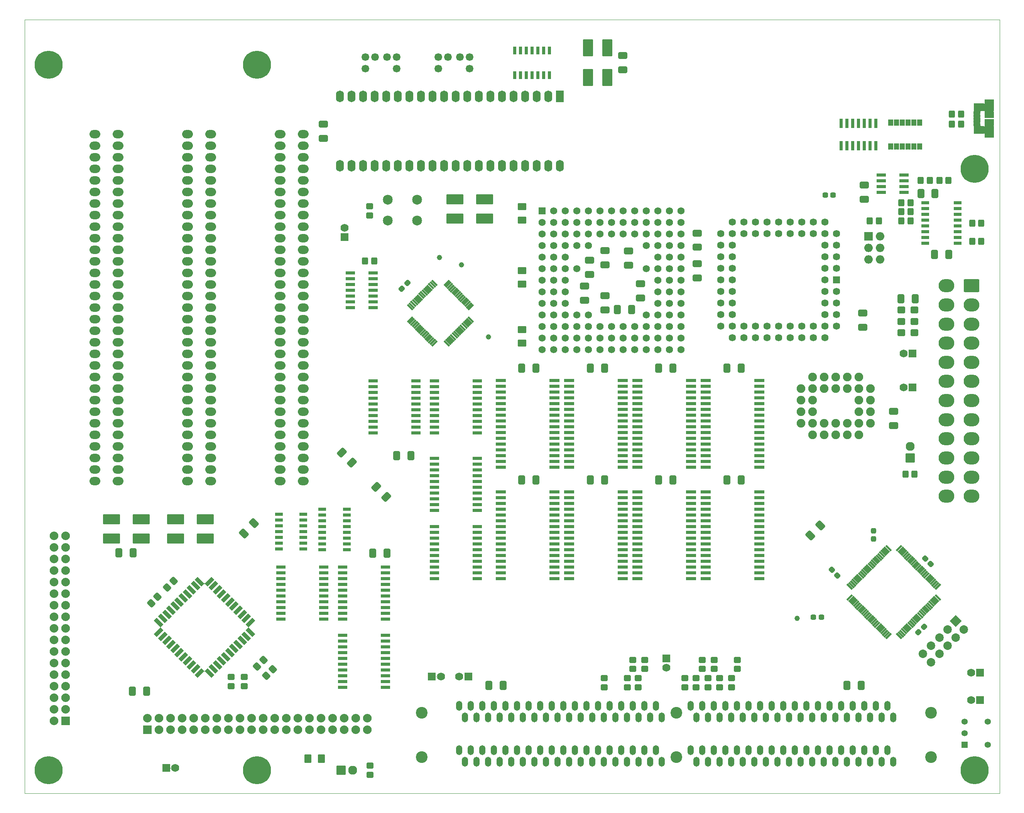
<source format=gbr>
%TF.GenerationSoftware,KiCad,Pcbnew,(5.99.0-9466-g7fda7438f9)*%
%TF.CreationDate,2021-03-26T21:03:59-04:00*%
%TF.ProjectId,C68,4336382e-6b69-4636-9164-5f7063625858,rev?*%
%TF.SameCoordinates,Original*%
%TF.FileFunction,Soldermask,Top*%
%TF.FilePolarity,Negative*%
%FSLAX46Y46*%
G04 Gerber Fmt 4.6, Leading zero omitted, Abs format (unit mm)*
G04 Created by KiCad (PCBNEW (5.99.0-9466-g7fda7438f9)) date 2021-03-26 21:03:59*
%MOMM*%
%LPD*%
G01*
G04 APERTURE LIST*
G04 Aperture macros list*
%AMRoundRect*
0 Rectangle with rounded corners*
0 $1 Rounding radius*
0 $2 $3 $4 $5 $6 $7 $8 $9 X,Y pos of 4 corners*
0 Add a 4 corners polygon primitive as box body*
4,1,4,$2,$3,$4,$5,$6,$7,$8,$9,$2,$3,0*
0 Add four circle primitives for the rounded corners*
1,1,$1+$1,$2,$3*
1,1,$1+$1,$4,$5*
1,1,$1+$1,$6,$7*
1,1,$1+$1,$8,$9*
0 Add four rect primitives between the rounded corners*
20,1,$1+$1,$2,$3,$4,$5,0*
20,1,$1+$1,$4,$5,$6,$7,0*
20,1,$1+$1,$6,$7,$8,$9,0*
20,1,$1+$1,$8,$9,$2,$3,0*%
%AMHorizOval*
0 Thick line with rounded ends*
0 $1 width*
0 $2 $3 position (X,Y) of the first rounded end (center of the circle)*
0 $4 $5 position (X,Y) of the second rounded end (center of the circle)*
0 Add line between two ends*
20,1,$1,$2,$3,$4,$5,0*
0 Add two circle primitives to create the rounded ends*
1,1,$1,$2,$3*
1,1,$1,$4,$5*%
G04 Aperture macros list end*
%TA.AperFunction,Profile*%
%ADD10C,0.050000*%
%TD*%
%ADD11RoundRect,0.278071X-0.514429X-0.676929X0.514429X-0.676929X0.514429X0.676929X-0.514429X0.676929X0*%
%ADD12RoundRect,0.283333X0.070711X-0.631683X0.631683X-0.070711X-0.070711X0.631683X-0.631683X0.070711X0*%
%ADD13RoundRect,0.283333X-0.070711X0.631683X-0.631683X0.070711X0.070711X-0.631683X0.631683X-0.070711X0*%
%ADD14C,6.160000*%
%ADD15RoundRect,0.280189X-0.699811X0.462311X-0.699811X-0.462311X0.699811X-0.462311X0.699811X0.462311X0*%
%ADD16RoundRect,0.080000X-0.800000X1.200000X-0.800000X-1.200000X0.800000X-1.200000X0.800000X1.200000X0*%
%ADD17O,1.760000X2.560000*%
%ADD18C,1.684000*%
%ADD19RoundRect,0.277500X0.340000X0.277500X-0.340000X0.277500X-0.340000X-0.277500X0.340000X-0.277500X0*%
%ADD20RoundRect,0.080000X-0.300000X0.750000X-0.300000X-0.750000X0.300000X-0.750000X0.300000X0.750000X0*%
%ADD21RoundRect,0.080000X1.000000X-1.750000X1.000000X1.750000X-1.000000X1.750000X-1.000000X-1.750000X0*%
%ADD22RoundRect,0.080000X-1.000000X0.300000X-1.000000X-0.300000X1.000000X-0.300000X1.000000X0.300000X0*%
%ADD23RoundRect,0.080000X-0.975000X-0.300000X0.975000X-0.300000X0.975000X0.300000X-0.975000X0.300000X0*%
%ADD24C,1.910000*%
%ADD25RoundRect,0.278071X-0.676929X0.514429X-0.676929X-0.514429X0.676929X-0.514429X0.676929X0.514429X0*%
%ADD26RoundRect,0.115000X0.415425X0.578060X-0.578060X-0.415425X-0.415425X-0.578060X0.578060X0.415425X0*%
%ADD27RoundRect,0.115000X-0.415425X0.578060X-0.578060X0.415425X0.415425X-0.578060X0.578060X-0.415425X0*%
%ADD28RoundRect,0.283333X-0.396667X-0.496667X0.396667X-0.496667X0.396667X0.496667X-0.396667X0.496667X0*%
%ADD29RoundRect,0.280189X-0.462311X-0.699811X0.462311X-0.699811X0.462311X0.699811X-0.462311X0.699811X0*%
%ADD30RoundRect,0.080000X-0.750000X-0.300000X0.750000X-0.300000X0.750000X0.300000X-0.750000X0.300000X0*%
%ADD31O,2.360000X1.860000*%
%ADD32RoundRect,0.080000X-0.711200X0.711200X-0.711200X-0.711200X0.711200X-0.711200X0.711200X0.711200X0*%
%ADD33C,1.582400*%
%ADD34RoundRect,0.080000X-1.750000X-1.000000X1.750000X-1.000000X1.750000X1.000000X-1.750000X1.000000X0*%
%ADD35RoundRect,0.280189X0.699811X-0.462311X0.699811X0.462311X-0.699811X0.462311X-0.699811X-0.462311X0*%
%ADD36RoundRect,0.080000X-0.698500X-0.698500X0.698500X-0.698500X0.698500X0.698500X-0.698500X0.698500X0*%
%ADD37C,1.557000*%
%ADD38RoundRect,0.280189X0.462311X0.699811X-0.462311X0.699811X-0.462311X-0.699811X0.462311X-0.699811X0*%
%ADD39C,2.160000*%
%ADD40RoundRect,0.080000X-0.850000X-0.850000X0.850000X-0.850000X0.850000X0.850000X-0.850000X0.850000X0*%
%ADD41O,1.860000X1.860000*%
%ADD42RoundRect,0.283333X0.396667X0.496667X-0.396667X0.496667X-0.396667X-0.496667X0.396667X-0.496667X0*%
%ADD43RoundRect,0.278071X0.676929X-0.514429X0.676929X0.514429X-0.676929X0.514429X-0.676929X-0.514429X0*%
%ADD44RoundRect,0.264816X-1.465184X1.165184X-1.465184X-1.165184X1.465184X-1.165184X1.465184X1.165184X0*%
%ADD45O,3.460000X2.860000*%
%ADD46RoundRect,0.080000X0.900000X-0.900000X0.900000X0.900000X-0.900000X0.900000X-0.900000X-0.900000X0*%
%ADD47C,1.960000*%
%ADD48RoundRect,0.080000X0.863600X-0.863600X0.863600X0.863600X-0.863600X0.863600X-0.863600X-0.863600X0*%
%ADD49O,1.887200X1.887200*%
%ADD50RoundRect,0.080000X-0.433103X0.928078X-0.928078X0.433103X0.433103X-0.928078X0.928078X-0.433103X0*%
%ADD51RoundRect,0.080000X0.433103X0.928078X-0.928078X-0.433103X-0.433103X-0.928078X0.928078X0.433103X0*%
%ADD52RoundRect,0.080000X0.975000X0.300000X-0.975000X0.300000X-0.975000X-0.300000X0.975000X-0.300000X0*%
%ADD53RoundRect,0.080000X0.863600X0.863600X-0.863600X0.863600X-0.863600X-0.863600X0.863600X-0.863600X0*%
%ADD54RoundRect,0.283333X-0.496667X0.396667X-0.496667X-0.396667X0.496667X-0.396667X0.496667X0.396667X0*%
%ADD55RoundRect,0.080000X0.800000X0.800000X-0.800000X0.800000X-0.800000X-0.800000X0.800000X-0.800000X0*%
%ADD56C,1.760000*%
%ADD57RoundRect,0.080000X-0.800000X0.800000X-0.800000X-0.800000X0.800000X-0.800000X0.800000X0.800000X0*%
%ADD58RoundRect,0.080000X-0.800000X-0.800000X0.800000X-0.800000X0.800000X0.800000X-0.800000X0.800000X0*%
%ADD59RoundRect,0.080000X0.800000X-0.800000X0.800000X0.800000X-0.800000X0.800000X-0.800000X-0.800000X0*%
%ADD60RoundRect,0.279630X0.587870X0.475370X-0.587870X0.475370X-0.587870X-0.475370X0.587870X-0.475370X0*%
%ADD61C,1.360000*%
%ADD62RoundRect,0.080000X0.600000X-0.600000X0.600000X0.600000X-0.600000X0.600000X-0.600000X-0.600000X0*%
%ADD63RoundRect,0.283333X0.496667X-0.396667X0.496667X0.396667X-0.496667X0.396667X-0.496667X-0.396667X0*%
%ADD64RoundRect,0.080000X1.750000X1.000000X-1.750000X1.000000X-1.750000X-1.000000X1.750000X-1.000000X0*%
%ADD65RoundRect,0.280189X0.167938X-0.821744X0.821744X-0.167938X-0.167938X0.821744X-0.821744X0.167938X0*%
%ADD66RoundRect,0.280189X0.821744X0.167938X0.167938X0.821744X-0.821744X-0.167938X-0.167938X-0.821744X0*%
%ADD67RoundRect,0.280189X-0.167938X0.821744X-0.821744X0.167938X0.167938X-0.821744X0.821744X-0.167938X0*%
%ADD68RoundRect,0.280189X-0.821744X-0.167938X-0.167938X-0.821744X0.821744X0.167938X0.167938X0.821744X0*%
%ADD69RoundRect,0.080000X0.750000X0.300000X-0.750000X0.300000X-0.750000X-0.300000X0.750000X-0.300000X0*%
%ADD70RoundRect,0.277500X0.436638X-0.044194X-0.044194X0.436638X-0.436638X0.044194X0.044194X-0.436638X0*%
%ADD71RoundRect,0.277500X0.044194X0.436638X-0.436638X-0.044194X-0.044194X-0.436638X0.436638X0.044194X0*%
%ADD72RoundRect,0.277500X-0.340000X-0.277500X0.340000X-0.277500X0.340000X0.277500X-0.340000X0.277500X0*%
%ADD73RoundRect,0.277500X-0.044194X-0.436638X0.436638X0.044194X0.044194X0.436638X-0.436638X-0.044194X0*%
%ADD74RoundRect,0.277500X-0.277500X0.340000X-0.277500X-0.340000X0.277500X-0.340000X0.277500X0.340000X0*%
%ADD75RoundRect,0.080000X-1.202082X0.000000X0.000000X-1.202082X1.202082X0.000000X0.000000X1.202082X0*%
%ADD76HorizOval,1.860000X0.000000X0.000000X0.000000X0.000000X0*%
%ADD77RoundRect,0.115000X-0.578060X0.415425X0.415425X-0.578060X0.578060X-0.415425X-0.415425X0.578060X0*%
%ADD78RoundRect,0.115000X-0.578060X-0.415425X-0.415425X-0.578060X0.578060X0.415425X0.415425X0.578060X0*%
%ADD79C,2.570000*%
%ADD80O,1.360000X2.160000*%
%ADD81RoundRect,0.080000X-0.900000X-0.900000X0.900000X-0.900000X0.900000X0.900000X-0.900000X0.900000X0*%
%ADD82RoundRect,0.190000X-0.865000X-0.190000X0.865000X-0.190000X0.865000X0.190000X-0.865000X0.190000X0*%
%ADD83RoundRect,0.080000X0.690000X-0.225000X0.690000X0.225000X-0.690000X0.225000X-0.690000X-0.225000X0*%
%ADD84RoundRect,0.080000X0.950000X-0.587500X0.950000X0.587500X-0.950000X0.587500X-0.950000X-0.587500X0*%
%ADD85RoundRect,0.080000X0.950000X-1.187500X0.950000X1.187500X-0.950000X1.187500X-0.950000X-1.187500X0*%
%ADD86RoundRect,0.080000X1.050000X-0.737500X1.050000X0.737500X-1.050000X0.737500X-1.050000X-0.737500X0*%
%ADD87RoundRect,0.080000X0.200000X-0.600000X0.200000X0.600000X-0.200000X0.600000X-0.200000X-0.600000X0*%
%ADD88C,1.160000*%
%ADD89RoundRect,0.190000X0.190000X-0.865000X0.190000X0.865000X-0.190000X0.865000X-0.190000X-0.865000X0*%
G04 APERTURE END LIST*
D10*
X304000000Y-210000000D02*
X90000000Y-210000000D01*
X90000000Y-210000000D02*
X90000000Y-40000000D01*
X304000000Y-40000000D02*
X304000000Y-210000000D01*
X90000000Y-40000000D02*
X304000000Y-40000000D01*
X304000000Y-210000000D02*
X90000000Y-210000000D01*
X90000000Y-210000000D02*
X90000000Y-40000000D01*
X304000000Y-40000000D02*
X304000000Y-210000000D01*
X90000000Y-40000000D02*
X304000000Y-40000000D01*
D11*
X152212500Y-202300000D03*
X155187500Y-202300000D03*
D12*
X117792893Y-168207107D03*
X119207107Y-166792893D03*
D13*
X122707107Y-163292893D03*
X121292893Y-164707107D03*
D14*
X140990000Y-204920000D03*
X95270000Y-204920000D03*
X140990000Y-49980000D03*
X298470000Y-204920000D03*
D15*
X155600000Y-63007500D03*
X155600000Y-66132500D03*
D16*
X207460000Y-56870000D03*
D17*
X204920000Y-56870000D03*
X202380000Y-56870000D03*
X199840000Y-56870000D03*
X197300000Y-56870000D03*
X194760000Y-56870000D03*
X192220000Y-56870000D03*
X189680000Y-56870000D03*
X187140000Y-56870000D03*
X184600000Y-56870000D03*
X182060000Y-56870000D03*
X179520000Y-56870000D03*
X176980000Y-56870000D03*
X174440000Y-56870000D03*
X171900000Y-56870000D03*
X169360000Y-56870000D03*
X166820000Y-56870000D03*
X164280000Y-56870000D03*
X161740000Y-56870000D03*
X159200000Y-56870000D03*
X159200000Y-72110000D03*
X161740000Y-72110000D03*
X164280000Y-72110000D03*
X166820000Y-72110000D03*
X169360000Y-72110000D03*
X171900000Y-72110000D03*
X174440000Y-72110000D03*
X176980000Y-72110000D03*
X179520000Y-72110000D03*
X182060000Y-72110000D03*
X184600000Y-72110000D03*
X187140000Y-72110000D03*
X189680000Y-72110000D03*
X192220000Y-72110000D03*
X194760000Y-72110000D03*
X197300000Y-72110000D03*
X199840000Y-72110000D03*
X202380000Y-72110000D03*
X204920000Y-72110000D03*
X207460000Y-72110000D03*
D12*
X141042893Y-182107107D03*
X142457107Y-180692893D03*
D14*
X298470000Y-72840000D03*
X95270000Y-49980000D03*
D18*
X166930000Y-48260000D03*
X169530000Y-48260000D03*
X164830000Y-48260000D03*
X171630000Y-48260000D03*
X164830000Y-50760000D03*
X171630000Y-50760000D03*
X182930000Y-48260000D03*
X185530000Y-48260000D03*
X180830000Y-48260000D03*
X187630000Y-48260000D03*
X180830000Y-50760000D03*
X187630000Y-50760000D03*
D19*
X267432500Y-78570000D03*
X265707500Y-78570000D03*
D20*
X205170000Y-46830000D03*
X203900000Y-46830000D03*
X202630000Y-46830000D03*
X201360000Y-46830000D03*
X200090000Y-46830000D03*
X198820000Y-46830000D03*
X197550000Y-46830000D03*
X197550000Y-52230000D03*
X198820000Y-52230000D03*
X200090000Y-52230000D03*
X201360000Y-52230000D03*
X202630000Y-52230000D03*
X203900000Y-52230000D03*
X205170000Y-52230000D03*
D21*
X217850000Y-52750000D03*
X217850000Y-46250000D03*
X213650000Y-46250000D03*
X213650000Y-52750000D03*
D15*
X217390000Y-100630000D03*
X217390000Y-103755000D03*
D22*
X239510000Y-143785000D03*
X239510000Y-145055000D03*
X239510000Y-146325000D03*
X239510000Y-147595000D03*
X239510000Y-148865000D03*
X239510000Y-150135000D03*
X239510000Y-151405000D03*
X239510000Y-152675000D03*
X239510000Y-153945000D03*
X239510000Y-155215000D03*
X239510000Y-156485000D03*
X239510000Y-157755000D03*
X239510000Y-159025000D03*
X239510000Y-160295000D03*
X239510000Y-161565000D03*
X239510000Y-162835000D03*
X251270000Y-162835000D03*
X251270000Y-161565000D03*
X251270000Y-160295000D03*
X251270000Y-159025000D03*
X251270000Y-157755000D03*
X251270000Y-156485000D03*
X251270000Y-155215000D03*
X251270000Y-153945000D03*
X251270000Y-152675000D03*
X251270000Y-151405000D03*
X251270000Y-150135000D03*
X251270000Y-148865000D03*
X251270000Y-147595000D03*
X251270000Y-146325000D03*
X251270000Y-145055000D03*
X251270000Y-143785000D03*
D23*
X179990000Y-151395000D03*
X179990000Y-152665000D03*
X179990000Y-153935000D03*
X179990000Y-155205000D03*
X179990000Y-156475000D03*
X179990000Y-157745000D03*
X179990000Y-159015000D03*
X179990000Y-160285000D03*
X179990000Y-161555000D03*
X179990000Y-162825000D03*
X189390000Y-162825000D03*
X189390000Y-161555000D03*
X189390000Y-160285000D03*
X189390000Y-159015000D03*
X189390000Y-157745000D03*
X189390000Y-156475000D03*
X189390000Y-155205000D03*
X189390000Y-153935000D03*
X189390000Y-152665000D03*
X189390000Y-151395000D03*
D24*
X262910000Y-123610000D03*
X260370000Y-126150000D03*
X262910000Y-126150000D03*
X260370000Y-128690000D03*
X262910000Y-131230000D03*
X262910000Y-128690000D03*
X265450000Y-131230000D03*
X265450000Y-128690000D03*
X267990000Y-131230000D03*
X267990000Y-128690000D03*
X270530000Y-131230000D03*
X270530000Y-128690000D03*
X273070000Y-131230000D03*
X275610000Y-128690000D03*
X273070000Y-128690000D03*
X275610000Y-126150000D03*
X273070000Y-126150000D03*
X275610000Y-123610000D03*
X273070000Y-123610000D03*
X275610000Y-121070000D03*
X273070000Y-118530000D03*
X273070000Y-121070000D03*
X270530000Y-118530000D03*
X270530000Y-121070000D03*
X267990000Y-118530000D03*
X267990000Y-121070000D03*
X265450000Y-118530000D03*
X265450000Y-121070000D03*
X262910000Y-118530000D03*
X262910000Y-118530000D03*
X260370000Y-121070000D03*
X262910000Y-121070000D03*
X260370000Y-123610000D03*
D15*
X212870000Y-98510000D03*
X212870000Y-101635000D03*
D23*
X179990000Y-136395000D03*
X179990000Y-137665000D03*
X179990000Y-138935000D03*
X179990000Y-140205000D03*
X179990000Y-141475000D03*
X179990000Y-142745000D03*
X179990000Y-144015000D03*
X179990000Y-145285000D03*
X179990000Y-146555000D03*
X179990000Y-147825000D03*
X189390000Y-147825000D03*
X189390000Y-146555000D03*
X189390000Y-145285000D03*
X189390000Y-144015000D03*
X189390000Y-142745000D03*
X189390000Y-141475000D03*
X189390000Y-140205000D03*
X189390000Y-138935000D03*
X189390000Y-137665000D03*
X189390000Y-136395000D03*
D25*
X199190000Y-95135000D03*
X199190000Y-98110000D03*
D26*
X187940625Y-103170660D03*
X187587071Y-102817107D03*
X187233518Y-102463553D03*
X186879964Y-102110000D03*
X186526411Y-101756447D03*
X186172858Y-101402893D03*
X185819304Y-101049340D03*
X185465751Y-100695787D03*
X185112197Y-100342233D03*
X184758644Y-99988680D03*
X184405091Y-99635126D03*
X184051537Y-99281573D03*
X183697984Y-98928020D03*
X183344431Y-98574466D03*
X182990877Y-98220913D03*
X182637324Y-97867359D03*
D27*
X179932640Y-97867359D03*
X179579087Y-98220913D03*
X179225533Y-98574466D03*
X178871980Y-98928020D03*
X178518427Y-99281573D03*
X178164873Y-99635126D03*
X177811320Y-99988680D03*
X177457767Y-100342233D03*
X177104213Y-100695787D03*
X176750660Y-101049340D03*
X176397106Y-101402893D03*
X176043553Y-101756447D03*
X175690000Y-102110000D03*
X175336446Y-102463553D03*
X174982893Y-102817107D03*
X174629339Y-103170660D03*
D26*
X174629339Y-105875344D03*
X174982893Y-106228897D03*
X175336446Y-106582451D03*
X175690000Y-106936004D03*
X176043553Y-107289557D03*
X176397106Y-107643111D03*
X176750660Y-107996664D03*
X177104213Y-108350217D03*
X177457767Y-108703771D03*
X177811320Y-109057324D03*
X178164873Y-109410878D03*
X178518427Y-109764431D03*
X178871980Y-110117984D03*
X179225533Y-110471538D03*
X179579087Y-110825091D03*
X179932640Y-111178645D03*
D27*
X182637324Y-111178645D03*
X182990877Y-110825091D03*
X183344431Y-110471538D03*
X183697984Y-110117984D03*
X184051537Y-109764431D03*
X184405091Y-109410878D03*
X184758644Y-109057324D03*
X185112197Y-108703771D03*
X185465751Y-108350217D03*
X185819304Y-107996664D03*
X186172858Y-107643111D03*
X186526411Y-107289557D03*
X186879964Y-106936004D03*
X187233518Y-106582451D03*
X187587071Y-106228897D03*
X187940625Y-105875344D03*
D22*
X209510000Y-143785000D03*
X209510000Y-145055000D03*
X209510000Y-146325000D03*
X209510000Y-147595000D03*
X209510000Y-148865000D03*
X209510000Y-150135000D03*
X209510000Y-151405000D03*
X209510000Y-152675000D03*
X209510000Y-153945000D03*
X209510000Y-155215000D03*
X209510000Y-156485000D03*
X209510000Y-157755000D03*
X209510000Y-159025000D03*
X209510000Y-160295000D03*
X209510000Y-161565000D03*
X209510000Y-162835000D03*
X221270000Y-162835000D03*
X221270000Y-161565000D03*
X221270000Y-160295000D03*
X221270000Y-159025000D03*
X221270000Y-157755000D03*
X221270000Y-156485000D03*
X221270000Y-155215000D03*
X221270000Y-153945000D03*
X221270000Y-152675000D03*
X221270000Y-151405000D03*
X221270000Y-150135000D03*
X221270000Y-148865000D03*
X221270000Y-147595000D03*
X221270000Y-146325000D03*
X221270000Y-145055000D03*
X221270000Y-143785000D03*
D28*
X282440000Y-84210000D03*
X284440000Y-84210000D03*
D29*
X229140000Y-116610000D03*
X232265000Y-116610000D03*
D30*
X287640000Y-80265000D03*
X287640000Y-81535000D03*
X287640000Y-82805000D03*
X287640000Y-84075000D03*
X287640000Y-85345000D03*
X287640000Y-86615000D03*
X287640000Y-87885000D03*
X287640000Y-89155000D03*
X294740000Y-89155000D03*
X294740000Y-87885000D03*
X294740000Y-86615000D03*
X294740000Y-85345000D03*
X294740000Y-84075000D03*
X294740000Y-82805000D03*
X294740000Y-81535000D03*
X294740000Y-80265000D03*
D31*
X151150000Y-65220000D03*
X151150000Y-67760000D03*
X151150000Y-70300000D03*
X151150000Y-72840000D03*
X151150000Y-75380000D03*
X151150000Y-77920000D03*
X151150000Y-80460000D03*
X151150000Y-83000000D03*
X151150000Y-85540000D03*
X151150000Y-88080000D03*
X151150000Y-90620000D03*
X151150000Y-93160000D03*
X151150000Y-95700000D03*
X151150000Y-98240000D03*
X151150000Y-100780000D03*
X151150000Y-103320000D03*
X151150000Y-105860000D03*
X151150000Y-108400000D03*
X151150000Y-110940000D03*
X151150000Y-113480000D03*
X151150000Y-116020000D03*
X151150000Y-118560000D03*
X151150000Y-121100000D03*
X151150000Y-123640000D03*
X151150000Y-126180000D03*
X151150000Y-128720000D03*
X151150000Y-131260000D03*
X151150000Y-133800000D03*
X151150000Y-136340000D03*
X151150000Y-138880000D03*
X151150000Y-141420000D03*
X146070000Y-65220000D03*
X146070000Y-67760000D03*
X146070000Y-70300000D03*
X146070000Y-72840000D03*
X146070000Y-75380000D03*
X146070000Y-77920000D03*
X146070000Y-80460000D03*
X146070000Y-83000000D03*
X146070000Y-85540000D03*
X146070000Y-88080000D03*
X146070000Y-90620000D03*
X146070000Y-93160000D03*
X146070000Y-95700000D03*
X146070000Y-98240000D03*
X146070000Y-100780000D03*
X146070000Y-103320000D03*
X146070000Y-105860000D03*
X146070000Y-108400000D03*
X146070000Y-110940000D03*
X146070000Y-113480000D03*
X146070000Y-116020000D03*
X146070000Y-118560000D03*
X146070000Y-121100000D03*
X146070000Y-123640000D03*
X146070000Y-126180000D03*
X146070000Y-128720000D03*
X146070000Y-131260000D03*
X146070000Y-133800000D03*
X146070000Y-136340000D03*
X146070000Y-138880000D03*
X146070000Y-141420000D03*
D32*
X268220000Y-97150000D03*
D33*
X265680000Y-97150000D03*
X268220000Y-94610000D03*
X265680000Y-94610000D03*
X268220000Y-92070000D03*
X265680000Y-92070000D03*
X268220000Y-89530000D03*
X265680000Y-89530000D03*
X268220000Y-86990000D03*
X265680000Y-84450000D03*
X265680000Y-86990000D03*
X263140000Y-84450000D03*
X263140000Y-86990000D03*
X260600000Y-84450000D03*
X260600000Y-86990000D03*
X258060000Y-84450000D03*
X258060000Y-86990000D03*
X255520000Y-84450000D03*
X255520000Y-86990000D03*
X252980000Y-84450000D03*
X252980000Y-86990000D03*
X250440000Y-84450000D03*
X250440000Y-86990000D03*
X247900000Y-84450000D03*
X247900000Y-86990000D03*
X245360000Y-84450000D03*
X242820000Y-86990000D03*
X245360000Y-86990000D03*
X242820000Y-89530000D03*
X245360000Y-89530000D03*
X242820000Y-92070000D03*
X245360000Y-92070000D03*
X242820000Y-94610000D03*
X245360000Y-94610000D03*
X242820000Y-97150000D03*
X245360000Y-97150000D03*
X242820000Y-99690000D03*
X245360000Y-99690000D03*
X242820000Y-102230000D03*
X245360000Y-102230000D03*
X242820000Y-104770000D03*
X245360000Y-104770000D03*
X242820000Y-107310000D03*
X245360000Y-109850000D03*
X245360000Y-107310000D03*
X247900000Y-109850000D03*
X247900000Y-107310000D03*
X250440000Y-109850000D03*
X250440000Y-107310000D03*
X252980000Y-109850000D03*
X252980000Y-107310000D03*
X255520000Y-109850000D03*
X255520000Y-107310000D03*
X258060000Y-109850000D03*
X258060000Y-107310000D03*
X260600000Y-109850000D03*
X260600000Y-107310000D03*
X263140000Y-109850000D03*
X263140000Y-107310000D03*
X265680000Y-109850000D03*
X268220000Y-107310000D03*
X265680000Y-107310000D03*
X268220000Y-104770000D03*
X265680000Y-104770000D03*
X268220000Y-102230000D03*
X265680000Y-102230000D03*
X268220000Y-99690000D03*
X265680000Y-99690000D03*
D34*
X109080000Y-153990000D03*
X115580000Y-153990000D03*
X115580000Y-149790000D03*
X109080000Y-149790000D03*
D29*
X199127500Y-141110000D03*
X202252500Y-141110000D03*
D15*
X273920000Y-104450000D03*
X273920000Y-107575000D03*
D35*
X237620000Y-90025000D03*
X237620000Y-86900000D03*
X217350000Y-93880000D03*
X217350000Y-90755000D03*
D22*
X194510000Y-119285000D03*
X194510000Y-120555000D03*
X194510000Y-121825000D03*
X194510000Y-123095000D03*
X194510000Y-124365000D03*
X194510000Y-125635000D03*
X194510000Y-126905000D03*
X194510000Y-128175000D03*
X194510000Y-129445000D03*
X194510000Y-130715000D03*
X194510000Y-131985000D03*
X194510000Y-133255000D03*
X194510000Y-134525000D03*
X194510000Y-135795000D03*
X194510000Y-137065000D03*
X194510000Y-138335000D03*
X206270000Y-138335000D03*
X206270000Y-137065000D03*
X206270000Y-135795000D03*
X206270000Y-134525000D03*
X206270000Y-133255000D03*
X206270000Y-131985000D03*
X206270000Y-130715000D03*
X206270000Y-129445000D03*
X206270000Y-128175000D03*
X206270000Y-126905000D03*
X206270000Y-125635000D03*
X206270000Y-124365000D03*
X206270000Y-123095000D03*
X206270000Y-121825000D03*
X206270000Y-120555000D03*
X206270000Y-119285000D03*
D36*
X203560000Y-82030000D03*
D37*
X206100000Y-82030000D03*
X208640000Y-82030000D03*
X211180000Y-82030000D03*
X213720000Y-82030000D03*
X216260000Y-82030000D03*
X218800000Y-82030000D03*
X221340000Y-82030000D03*
X223880000Y-82030000D03*
X226420000Y-82030000D03*
X228960000Y-82030000D03*
X231500000Y-82030000D03*
X234040000Y-82030000D03*
X203560000Y-84570000D03*
X206100000Y-84570000D03*
X208640000Y-84570000D03*
X211180000Y-84570000D03*
X213720000Y-84570000D03*
X216260000Y-84570000D03*
X218800000Y-84570000D03*
X221340000Y-84570000D03*
X223880000Y-84570000D03*
X226420000Y-84570000D03*
X228960000Y-84570000D03*
X231500000Y-84570000D03*
X234040000Y-84570000D03*
X203560000Y-87110000D03*
X206100000Y-87110000D03*
X208640000Y-87110000D03*
X211180000Y-87110000D03*
X213720000Y-87110000D03*
X216260000Y-87110000D03*
X218800000Y-87110000D03*
X221340000Y-87110000D03*
X223880000Y-87110000D03*
X226420000Y-87110000D03*
X228960000Y-87110000D03*
X231500000Y-87110000D03*
X234040000Y-87110000D03*
X203560000Y-89650000D03*
X206100000Y-89650000D03*
X208640000Y-89650000D03*
X211180000Y-89650000D03*
X213720000Y-89650000D03*
X226420000Y-89650000D03*
X228960000Y-89650000D03*
X231500000Y-89650000D03*
X234040000Y-89650000D03*
X203560000Y-92190000D03*
X206100000Y-92190000D03*
X208640000Y-92190000D03*
X228960000Y-92190000D03*
X231500000Y-92190000D03*
X234040000Y-92190000D03*
X203560000Y-94730000D03*
X206100000Y-94730000D03*
X208640000Y-94730000D03*
X211180000Y-94730000D03*
X226420000Y-94730000D03*
X228960000Y-94730000D03*
X231500000Y-94730000D03*
X234040000Y-94730000D03*
X203560000Y-97270000D03*
X206100000Y-97270000D03*
X208640000Y-97270000D03*
X228960000Y-97270000D03*
X231500000Y-97270000D03*
X234040000Y-97270000D03*
X203560000Y-99810000D03*
X206100000Y-99810000D03*
X208640000Y-99810000D03*
X228960000Y-99810000D03*
X231500000Y-99810000D03*
X234040000Y-99810000D03*
X203560000Y-102350000D03*
X206100000Y-102350000D03*
X208640000Y-102350000D03*
X228960000Y-102350000D03*
X231500000Y-102350000D03*
X234040000Y-102350000D03*
X203560000Y-104890000D03*
X206100000Y-104890000D03*
X208640000Y-104890000D03*
X211180000Y-104890000D03*
X213720000Y-104890000D03*
X226420000Y-104890000D03*
X228960000Y-104890000D03*
X231500000Y-104890000D03*
X234040000Y-104890000D03*
X203560000Y-107430000D03*
X206100000Y-107430000D03*
X208640000Y-107430000D03*
X211180000Y-107430000D03*
X213720000Y-107430000D03*
X216260000Y-107430000D03*
X218800000Y-107430000D03*
X221340000Y-107430000D03*
X223880000Y-107430000D03*
X226420000Y-107430000D03*
X228960000Y-107430000D03*
X231500000Y-107430000D03*
X234040000Y-107430000D03*
X203560000Y-109970000D03*
X206100000Y-109970000D03*
X208640000Y-109970000D03*
X211180000Y-109970000D03*
X213720000Y-109970000D03*
X216260000Y-109970000D03*
X218800000Y-109970000D03*
X221340000Y-109970000D03*
X223880000Y-109970000D03*
X226420000Y-109970000D03*
X228960000Y-109970000D03*
X231500000Y-109970000D03*
X234040000Y-109970000D03*
X203560000Y-112510000D03*
X206100000Y-112510000D03*
X208640000Y-112510000D03*
X211180000Y-112510000D03*
X213720000Y-112510000D03*
X216260000Y-112510000D03*
X218800000Y-112510000D03*
X221340000Y-112510000D03*
X223880000Y-112510000D03*
X226420000Y-112510000D03*
X228960000Y-112510000D03*
X231500000Y-112510000D03*
X234040000Y-112510000D03*
D31*
X130830000Y-65220000D03*
X130830000Y-67760000D03*
X130830000Y-70300000D03*
X130830000Y-72840000D03*
X130830000Y-75380000D03*
X130830000Y-77920000D03*
X130830000Y-80460000D03*
X130830000Y-83000000D03*
X130830000Y-85540000D03*
X130830000Y-88080000D03*
X130830000Y-90620000D03*
X130830000Y-93160000D03*
X130830000Y-95700000D03*
X130830000Y-98240000D03*
X130830000Y-100780000D03*
X130830000Y-103320000D03*
X130830000Y-105860000D03*
X130830000Y-108400000D03*
X130830000Y-110940000D03*
X130830000Y-113480000D03*
X130830000Y-116020000D03*
X130830000Y-118560000D03*
X130830000Y-121100000D03*
X130830000Y-123640000D03*
X130830000Y-126180000D03*
X130830000Y-128720000D03*
X130830000Y-131260000D03*
X130830000Y-133800000D03*
X130830000Y-136340000D03*
X130830000Y-138880000D03*
X130830000Y-141420000D03*
X125750000Y-65220000D03*
X125750000Y-67760000D03*
X125750000Y-70300000D03*
X125750000Y-72840000D03*
X125750000Y-75380000D03*
X125750000Y-77920000D03*
X125750000Y-80460000D03*
X125750000Y-83000000D03*
X125750000Y-85540000D03*
X125750000Y-88080000D03*
X125750000Y-90620000D03*
X125750000Y-93160000D03*
X125750000Y-95700000D03*
X125750000Y-98240000D03*
X125750000Y-100780000D03*
X125750000Y-103320000D03*
X125750000Y-105860000D03*
X125750000Y-108400000D03*
X125750000Y-110940000D03*
X125750000Y-113480000D03*
X125750000Y-116020000D03*
X125750000Y-118560000D03*
X125750000Y-121100000D03*
X125750000Y-123640000D03*
X125750000Y-126180000D03*
X125750000Y-128720000D03*
X125750000Y-131260000D03*
X125750000Y-133800000D03*
X125750000Y-136340000D03*
X125750000Y-138880000D03*
X125750000Y-141420000D03*
D35*
X214030000Y-95980000D03*
X214030000Y-92855000D03*
D29*
X220090000Y-103730000D03*
X223215000Y-103730000D03*
X244140000Y-116610000D03*
X247265000Y-116610000D03*
D15*
X225210000Y-98060000D03*
X225210000Y-101185000D03*
D38*
X113792500Y-157110000D03*
X110667500Y-157110000D03*
D29*
X229140000Y-141110000D03*
X232265000Y-141110000D03*
D22*
X194510000Y-143785000D03*
X194510000Y-145055000D03*
X194510000Y-146325000D03*
X194510000Y-147595000D03*
X194510000Y-148865000D03*
X194510000Y-150135000D03*
X194510000Y-151405000D03*
X194510000Y-152675000D03*
X194510000Y-153945000D03*
X194510000Y-155215000D03*
X194510000Y-156485000D03*
X194510000Y-157755000D03*
X194510000Y-159025000D03*
X194510000Y-160295000D03*
X194510000Y-161565000D03*
X194510000Y-162835000D03*
X206270000Y-162835000D03*
X206270000Y-161565000D03*
X206270000Y-160295000D03*
X206270000Y-159025000D03*
X206270000Y-157755000D03*
X206270000Y-156485000D03*
X206270000Y-155215000D03*
X206270000Y-153945000D03*
X206270000Y-152675000D03*
X206270000Y-151405000D03*
X206270000Y-150135000D03*
X206270000Y-148865000D03*
X206270000Y-147595000D03*
X206270000Y-146325000D03*
X206270000Y-145055000D03*
X206270000Y-143785000D03*
D39*
X169690000Y-79610000D03*
X176190000Y-79610000D03*
X176190000Y-84110000D03*
X169690000Y-84110000D03*
D23*
X166490000Y-119395000D03*
X166490000Y-120665000D03*
X166490000Y-121935000D03*
X166490000Y-123205000D03*
X166490000Y-124475000D03*
X166490000Y-125745000D03*
X166490000Y-127015000D03*
X166490000Y-128285000D03*
X166490000Y-129555000D03*
X166490000Y-130825000D03*
X175890000Y-130825000D03*
X175890000Y-129555000D03*
X175890000Y-128285000D03*
X175890000Y-127015000D03*
X175890000Y-125745000D03*
X175890000Y-124475000D03*
X175890000Y-123205000D03*
X175890000Y-121935000D03*
X175890000Y-120665000D03*
X175890000Y-119395000D03*
D15*
X237640000Y-93650000D03*
X237640000Y-96775000D03*
D22*
X209510000Y-119285000D03*
X209510000Y-120555000D03*
X209510000Y-121825000D03*
X209510000Y-123095000D03*
X209510000Y-124365000D03*
X209510000Y-125635000D03*
X209510000Y-126905000D03*
X209510000Y-128175000D03*
X209510000Y-129445000D03*
X209510000Y-130715000D03*
X209510000Y-131985000D03*
X209510000Y-133255000D03*
X209510000Y-134525000D03*
X209510000Y-135795000D03*
X209510000Y-137065000D03*
X209510000Y-138335000D03*
X221270000Y-138335000D03*
X221270000Y-137065000D03*
X221270000Y-135795000D03*
X221270000Y-134525000D03*
X221270000Y-133255000D03*
X221270000Y-131985000D03*
X221270000Y-130715000D03*
X221270000Y-129445000D03*
X221270000Y-128175000D03*
X221270000Y-126905000D03*
X221270000Y-125635000D03*
X221270000Y-124365000D03*
X221270000Y-123095000D03*
X221270000Y-121825000D03*
X221270000Y-120555000D03*
X221270000Y-119285000D03*
D23*
X179990000Y-119395000D03*
X179990000Y-120665000D03*
X179990000Y-121935000D03*
X179990000Y-123205000D03*
X179990000Y-124475000D03*
X179990000Y-125745000D03*
X179990000Y-127015000D03*
X179990000Y-128285000D03*
X179990000Y-129555000D03*
X179990000Y-130825000D03*
X189390000Y-130825000D03*
X189390000Y-129555000D03*
X189390000Y-128285000D03*
X189390000Y-127015000D03*
X189390000Y-125745000D03*
X189390000Y-124475000D03*
X189390000Y-123205000D03*
X189390000Y-121935000D03*
X189390000Y-120665000D03*
X189390000Y-119395000D03*
D34*
X184440000Y-83710000D03*
X190940000Y-83710000D03*
X190940000Y-79510000D03*
X184440000Y-79510000D03*
D22*
X239510000Y-119285000D03*
X239510000Y-120555000D03*
X239510000Y-121825000D03*
X239510000Y-123095000D03*
X239510000Y-124365000D03*
X239510000Y-125635000D03*
X239510000Y-126905000D03*
X239510000Y-128175000D03*
X239510000Y-129445000D03*
X239510000Y-130715000D03*
X239510000Y-131985000D03*
X239510000Y-133255000D03*
X239510000Y-134525000D03*
X239510000Y-135795000D03*
X239510000Y-137065000D03*
X239510000Y-138335000D03*
X251270000Y-138335000D03*
X251270000Y-137065000D03*
X251270000Y-135795000D03*
X251270000Y-134525000D03*
X251270000Y-133255000D03*
X251270000Y-131985000D03*
X251270000Y-130715000D03*
X251270000Y-129445000D03*
X251270000Y-128175000D03*
X251270000Y-126905000D03*
X251270000Y-125635000D03*
X251270000Y-124365000D03*
X251270000Y-123095000D03*
X251270000Y-121825000D03*
X251270000Y-120555000D03*
X251270000Y-119285000D03*
D31*
X110510000Y-65220000D03*
X110510000Y-67760000D03*
X110510000Y-70300000D03*
X110510000Y-72840000D03*
X110510000Y-75380000D03*
X110510000Y-77920000D03*
X110510000Y-80460000D03*
X110510000Y-83000000D03*
X110510000Y-85540000D03*
X110510000Y-88080000D03*
X110510000Y-90620000D03*
X110510000Y-93160000D03*
X110510000Y-95700000D03*
X110510000Y-98240000D03*
X110510000Y-100780000D03*
X110510000Y-103320000D03*
X110510000Y-105860000D03*
X110510000Y-108400000D03*
X110510000Y-110940000D03*
X110510000Y-113480000D03*
X110510000Y-116020000D03*
X110510000Y-118560000D03*
X110510000Y-121100000D03*
X110510000Y-123640000D03*
X110510000Y-126180000D03*
X110510000Y-128720000D03*
X110510000Y-131260000D03*
X110510000Y-133800000D03*
X110510000Y-136340000D03*
X110510000Y-138880000D03*
X110510000Y-141420000D03*
X105430000Y-65220000D03*
X105430000Y-67760000D03*
X105430000Y-70300000D03*
X105430000Y-72840000D03*
X105430000Y-75380000D03*
X105430000Y-77920000D03*
X105430000Y-80460000D03*
X105430000Y-83000000D03*
X105430000Y-85540000D03*
X105430000Y-88080000D03*
X105430000Y-90620000D03*
X105430000Y-93160000D03*
X105430000Y-95700000D03*
X105430000Y-98240000D03*
X105430000Y-100780000D03*
X105430000Y-103320000D03*
X105430000Y-105860000D03*
X105430000Y-108400000D03*
X105430000Y-110940000D03*
X105430000Y-113480000D03*
X105430000Y-116020000D03*
X105430000Y-118560000D03*
X105430000Y-121100000D03*
X105430000Y-123640000D03*
X105430000Y-126180000D03*
X105430000Y-128720000D03*
X105430000Y-131260000D03*
X105430000Y-133800000D03*
X105430000Y-136340000D03*
X105430000Y-138880000D03*
X105430000Y-141420000D03*
D15*
X280670000Y-126057500D03*
X280670000Y-129182500D03*
D29*
X199127500Y-116610000D03*
X202252500Y-116610000D03*
D40*
X275200000Y-87600000D03*
D41*
X277740000Y-87600000D03*
X275200000Y-90140000D03*
X277740000Y-90140000D03*
X275200000Y-92680000D03*
X277740000Y-92680000D03*
D42*
X299960000Y-84710000D03*
X297960000Y-84710000D03*
D43*
X199190000Y-111110000D03*
X199190000Y-108135000D03*
D29*
X214140000Y-116610000D03*
X217265000Y-116610000D03*
D22*
X224510000Y-143785000D03*
X224510000Y-145055000D03*
X224510000Y-146325000D03*
X224510000Y-147595000D03*
X224510000Y-148865000D03*
X224510000Y-150135000D03*
X224510000Y-151405000D03*
X224510000Y-152675000D03*
X224510000Y-153945000D03*
X224510000Y-155215000D03*
X224510000Y-156485000D03*
X224510000Y-157755000D03*
X224510000Y-159025000D03*
X224510000Y-160295000D03*
X224510000Y-161565000D03*
X224510000Y-162835000D03*
X236270000Y-162835000D03*
X236270000Y-161565000D03*
X236270000Y-160295000D03*
X236270000Y-159025000D03*
X236270000Y-157755000D03*
X236270000Y-156485000D03*
X236270000Y-155215000D03*
X236270000Y-153945000D03*
X236270000Y-152675000D03*
X236270000Y-151405000D03*
X236270000Y-150135000D03*
X236270000Y-148865000D03*
X236270000Y-147595000D03*
X236270000Y-146325000D03*
X236270000Y-145055000D03*
X236270000Y-143785000D03*
D35*
X222520000Y-93930000D03*
X222520000Y-90805000D03*
D29*
X289667500Y-91610000D03*
X292792500Y-91610000D03*
D22*
X224510000Y-119285000D03*
X224510000Y-120555000D03*
X224510000Y-121825000D03*
X224510000Y-123095000D03*
X224510000Y-124365000D03*
X224510000Y-125635000D03*
X224510000Y-126905000D03*
X224510000Y-128175000D03*
X224510000Y-129445000D03*
X224510000Y-130715000D03*
X224510000Y-131985000D03*
X224510000Y-133255000D03*
X224510000Y-134525000D03*
X224510000Y-135795000D03*
X224510000Y-137065000D03*
X224510000Y-138335000D03*
X236270000Y-138335000D03*
X236270000Y-137065000D03*
X236270000Y-135795000D03*
X236270000Y-134525000D03*
X236270000Y-133255000D03*
X236270000Y-131985000D03*
X236270000Y-130715000D03*
X236270000Y-129445000D03*
X236270000Y-128175000D03*
X236270000Y-126905000D03*
X236270000Y-125635000D03*
X236270000Y-124365000D03*
X236270000Y-123095000D03*
X236270000Y-121825000D03*
X236270000Y-120555000D03*
X236270000Y-119285000D03*
D28*
X282440000Y-82210000D03*
X284440000Y-82210000D03*
D29*
X214140000Y-141110000D03*
X217265000Y-141110000D03*
D43*
X199190000Y-84085000D03*
X199190000Y-81110000D03*
D29*
X244140000Y-141110000D03*
X247265000Y-141110000D03*
D44*
X297775000Y-98490000D03*
D45*
X297775000Y-102690000D03*
X297775000Y-106890000D03*
X297775000Y-111090000D03*
X297775000Y-115290000D03*
X297775000Y-119490000D03*
X297775000Y-123690000D03*
X297775000Y-127890000D03*
X297775000Y-132090000D03*
X297775000Y-136290000D03*
X297775000Y-140490000D03*
X297775000Y-144690000D03*
X292275000Y-98490000D03*
X292275000Y-102690000D03*
X292275000Y-106890000D03*
X292275000Y-111090000D03*
X292275000Y-115290000D03*
X292275000Y-119490000D03*
X292275000Y-123690000D03*
X292275000Y-127890000D03*
X292275000Y-132090000D03*
X292275000Y-136290000D03*
X292275000Y-140490000D03*
X292275000Y-144690000D03*
D46*
X284325000Y-136340000D03*
D47*
X284325000Y-133800000D03*
D42*
X285325000Y-139840000D03*
X283325000Y-139840000D03*
D48*
X117000000Y-196000000D03*
D49*
X117000000Y-193460000D03*
X119540000Y-196000000D03*
X119540000Y-193460000D03*
X122080000Y-196000000D03*
X122080000Y-193460000D03*
X124620000Y-196000000D03*
X124620000Y-193460000D03*
X127160000Y-196000000D03*
X127160000Y-193460000D03*
X129700000Y-196000000D03*
X129700000Y-193460000D03*
X132240000Y-196000000D03*
X132240000Y-193460000D03*
X134780000Y-196000000D03*
X134780000Y-193460000D03*
X137320000Y-196000000D03*
X137320000Y-193460000D03*
X139860000Y-196000000D03*
X139860000Y-193460000D03*
X142400000Y-196000000D03*
X142400000Y-193460000D03*
X144940000Y-196000000D03*
X144940000Y-193460000D03*
X147480000Y-196000000D03*
X147480000Y-193460000D03*
X150020000Y-196000000D03*
X150020000Y-193460000D03*
X152560000Y-196000000D03*
X152560000Y-193460000D03*
X155100000Y-196000000D03*
X155100000Y-193460000D03*
X157640000Y-196000000D03*
X157640000Y-193460000D03*
X160180000Y-196000000D03*
X160180000Y-193460000D03*
X162720000Y-196000000D03*
X162720000Y-193460000D03*
X165260000Y-196000000D03*
X165260000Y-193460000D03*
D50*
X135059627Y-179059627D03*
X135957653Y-178161601D03*
X136855678Y-177263576D03*
X137753704Y-176365550D03*
X138651730Y-175467525D03*
X139549755Y-174569499D03*
D51*
X139549755Y-172430501D03*
X138651730Y-171532475D03*
X137753704Y-170634450D03*
X136855678Y-169736424D03*
X135957653Y-168838399D03*
X135059627Y-167940373D03*
X134161601Y-167042347D03*
X133263576Y-166144322D03*
X132365550Y-165246296D03*
X131467525Y-164348270D03*
X130569499Y-163450245D03*
D50*
X128430501Y-163450245D03*
X127532475Y-164348270D03*
X126634450Y-165246296D03*
X125736424Y-166144322D03*
X124838399Y-167042347D03*
X123940373Y-167940373D03*
X123042347Y-168838399D03*
X122144322Y-169736424D03*
X121246296Y-170634450D03*
X120348270Y-171532475D03*
X119450245Y-172430501D03*
D51*
X119450245Y-174569499D03*
X120348270Y-175467525D03*
X121246296Y-176365550D03*
X122144322Y-177263576D03*
X123042347Y-178161601D03*
X123940373Y-179059627D03*
X124838399Y-179957653D03*
X125736424Y-180855678D03*
X126634450Y-181753704D03*
X127532475Y-182651730D03*
X128430501Y-183549755D03*
D50*
X130569499Y-183549755D03*
X131467525Y-182651730D03*
X132365550Y-181753704D03*
X133263576Y-180855678D03*
X134161601Y-179957653D03*
D52*
X155700000Y-171715000D03*
X155700000Y-170445000D03*
X155700000Y-169175000D03*
X155700000Y-167905000D03*
X155700000Y-166635000D03*
X155700000Y-165365000D03*
X155700000Y-164095000D03*
X155700000Y-162825000D03*
X155700000Y-161555000D03*
X155700000Y-160285000D03*
X146300000Y-160285000D03*
X146300000Y-161555000D03*
X146300000Y-162825000D03*
X146300000Y-164095000D03*
X146300000Y-165365000D03*
X146300000Y-166635000D03*
X146300000Y-167905000D03*
X146300000Y-169175000D03*
X146300000Y-170445000D03*
X146300000Y-171715000D03*
X169200000Y-186715000D03*
X169200000Y-185445000D03*
X169200000Y-184175000D03*
X169200000Y-182905000D03*
X169200000Y-181635000D03*
X169200000Y-180365000D03*
X169200000Y-179095000D03*
X169200000Y-177825000D03*
X169200000Y-176555000D03*
X169200000Y-175285000D03*
X159800000Y-175285000D03*
X159800000Y-176555000D03*
X159800000Y-177825000D03*
X159800000Y-179095000D03*
X159800000Y-180365000D03*
X159800000Y-181635000D03*
X159800000Y-182905000D03*
X159800000Y-184175000D03*
X159800000Y-185445000D03*
X159800000Y-186715000D03*
D30*
X145800000Y-148690000D03*
X145800000Y-149960000D03*
X145800000Y-151230000D03*
X145800000Y-152500000D03*
X145800000Y-153770000D03*
X145800000Y-155040000D03*
X145800000Y-156310000D03*
X151200000Y-156310000D03*
X151200000Y-155040000D03*
X151200000Y-153770000D03*
X151200000Y-152500000D03*
X151200000Y-151230000D03*
X151200000Y-149960000D03*
X151200000Y-148690000D03*
D23*
X159800000Y-160285000D03*
X159800000Y-161555000D03*
X159800000Y-162825000D03*
X159800000Y-164095000D03*
X159800000Y-165365000D03*
X159800000Y-166635000D03*
X159800000Y-167905000D03*
X159800000Y-169175000D03*
X159800000Y-170445000D03*
X159800000Y-171715000D03*
X169200000Y-171715000D03*
X169200000Y-170445000D03*
X169200000Y-169175000D03*
X169200000Y-167905000D03*
X169200000Y-166635000D03*
X169200000Y-165365000D03*
X169200000Y-164095000D03*
X169200000Y-162825000D03*
X169200000Y-161555000D03*
X169200000Y-160285000D03*
D53*
X99000000Y-194000000D03*
D49*
X96460000Y-194000000D03*
X99000000Y-191460000D03*
X96460000Y-191460000D03*
X99000000Y-188920000D03*
X96460000Y-188920000D03*
X99000000Y-186380000D03*
X96460000Y-186380000D03*
X99000000Y-183840000D03*
X96460000Y-183840000D03*
X99000000Y-181300000D03*
X96460000Y-181300000D03*
X99000000Y-178760000D03*
X96460000Y-178760000D03*
X99000000Y-176220000D03*
X96460000Y-176220000D03*
X99000000Y-173680000D03*
X96460000Y-173680000D03*
X99000000Y-171140000D03*
X96460000Y-171140000D03*
X99000000Y-168600000D03*
X96460000Y-168600000D03*
X99000000Y-166060000D03*
X96460000Y-166060000D03*
X99000000Y-163520000D03*
X96460000Y-163520000D03*
X99000000Y-160980000D03*
X96460000Y-160980000D03*
X99000000Y-158440000D03*
X96460000Y-158440000D03*
X99000000Y-155900000D03*
X96460000Y-155900000D03*
X99000000Y-153360000D03*
X96460000Y-153360000D03*
D54*
X165750000Y-81050000D03*
X165750000Y-83050000D03*
D55*
X187380000Y-184320000D03*
D56*
X185380000Y-184320000D03*
D57*
X230880000Y-180320000D03*
D56*
X230880000Y-182320000D03*
D55*
X299710000Y-183440000D03*
D56*
X297710000Y-183440000D03*
D58*
X179380000Y-184320000D03*
D56*
X181380000Y-184320000D03*
D55*
X284880000Y-120820000D03*
D56*
X282880000Y-120820000D03*
D55*
X284880000Y-113320000D03*
D56*
X282880000Y-113320000D03*
D59*
X160250000Y-87750000D03*
D56*
X160250000Y-85750000D03*
D60*
X285317500Y-103820000D03*
X282442500Y-103820000D03*
X285255000Y-108820000D03*
X282380000Y-108820000D03*
X285317500Y-106320000D03*
X282442500Y-106320000D03*
D55*
X299710000Y-189440000D03*
D56*
X297710000Y-189440000D03*
D61*
X301330000Y-194240000D03*
X301330000Y-199320000D03*
D62*
X296250000Y-199320000D03*
D61*
X296250000Y-196780000D03*
X296250000Y-194240000D03*
D63*
X241300000Y-182650000D03*
X241300000Y-180650000D03*
X242500000Y-186650000D03*
X242500000Y-184650000D03*
X224700000Y-186650000D03*
X224700000Y-184650000D03*
X226100000Y-182650000D03*
X226100000Y-180650000D03*
X217200000Y-186650000D03*
X217200000Y-184650000D03*
X245150000Y-186650000D03*
X245150000Y-184650000D03*
X246400000Y-182650000D03*
X246400000Y-180650000D03*
X237400000Y-186650000D03*
X237400000Y-184650000D03*
X234900000Y-186650000D03*
X234900000Y-184650000D03*
X240000000Y-186650000D03*
X240000000Y-184650000D03*
X238700000Y-182650000D03*
X238700000Y-180650000D03*
X222300000Y-186650000D03*
X222300000Y-184650000D03*
X223500000Y-182650000D03*
X223500000Y-180650000D03*
D64*
X129650000Y-149800000D03*
X123150000Y-149800000D03*
X123150000Y-154000000D03*
X129650000Y-154000000D03*
D12*
X143042893Y-184107107D03*
X144457107Y-182692893D03*
D54*
X138180497Y-184410688D03*
X138180497Y-186410688D03*
X135352070Y-184410688D03*
X135352070Y-186410688D03*
D29*
X113687500Y-187500000D03*
X116812500Y-187500000D03*
X171687500Y-135750000D03*
X174812500Y-135750000D03*
D65*
X262395146Y-153354854D03*
X264604854Y-151145146D03*
D66*
X161854854Y-137354854D03*
X159645146Y-135145146D03*
D67*
X140354854Y-150645146D03*
X138145146Y-152854854D03*
D68*
X167145146Y-142645146D03*
X169354854Y-144854854D03*
D29*
X166437500Y-157250000D03*
X169562500Y-157250000D03*
D58*
X121100000Y-204400000D03*
D56*
X123100000Y-204400000D03*
D69*
X160700000Y-156445000D03*
X160700000Y-155175000D03*
X160700000Y-153905000D03*
X160700000Y-152635000D03*
X160700000Y-151365000D03*
X160700000Y-150095000D03*
X160700000Y-148825000D03*
X160700000Y-147555000D03*
X155300000Y-147555000D03*
X155300000Y-148825000D03*
X155300000Y-150095000D03*
X155300000Y-151365000D03*
X155300000Y-152635000D03*
X155300000Y-153905000D03*
X155300000Y-155175000D03*
X155300000Y-156445000D03*
D15*
X221250000Y-47937500D03*
X221250000Y-51062500D03*
D28*
X282415000Y-80210000D03*
X284415000Y-80210000D03*
D70*
X288859880Y-159609880D03*
X287640120Y-158390120D03*
D71*
X287359880Y-173390120D03*
X286140120Y-174609880D03*
D70*
X268359880Y-162109880D03*
X267140120Y-160890120D03*
D72*
X263137500Y-171250000D03*
X264862500Y-171250000D03*
D73*
X172790120Y-99109880D03*
X174009880Y-97890120D03*
D74*
X276300000Y-152337500D03*
X276300000Y-154062500D03*
D75*
X294350000Y-172150000D03*
D76*
X296146051Y-173946051D03*
X292553949Y-173946051D03*
X294350000Y-175742102D03*
X290757898Y-175742102D03*
X292553949Y-177538154D03*
X288961846Y-177538154D03*
X290757898Y-179334205D03*
X287165795Y-179334205D03*
X288961846Y-181130256D03*
D29*
X191925000Y-186250000D03*
X195050000Y-186250000D03*
D38*
X273562500Y-186250000D03*
X270437500Y-186250000D03*
D77*
X279574435Y-156089154D03*
X279220882Y-156442707D03*
X278867328Y-156796260D03*
X278513775Y-157149814D03*
X278160221Y-157503367D03*
X277806668Y-157856921D03*
X277453115Y-158210474D03*
X277099561Y-158564027D03*
X276746008Y-158917581D03*
X276392454Y-159271134D03*
X276038901Y-159624688D03*
X275685348Y-159978241D03*
X275331794Y-160331794D03*
X274978241Y-160685348D03*
X274624688Y-161038901D03*
X274271134Y-161392454D03*
X273917581Y-161746008D03*
X273564027Y-162099561D03*
X273210474Y-162453115D03*
X272856921Y-162806668D03*
X272503367Y-163160221D03*
X272149814Y-163513775D03*
X271796260Y-163867328D03*
X271442707Y-164220882D03*
X271089154Y-164574435D03*
D78*
X271089154Y-166925565D03*
X271442707Y-167279118D03*
X271796260Y-167632672D03*
X272149814Y-167986225D03*
X272503367Y-168339779D03*
X272856921Y-168693332D03*
X273210474Y-169046885D03*
X273564027Y-169400439D03*
X273917581Y-169753992D03*
X274271134Y-170107546D03*
X274624688Y-170461099D03*
X274978241Y-170814652D03*
X275331794Y-171168206D03*
X275685348Y-171521759D03*
X276038901Y-171875312D03*
X276392454Y-172228866D03*
X276746008Y-172582419D03*
X277099561Y-172935973D03*
X277453115Y-173289526D03*
X277806668Y-173643079D03*
X278160221Y-173996633D03*
X278513775Y-174350186D03*
X278867328Y-174703740D03*
X279220882Y-175057293D03*
X279574435Y-175410846D03*
D77*
X281925565Y-175410846D03*
X282279118Y-175057293D03*
X282632672Y-174703740D03*
X282986225Y-174350186D03*
X283339779Y-173996633D03*
X283693332Y-173643079D03*
X284046885Y-173289526D03*
X284400439Y-172935973D03*
X284753992Y-172582419D03*
X285107546Y-172228866D03*
X285461099Y-171875312D03*
X285814652Y-171521759D03*
X286168206Y-171168206D03*
X286521759Y-170814652D03*
X286875312Y-170461099D03*
X287228866Y-170107546D03*
X287582419Y-169753992D03*
X287935973Y-169400439D03*
X288289526Y-169046885D03*
X288643079Y-168693332D03*
X288996633Y-168339779D03*
X289350186Y-167986225D03*
X289703740Y-167632672D03*
X290057293Y-167279118D03*
X290410846Y-166925565D03*
D78*
X290410846Y-164574435D03*
X290057293Y-164220882D03*
X289703740Y-163867328D03*
X289350186Y-163513775D03*
X288996633Y-163160221D03*
X288643079Y-162806668D03*
X288289526Y-162453115D03*
X287935973Y-162099561D03*
X287582419Y-161746008D03*
X287228866Y-161392454D03*
X286875312Y-161038901D03*
X286521759Y-160685348D03*
X286168206Y-160331794D03*
X285814652Y-159978241D03*
X285461099Y-159624688D03*
X285107546Y-159271134D03*
X284753992Y-158917581D03*
X284400439Y-158564027D03*
X284046885Y-158210474D03*
X283693332Y-157856921D03*
X283339779Y-157503367D03*
X282986225Y-157149814D03*
X282632672Y-156796260D03*
X282279118Y-156442707D03*
X281925565Y-156089154D03*
D79*
X177147000Y-202000000D03*
X233027000Y-202000000D03*
X288907000Y-202000000D03*
D80*
X280652000Y-203016000D03*
X279382000Y-200476000D03*
X278112000Y-203016000D03*
X276842000Y-200476000D03*
X275572000Y-203016000D03*
X274302000Y-200476000D03*
X273032000Y-203016000D03*
X271762000Y-200476000D03*
X270492000Y-203016000D03*
X269222000Y-200476000D03*
X267952000Y-203016000D03*
X266682000Y-200476000D03*
X265412000Y-203016000D03*
X264142000Y-200476000D03*
X262872000Y-203016000D03*
X261602000Y-200476000D03*
X260332000Y-203016000D03*
X259062000Y-200476000D03*
X257792000Y-203016000D03*
X256522000Y-200476000D03*
X255252000Y-203016000D03*
X253982000Y-200476000D03*
X252712000Y-203016000D03*
X251442000Y-200476000D03*
X250172000Y-203016000D03*
X248902000Y-200476000D03*
X247632000Y-203016000D03*
X246362000Y-200476000D03*
X245092000Y-203016000D03*
X243822000Y-200476000D03*
X242552000Y-203016000D03*
X241282000Y-200476000D03*
X240012000Y-203016000D03*
X238742000Y-200476000D03*
X237472000Y-203016000D03*
X236202000Y-200476000D03*
X229852000Y-203016000D03*
X228582000Y-200476000D03*
X227312000Y-203016000D03*
X226042000Y-200476000D03*
X224772000Y-203016000D03*
X223502000Y-200476000D03*
X222232000Y-203016000D03*
X220962000Y-200476000D03*
X219692000Y-203016000D03*
X218422000Y-200476000D03*
X217152000Y-203016000D03*
X215882000Y-200476000D03*
X214612000Y-203016000D03*
X213342000Y-200476000D03*
X212072000Y-203016000D03*
X210802000Y-200476000D03*
X209532000Y-203016000D03*
X208262000Y-200476000D03*
X206992000Y-203016000D03*
X205722000Y-200476000D03*
X204452000Y-203016000D03*
X203182000Y-200476000D03*
X201912000Y-203016000D03*
X200642000Y-200476000D03*
X199372000Y-203016000D03*
X198102000Y-200476000D03*
X196832000Y-203016000D03*
X195562000Y-200476000D03*
X194292000Y-203016000D03*
X193022000Y-200476000D03*
X191752000Y-203016000D03*
X190482000Y-200476000D03*
X189212000Y-203016000D03*
X187942000Y-200476000D03*
X186672000Y-203016000D03*
X185402000Y-200476000D03*
D79*
X233027000Y-192250000D03*
X288907000Y-192250000D03*
X177147000Y-192250000D03*
D80*
X280652000Y-193266000D03*
X279382000Y-190726000D03*
X278112000Y-193266000D03*
X276842000Y-190726000D03*
X275572000Y-193266000D03*
X274302000Y-190726000D03*
X273032000Y-193266000D03*
X271762000Y-190726000D03*
X270492000Y-193266000D03*
X269222000Y-190726000D03*
X267952000Y-193266000D03*
X266682000Y-190726000D03*
X265412000Y-193266000D03*
X264142000Y-190726000D03*
X262872000Y-193266000D03*
X261602000Y-190726000D03*
X260332000Y-193266000D03*
X259062000Y-190726000D03*
X257792000Y-193266000D03*
X256522000Y-190726000D03*
X255252000Y-193266000D03*
X253982000Y-190726000D03*
X252712000Y-193266000D03*
X251442000Y-190726000D03*
X250172000Y-193266000D03*
X248902000Y-190726000D03*
X247632000Y-193266000D03*
X246362000Y-190726000D03*
X245092000Y-193266000D03*
X243822000Y-190726000D03*
X242552000Y-193266000D03*
X241282000Y-190726000D03*
X240012000Y-193266000D03*
X238742000Y-190726000D03*
X237472000Y-193266000D03*
X236202000Y-190726000D03*
X229852000Y-193266000D03*
X228582000Y-190726000D03*
X227312000Y-193266000D03*
X226042000Y-190726000D03*
X224772000Y-193266000D03*
X223502000Y-190726000D03*
X222232000Y-193266000D03*
X220962000Y-190726000D03*
X219692000Y-193266000D03*
X218422000Y-190726000D03*
X217152000Y-193266000D03*
X215882000Y-190726000D03*
X214612000Y-193266000D03*
X213342000Y-190726000D03*
X212072000Y-193266000D03*
X210802000Y-190726000D03*
X209532000Y-193266000D03*
X208262000Y-190726000D03*
X206992000Y-193266000D03*
X205722000Y-190726000D03*
X204452000Y-193266000D03*
X203182000Y-190726000D03*
X201912000Y-193266000D03*
X200642000Y-190726000D03*
X199372000Y-193266000D03*
X198102000Y-190726000D03*
X196832000Y-193266000D03*
X195562000Y-190726000D03*
X194292000Y-193266000D03*
X193022000Y-190726000D03*
X191752000Y-193266000D03*
X190482000Y-190726000D03*
X189212000Y-193266000D03*
X187942000Y-190726000D03*
X186672000Y-193266000D03*
X185402000Y-190726000D03*
D81*
X159450000Y-204900000D03*
D47*
X161990000Y-204900000D03*
D54*
X165850000Y-203900000D03*
X165850000Y-205900000D03*
D82*
X278025000Y-74185000D03*
X278025000Y-75455000D03*
X278025000Y-76725000D03*
X278025000Y-77995000D03*
X282975000Y-77995000D03*
X282975000Y-76725000D03*
X282975000Y-75455000D03*
X282975000Y-74185000D03*
D42*
X288650000Y-75340000D03*
X286650000Y-75340000D03*
D28*
X290750000Y-75340000D03*
X292750000Y-75340000D03*
D38*
X289812500Y-78240000D03*
X286687500Y-78240000D03*
D15*
X274250000Y-76327500D03*
X274250000Y-79452500D03*
D42*
X277500000Y-84200000D03*
X275500000Y-84200000D03*
D29*
X282287500Y-101300000D03*
X285412500Y-101300000D03*
D42*
X299970000Y-88710000D03*
X297970000Y-88710000D03*
D83*
X299040000Y-63050000D03*
X299040000Y-62400000D03*
X299040000Y-61750000D03*
X299040000Y-61100000D03*
X299040000Y-60450000D03*
D84*
X301700000Y-62590000D03*
D85*
X301700000Y-64660000D03*
D86*
X299400000Y-59287500D03*
D84*
X301700000Y-60910000D03*
D86*
X299400000Y-64212500D03*
D85*
X301700000Y-58840000D03*
D42*
X166750000Y-93000000D03*
X164750000Y-93000000D03*
D28*
X293500000Y-60750000D03*
X295500000Y-60750000D03*
D87*
X279757500Y-67850000D03*
X280392500Y-67850000D03*
X281027500Y-67850000D03*
X281662500Y-67850000D03*
X282297500Y-67850000D03*
X282932500Y-67850000D03*
X283567500Y-67850000D03*
X284202500Y-67850000D03*
X284837500Y-67850000D03*
X285472500Y-67850000D03*
X286107500Y-67850000D03*
X286742500Y-67850000D03*
X286742500Y-62650000D03*
X286107500Y-62650000D03*
X285472500Y-62650000D03*
X284837500Y-62650000D03*
X284202500Y-62650000D03*
X283567500Y-62650000D03*
X282932500Y-62650000D03*
X282297500Y-62650000D03*
X281662500Y-62650000D03*
X281027500Y-62650000D03*
X280392500Y-62650000D03*
X279757500Y-62650000D03*
D28*
X293500000Y-63000000D03*
X295500000Y-63000000D03*
D88*
X185850000Y-93850000D03*
X181100000Y-92300000D03*
X259550000Y-171550000D03*
X191800000Y-109750000D03*
D82*
X161525000Y-95690000D03*
X161525000Y-96960000D03*
X161525000Y-98230000D03*
X161525000Y-99500000D03*
X161525000Y-100770000D03*
X161525000Y-102040000D03*
X161525000Y-103310000D03*
X166475000Y-103310000D03*
X166475000Y-102040000D03*
X166475000Y-100770000D03*
X166475000Y-99500000D03*
X166475000Y-98230000D03*
X166475000Y-96960000D03*
X166475000Y-95690000D03*
D89*
X269190000Y-67725000D03*
X270460000Y-67725000D03*
X271730000Y-67725000D03*
X273000000Y-67725000D03*
X274270000Y-67725000D03*
X275540000Y-67725000D03*
X276810000Y-67725000D03*
X276810000Y-62775000D03*
X275540000Y-62775000D03*
X274270000Y-62775000D03*
X273000000Y-62775000D03*
X271730000Y-62775000D03*
X270460000Y-62775000D03*
X269190000Y-62775000D03*
G36*
X121981919Y-204272879D02*
G01*
X122001596Y-204339894D01*
X122053939Y-204385249D01*
X122122492Y-204395106D01*
X122185490Y-204366335D01*
X122223075Y-204307853D01*
X122223528Y-204306046D01*
X122224919Y-204304610D01*
X122226859Y-204305096D01*
X122227468Y-204306540D01*
X122226822Y-204491774D01*
X122227520Y-204495004D01*
X122226908Y-204496909D01*
X122224954Y-204497331D01*
X122223795Y-204496359D01*
X122193225Y-204438290D01*
X122132953Y-204404176D01*
X122063803Y-204408065D01*
X122007734Y-204448720D01*
X121982453Y-204513473D01*
X121981998Y-204523957D01*
X121980924Y-204525644D01*
X121978926Y-204525557D01*
X121978000Y-204523870D01*
X121978000Y-204273442D01*
X121979000Y-204271710D01*
X121981000Y-204271710D01*
X121981919Y-204272879D01*
G37*
G36*
X180261919Y-184192879D02*
G01*
X180281596Y-184259894D01*
X180333939Y-184305249D01*
X180402492Y-184315106D01*
X180465490Y-184286335D01*
X180503075Y-184227853D01*
X180503528Y-184226046D01*
X180504919Y-184224610D01*
X180506859Y-184225096D01*
X180507468Y-184226540D01*
X180506822Y-184411774D01*
X180507520Y-184415004D01*
X180506908Y-184416909D01*
X180504954Y-184417331D01*
X180503795Y-184416359D01*
X180473225Y-184358290D01*
X180412953Y-184324176D01*
X180343803Y-184328065D01*
X180287734Y-184368720D01*
X180262453Y-184433473D01*
X180261998Y-184443957D01*
X180260924Y-184445644D01*
X180258926Y-184445557D01*
X180258000Y-184443870D01*
X180258000Y-184193442D01*
X180259000Y-184191710D01*
X180261000Y-184191710D01*
X180261919Y-184192879D01*
G37*
G36*
X129412574Y-183054796D02*
G01*
X129473872Y-183088266D01*
X129543031Y-183083320D01*
X129587301Y-183054870D01*
X129589298Y-183054775D01*
X129590380Y-183056458D01*
X129589796Y-183057967D01*
X129586406Y-183061357D01*
X129569396Y-183086816D01*
X129563461Y-183116652D01*
X129569396Y-183146488D01*
X129586406Y-183171947D01*
X129589798Y-183175339D01*
X129590316Y-183177271D01*
X129588902Y-183178685D01*
X129587426Y-183178508D01*
X129526128Y-183145038D01*
X129456969Y-183149984D01*
X129412699Y-183178434D01*
X129410702Y-183178529D01*
X129409620Y-183176846D01*
X129410204Y-183175337D01*
X129413594Y-183171947D01*
X129430604Y-183146488D01*
X129436539Y-183116652D01*
X129430604Y-183086816D01*
X129413594Y-183061357D01*
X129410202Y-183057965D01*
X129409684Y-183056033D01*
X129411098Y-183054619D01*
X129412574Y-183054796D01*
G37*
G36*
X279898809Y-174639090D02*
G01*
X279922709Y-174692486D01*
X279980914Y-174730515D01*
X279987832Y-174732378D01*
X279989037Y-174732663D01*
X279990492Y-174734035D01*
X279990031Y-174735981D01*
X279988966Y-174736571D01*
X279931324Y-174748039D01*
X279881533Y-174781307D01*
X278944896Y-175717944D01*
X278911628Y-175767735D01*
X278899983Y-175826271D01*
X278900295Y-175827842D01*
X278899652Y-175829736D01*
X278897690Y-175830126D01*
X278896508Y-175829049D01*
X278872608Y-175775653D01*
X278814403Y-175737624D01*
X278807485Y-175735761D01*
X278806280Y-175735476D01*
X278804825Y-175734104D01*
X278805286Y-175732158D01*
X278806351Y-175731568D01*
X278863993Y-175720100D01*
X278913784Y-175686832D01*
X279850421Y-174750195D01*
X279883689Y-174700404D01*
X279895334Y-174641868D01*
X279895022Y-174640297D01*
X279895665Y-174638403D01*
X279897627Y-174638013D01*
X279898809Y-174639090D01*
G37*
G36*
X281604253Y-174641697D02*
G01*
X281604843Y-174642762D01*
X281616311Y-174700404D01*
X281649579Y-174750195D01*
X282586216Y-175686832D01*
X282636007Y-175720100D01*
X282694543Y-175731745D01*
X282696114Y-175731433D01*
X282698008Y-175732076D01*
X282698398Y-175734038D01*
X282697321Y-175735220D01*
X282643925Y-175759120D01*
X282605896Y-175817325D01*
X282604033Y-175824243D01*
X282603748Y-175825448D01*
X282602376Y-175826903D01*
X282600430Y-175826442D01*
X282599840Y-175825377D01*
X282588372Y-175767735D01*
X282555104Y-175717944D01*
X281618467Y-174781307D01*
X281568676Y-174748039D01*
X281510140Y-174736394D01*
X281508569Y-174736706D01*
X281506675Y-174736063D01*
X281506285Y-174734101D01*
X281507362Y-174732919D01*
X281560758Y-174709019D01*
X281598787Y-174650814D01*
X281600650Y-174643896D01*
X281600935Y-174642691D01*
X281602307Y-174641236D01*
X281604253Y-174641697D01*
G37*
G36*
X279545255Y-174285537D02*
G01*
X279569155Y-174338933D01*
X279627360Y-174376962D01*
X279634272Y-174378823D01*
X279635485Y-174379111D01*
X279636939Y-174380485D01*
X279636477Y-174382430D01*
X279635413Y-174383019D01*
X279577771Y-174394486D01*
X279527980Y-174427754D01*
X278591343Y-175364391D01*
X278558075Y-175414182D01*
X278546430Y-175472718D01*
X278546742Y-175474289D01*
X278546099Y-175476183D01*
X278544137Y-175476573D01*
X278542955Y-175475496D01*
X278519055Y-175422100D01*
X278460850Y-175384071D01*
X278453938Y-175382210D01*
X278452725Y-175381922D01*
X278451271Y-175380548D01*
X278451733Y-175378603D01*
X278452797Y-175378014D01*
X278510439Y-175366547D01*
X278560230Y-175333279D01*
X279496867Y-174396642D01*
X279530135Y-174346851D01*
X279541780Y-174288315D01*
X279541468Y-174286744D01*
X279542111Y-174284850D01*
X279544073Y-174284460D01*
X279545255Y-174285537D01*
G37*
G36*
X281957807Y-174288144D02*
G01*
X281958397Y-174289209D01*
X281969865Y-174346851D01*
X282003133Y-174396642D01*
X282939770Y-175333279D01*
X282989561Y-175366547D01*
X283048097Y-175378192D01*
X283049667Y-175377880D01*
X283051561Y-175378523D01*
X283051951Y-175380485D01*
X283050874Y-175381667D01*
X282997479Y-175405567D01*
X282959449Y-175463772D01*
X282957586Y-175470690D01*
X282957301Y-175471895D01*
X282955929Y-175473350D01*
X282953983Y-175472889D01*
X282953393Y-175471824D01*
X282941925Y-175414182D01*
X282908657Y-175364391D01*
X281972020Y-174427754D01*
X281922229Y-174394486D01*
X281863693Y-174382841D01*
X281862123Y-174383153D01*
X281860229Y-174382510D01*
X281859839Y-174380548D01*
X281860916Y-174379366D01*
X281914311Y-174355466D01*
X281952341Y-174297261D01*
X281954204Y-174290343D01*
X281954489Y-174289138D01*
X281955861Y-174287683D01*
X281957807Y-174288144D01*
G37*
G36*
X279191702Y-173931984D02*
G01*
X279215602Y-173985379D01*
X279273807Y-174023409D01*
X279280725Y-174025272D01*
X279281930Y-174025557D01*
X279283385Y-174026929D01*
X279282924Y-174028875D01*
X279281859Y-174029465D01*
X279224217Y-174040933D01*
X279174426Y-174074201D01*
X278237789Y-175010838D01*
X278204521Y-175060629D01*
X278192876Y-175119165D01*
X278193188Y-175120735D01*
X278192545Y-175122629D01*
X278190583Y-175123019D01*
X278189401Y-175121942D01*
X278165501Y-175068547D01*
X278107296Y-175030517D01*
X278100378Y-175028654D01*
X278099173Y-175028369D01*
X278097718Y-175026997D01*
X278098179Y-175025051D01*
X278099244Y-175024461D01*
X278156886Y-175012993D01*
X278206677Y-174979725D01*
X279143314Y-174043088D01*
X279176582Y-173993297D01*
X279188227Y-173934761D01*
X279187915Y-173933191D01*
X279188558Y-173931297D01*
X279190520Y-173930907D01*
X279191702Y-173931984D01*
G37*
G36*
X282311362Y-173934591D02*
G01*
X282311951Y-173935655D01*
X282323418Y-173993297D01*
X282356686Y-174043088D01*
X283293323Y-174979725D01*
X283343114Y-175012993D01*
X283401650Y-175024638D01*
X283403221Y-175024326D01*
X283405115Y-175024969D01*
X283405505Y-175026931D01*
X283404428Y-175028113D01*
X283351032Y-175052013D01*
X283313003Y-175110218D01*
X283311142Y-175117130D01*
X283310854Y-175118343D01*
X283309480Y-175119797D01*
X283307535Y-175119335D01*
X283306946Y-175118271D01*
X283295479Y-175060629D01*
X283262211Y-175010838D01*
X282325574Y-174074201D01*
X282275783Y-174040933D01*
X282217247Y-174029288D01*
X282215676Y-174029600D01*
X282213782Y-174028957D01*
X282213392Y-174026995D01*
X282214469Y-174025813D01*
X282267865Y-174001913D01*
X282305894Y-173943708D01*
X282307755Y-173936796D01*
X282308043Y-173935583D01*
X282309417Y-173934129D01*
X282311362Y-173934591D01*
G37*
G36*
X278838148Y-173578430D02*
G01*
X278862048Y-173631826D01*
X278920253Y-173669855D01*
X278927165Y-173671716D01*
X278928378Y-173672004D01*
X278929832Y-173673378D01*
X278929370Y-173675323D01*
X278928306Y-173675912D01*
X278870664Y-173687379D01*
X278820873Y-173720647D01*
X277884236Y-174657284D01*
X277850968Y-174707075D01*
X277839323Y-174765611D01*
X277839635Y-174767182D01*
X277838992Y-174769076D01*
X277837030Y-174769466D01*
X277835848Y-174768389D01*
X277811948Y-174714993D01*
X277753743Y-174676964D01*
X277746831Y-174675103D01*
X277745618Y-174674815D01*
X277744164Y-174673441D01*
X277744626Y-174671496D01*
X277745690Y-174670907D01*
X277803332Y-174659440D01*
X277853123Y-174626172D01*
X278789760Y-173689535D01*
X278823028Y-173639744D01*
X278834673Y-173581208D01*
X278834361Y-173579637D01*
X278835004Y-173577743D01*
X278836966Y-173577353D01*
X278838148Y-173578430D01*
G37*
G36*
X282664914Y-173581037D02*
G01*
X282665504Y-173582102D01*
X282676972Y-173639744D01*
X282710240Y-173689535D01*
X283646877Y-174626172D01*
X283696668Y-174659440D01*
X283755204Y-174671085D01*
X283756774Y-174670773D01*
X283758668Y-174671416D01*
X283759058Y-174673378D01*
X283757981Y-174674560D01*
X283704586Y-174698460D01*
X283666556Y-174756665D01*
X283664693Y-174763583D01*
X283664408Y-174764788D01*
X283663036Y-174766243D01*
X283661090Y-174765782D01*
X283660500Y-174764717D01*
X283649032Y-174707075D01*
X283615764Y-174657284D01*
X282679127Y-173720647D01*
X282629336Y-173687379D01*
X282570800Y-173675734D01*
X282569230Y-173676046D01*
X282567336Y-173675403D01*
X282566946Y-173673441D01*
X282568023Y-173672259D01*
X282621418Y-173648359D01*
X282659448Y-173590154D01*
X282661311Y-173583236D01*
X282661596Y-173582031D01*
X282662968Y-173580576D01*
X282664914Y-173581037D01*
G37*
G36*
X278484595Y-173224877D02*
G01*
X278508495Y-173278272D01*
X278566700Y-173316302D01*
X278573618Y-173318165D01*
X278574823Y-173318450D01*
X278576278Y-173319822D01*
X278575817Y-173321768D01*
X278574752Y-173322358D01*
X278517110Y-173333826D01*
X278467319Y-173367094D01*
X277530682Y-174303731D01*
X277497414Y-174353522D01*
X277485769Y-174412058D01*
X277486081Y-174413628D01*
X277485438Y-174415522D01*
X277483476Y-174415912D01*
X277482294Y-174414835D01*
X277458394Y-174361440D01*
X277400189Y-174323410D01*
X277393271Y-174321547D01*
X277392066Y-174321262D01*
X277390611Y-174319890D01*
X277391072Y-174317944D01*
X277392137Y-174317354D01*
X277449779Y-174305886D01*
X277499570Y-174272618D01*
X278436207Y-173335981D01*
X278469475Y-173286190D01*
X278481120Y-173227654D01*
X278480808Y-173226084D01*
X278481451Y-173224190D01*
X278483413Y-173223800D01*
X278484595Y-173224877D01*
G37*
G36*
X283018469Y-173227484D02*
G01*
X283019058Y-173228548D01*
X283030525Y-173286190D01*
X283063793Y-173335981D01*
X284000430Y-174272618D01*
X284050221Y-174305886D01*
X284108757Y-174317531D01*
X284110328Y-174317219D01*
X284112222Y-174317862D01*
X284112612Y-174319824D01*
X284111535Y-174321006D01*
X284058139Y-174344906D01*
X284020110Y-174403111D01*
X284018249Y-174410023D01*
X284017961Y-174411236D01*
X284016587Y-174412690D01*
X284014642Y-174412228D01*
X284014053Y-174411164D01*
X284002586Y-174353522D01*
X283969318Y-174303731D01*
X283032681Y-173367094D01*
X282982890Y-173333826D01*
X282924354Y-173322181D01*
X282922783Y-173322493D01*
X282920889Y-173321850D01*
X282920499Y-173319888D01*
X282921576Y-173318706D01*
X282974972Y-173294806D01*
X283013001Y-173236601D01*
X283014862Y-173229689D01*
X283015150Y-173228476D01*
X283016524Y-173227022D01*
X283018469Y-173227484D01*
G37*
G36*
X278131042Y-172871323D02*
G01*
X278154942Y-172924719D01*
X278213147Y-172962748D01*
X278220065Y-172964611D01*
X278221270Y-172964896D01*
X278222725Y-172966268D01*
X278222264Y-172968214D01*
X278221199Y-172968804D01*
X278163557Y-172980272D01*
X278113766Y-173013540D01*
X277177129Y-173950177D01*
X277143861Y-173999968D01*
X277132216Y-174058504D01*
X277132528Y-174060075D01*
X277131885Y-174061969D01*
X277129923Y-174062359D01*
X277128741Y-174061282D01*
X277104841Y-174007886D01*
X277046636Y-173969857D01*
X277039718Y-173967994D01*
X277038513Y-173967709D01*
X277037058Y-173966337D01*
X277037519Y-173964391D01*
X277038584Y-173963801D01*
X277096226Y-173952333D01*
X277146017Y-173919065D01*
X278082654Y-172982428D01*
X278115922Y-172932637D01*
X278127567Y-172874101D01*
X278127255Y-172872530D01*
X278127898Y-172870636D01*
X278129860Y-172870246D01*
X278131042Y-172871323D01*
G37*
G36*
X283372020Y-172873930D02*
G01*
X283372610Y-172874995D01*
X283384078Y-172932637D01*
X283417346Y-172982428D01*
X284353983Y-173919065D01*
X284403774Y-173952333D01*
X284462310Y-173963978D01*
X284463881Y-173963666D01*
X284465775Y-173964309D01*
X284466165Y-173966271D01*
X284465088Y-173967453D01*
X284411692Y-173991353D01*
X284373663Y-174049558D01*
X284371800Y-174056476D01*
X284371515Y-174057681D01*
X284370143Y-174059136D01*
X284368197Y-174058675D01*
X284367607Y-174057610D01*
X284356139Y-173999968D01*
X284322871Y-173950177D01*
X283386234Y-173013540D01*
X283336443Y-172980272D01*
X283277907Y-172968627D01*
X283276336Y-172968939D01*
X283274442Y-172968296D01*
X283274052Y-172966334D01*
X283275129Y-172965152D01*
X283328525Y-172941252D01*
X283366554Y-172883047D01*
X283368417Y-172876129D01*
X283368702Y-172874924D01*
X283370074Y-172873469D01*
X283372020Y-172873930D01*
G37*
G36*
X277777488Y-172517770D02*
G01*
X277801388Y-172571166D01*
X277859593Y-172609195D01*
X277866505Y-172611056D01*
X277867718Y-172611344D01*
X277869172Y-172612718D01*
X277868710Y-172614663D01*
X277867646Y-172615252D01*
X277810004Y-172626719D01*
X277760213Y-172659987D01*
X276823576Y-173596624D01*
X276790308Y-173646415D01*
X276778663Y-173704951D01*
X276778975Y-173706522D01*
X276778332Y-173708416D01*
X276776370Y-173708806D01*
X276775188Y-173707729D01*
X276751288Y-173654333D01*
X276693083Y-173616304D01*
X276686171Y-173614443D01*
X276684958Y-173614155D01*
X276683504Y-173612781D01*
X276683966Y-173610836D01*
X276685030Y-173610247D01*
X276742672Y-173598780D01*
X276792463Y-173565512D01*
X277729100Y-172628875D01*
X277762368Y-172579084D01*
X277774013Y-172520548D01*
X277773701Y-172518977D01*
X277774344Y-172517083D01*
X277776306Y-172516693D01*
X277777488Y-172517770D01*
G37*
G36*
X283725574Y-172520377D02*
G01*
X283726164Y-172521442D01*
X283737632Y-172579084D01*
X283770900Y-172628875D01*
X284707537Y-173565512D01*
X284757328Y-173598780D01*
X284815864Y-173610425D01*
X284817434Y-173610113D01*
X284819328Y-173610756D01*
X284819718Y-173612718D01*
X284818641Y-173613900D01*
X284765246Y-173637800D01*
X284727216Y-173696005D01*
X284725353Y-173702923D01*
X284725068Y-173704128D01*
X284723696Y-173705583D01*
X284721750Y-173705122D01*
X284721160Y-173704057D01*
X284709692Y-173646415D01*
X284676424Y-173596624D01*
X283739787Y-172659987D01*
X283689996Y-172626719D01*
X283631460Y-172615074D01*
X283629890Y-172615386D01*
X283627996Y-172614743D01*
X283627606Y-172612781D01*
X283628683Y-172611599D01*
X283682078Y-172587699D01*
X283720108Y-172529494D01*
X283721971Y-172522576D01*
X283722256Y-172521371D01*
X283723628Y-172519916D01*
X283725574Y-172520377D01*
G37*
G36*
X119824663Y-173410204D02*
G01*
X119828053Y-173413594D01*
X119853512Y-173430604D01*
X119883348Y-173436539D01*
X119913184Y-173430604D01*
X119938643Y-173413594D01*
X119942035Y-173410202D01*
X119943967Y-173409684D01*
X119945381Y-173411098D01*
X119945204Y-173412574D01*
X119911734Y-173473872D01*
X119916680Y-173543031D01*
X119945130Y-173587301D01*
X119945225Y-173589298D01*
X119943542Y-173590380D01*
X119942033Y-173589796D01*
X119938643Y-173586406D01*
X119913184Y-173569396D01*
X119883348Y-173563461D01*
X119853512Y-173569396D01*
X119828053Y-173586406D01*
X119824661Y-173589798D01*
X119822729Y-173590316D01*
X119821315Y-173588902D01*
X119821492Y-173587426D01*
X119854962Y-173526128D01*
X119850016Y-173456969D01*
X119821566Y-173412699D01*
X119821471Y-173410702D01*
X119823154Y-173409620D01*
X119824663Y-173410204D01*
G37*
G36*
X139057967Y-173410204D02*
G01*
X139061357Y-173413594D01*
X139086816Y-173430604D01*
X139116652Y-173436539D01*
X139146488Y-173430604D01*
X139171947Y-173413594D01*
X139175339Y-173410202D01*
X139177271Y-173409684D01*
X139178685Y-173411098D01*
X139178508Y-173412574D01*
X139145038Y-173473872D01*
X139149984Y-173543031D01*
X139178434Y-173587301D01*
X139178529Y-173589298D01*
X139176846Y-173590380D01*
X139175337Y-173589796D01*
X139171947Y-173586406D01*
X139146488Y-173569396D01*
X139116652Y-173563461D01*
X139086816Y-173569396D01*
X139061357Y-173586406D01*
X139057965Y-173589798D01*
X139056033Y-173590316D01*
X139054619Y-173588902D01*
X139054796Y-173587426D01*
X139088266Y-173526128D01*
X139083320Y-173456969D01*
X139054870Y-173412699D01*
X139054775Y-173410702D01*
X139056458Y-173409620D01*
X139057967Y-173410204D01*
G37*
G36*
X277423935Y-172164217D02*
G01*
X277447835Y-172217612D01*
X277506040Y-172255642D01*
X277512958Y-172257505D01*
X277514163Y-172257790D01*
X277515618Y-172259162D01*
X277515157Y-172261108D01*
X277514092Y-172261698D01*
X277456450Y-172273166D01*
X277406659Y-172306434D01*
X276470022Y-173243071D01*
X276436754Y-173292862D01*
X276425109Y-173351398D01*
X276425421Y-173352968D01*
X276424778Y-173354862D01*
X276422816Y-173355252D01*
X276421634Y-173354175D01*
X276397734Y-173300780D01*
X276339529Y-173262750D01*
X276332611Y-173260887D01*
X276331406Y-173260602D01*
X276329951Y-173259230D01*
X276330412Y-173257284D01*
X276331477Y-173256694D01*
X276389119Y-173245226D01*
X276438910Y-173211958D01*
X277375547Y-172275321D01*
X277408815Y-172225530D01*
X277420460Y-172166994D01*
X277420148Y-172165424D01*
X277420791Y-172163530D01*
X277422753Y-172163140D01*
X277423935Y-172164217D01*
G37*
G36*
X284079129Y-172166824D02*
G01*
X284079718Y-172167888D01*
X284091185Y-172225530D01*
X284124453Y-172275321D01*
X285061090Y-173211958D01*
X285110881Y-173245226D01*
X285169417Y-173256871D01*
X285170988Y-173256559D01*
X285172882Y-173257202D01*
X285173272Y-173259164D01*
X285172195Y-173260346D01*
X285118799Y-173284246D01*
X285080770Y-173342451D01*
X285078909Y-173349363D01*
X285078621Y-173350576D01*
X285077247Y-173352030D01*
X285075302Y-173351568D01*
X285074713Y-173350504D01*
X285063246Y-173292862D01*
X285029978Y-173243071D01*
X284093341Y-172306434D01*
X284043550Y-172273166D01*
X283985014Y-172261521D01*
X283983443Y-172261833D01*
X283981549Y-172261190D01*
X283981159Y-172259228D01*
X283982236Y-172258046D01*
X284035632Y-172234146D01*
X284073661Y-172175941D01*
X284075522Y-172169029D01*
X284075810Y-172167816D01*
X284077184Y-172166362D01*
X284079129Y-172166824D01*
G37*
G36*
X277070381Y-171810663D02*
G01*
X277094281Y-171864059D01*
X277152486Y-171902088D01*
X277159398Y-171903949D01*
X277160611Y-171904237D01*
X277162065Y-171905611D01*
X277161603Y-171907556D01*
X277160539Y-171908145D01*
X277102897Y-171919612D01*
X277053106Y-171952880D01*
X276116469Y-172889517D01*
X276083201Y-172939308D01*
X276071556Y-172997844D01*
X276071868Y-172999415D01*
X276071225Y-173001309D01*
X276069263Y-173001699D01*
X276068081Y-173000622D01*
X276044181Y-172947226D01*
X275985976Y-172909197D01*
X275979064Y-172907336D01*
X275977851Y-172907048D01*
X275976397Y-172905674D01*
X275976859Y-172903729D01*
X275977923Y-172903140D01*
X276035565Y-172891673D01*
X276085356Y-172858405D01*
X277021993Y-171921768D01*
X277055261Y-171871977D01*
X277066906Y-171813441D01*
X277066594Y-171811870D01*
X277067237Y-171809976D01*
X277069199Y-171809586D01*
X277070381Y-171810663D01*
G37*
G36*
X284432681Y-171813270D02*
G01*
X284433271Y-171814335D01*
X284444739Y-171871977D01*
X284478007Y-171921768D01*
X285414644Y-172858405D01*
X285464435Y-172891673D01*
X285522971Y-172903318D01*
X285524541Y-172903006D01*
X285526435Y-172903649D01*
X285526825Y-172905611D01*
X285525748Y-172906793D01*
X285472353Y-172930693D01*
X285434323Y-172988898D01*
X285432460Y-172995816D01*
X285432175Y-172997021D01*
X285430803Y-172998476D01*
X285428857Y-172998015D01*
X285428267Y-172996950D01*
X285416799Y-172939308D01*
X285383531Y-172889517D01*
X284446894Y-171952880D01*
X284397103Y-171919612D01*
X284338567Y-171907967D01*
X284336997Y-171908279D01*
X284335103Y-171907636D01*
X284334713Y-171905674D01*
X284335790Y-171904492D01*
X284389185Y-171880592D01*
X284427215Y-171822387D01*
X284429078Y-171815469D01*
X284429363Y-171814264D01*
X284430735Y-171812809D01*
X284432681Y-171813270D01*
G37*
G36*
X276716828Y-171457110D02*
G01*
X276740728Y-171510505D01*
X276798933Y-171548535D01*
X276805851Y-171550398D01*
X276807056Y-171550683D01*
X276808511Y-171552055D01*
X276808050Y-171554001D01*
X276806985Y-171554591D01*
X276749343Y-171566059D01*
X276699552Y-171599327D01*
X275762915Y-172535964D01*
X275729647Y-172585755D01*
X275718002Y-172644291D01*
X275718314Y-172645861D01*
X275717671Y-172647755D01*
X275715709Y-172648145D01*
X275714527Y-172647068D01*
X275690627Y-172593673D01*
X275632422Y-172555643D01*
X275625504Y-172553780D01*
X275624299Y-172553495D01*
X275622844Y-172552123D01*
X275623305Y-172550177D01*
X275624370Y-172549587D01*
X275682012Y-172538119D01*
X275731803Y-172504851D01*
X276668440Y-171568214D01*
X276701708Y-171518423D01*
X276713353Y-171459887D01*
X276713041Y-171458317D01*
X276713684Y-171456423D01*
X276715646Y-171456033D01*
X276716828Y-171457110D01*
G37*
G36*
X284786236Y-171459717D02*
G01*
X284786825Y-171460781D01*
X284798292Y-171518423D01*
X284831560Y-171568214D01*
X285768197Y-172504851D01*
X285817988Y-172538119D01*
X285876524Y-172549764D01*
X285878095Y-172549452D01*
X285879989Y-172550095D01*
X285880379Y-172552057D01*
X285879302Y-172553239D01*
X285825906Y-172577139D01*
X285787877Y-172635344D01*
X285786016Y-172642256D01*
X285785728Y-172643469D01*
X285784354Y-172644923D01*
X285782409Y-172644461D01*
X285781820Y-172643397D01*
X285770353Y-172585755D01*
X285737085Y-172535964D01*
X284800448Y-171599327D01*
X284750657Y-171566059D01*
X284692121Y-171554414D01*
X284690550Y-171554726D01*
X284688656Y-171554083D01*
X284688266Y-171552121D01*
X284689343Y-171550939D01*
X284742739Y-171527039D01*
X284780768Y-171468834D01*
X284782629Y-171461922D01*
X284782917Y-171460709D01*
X284784291Y-171459255D01*
X284786236Y-171459717D01*
G37*
G36*
X276363275Y-171103556D02*
G01*
X276387175Y-171156952D01*
X276445380Y-171194981D01*
X276452298Y-171196844D01*
X276453503Y-171197129D01*
X276454958Y-171198501D01*
X276454497Y-171200447D01*
X276453432Y-171201037D01*
X276395790Y-171212505D01*
X276345999Y-171245773D01*
X275409362Y-172182410D01*
X275376094Y-172232201D01*
X275364449Y-172290737D01*
X275364761Y-172292308D01*
X275364118Y-172294202D01*
X275362156Y-172294592D01*
X275360974Y-172293515D01*
X275337074Y-172240119D01*
X275278869Y-172202090D01*
X275271951Y-172200227D01*
X275270746Y-172199942D01*
X275269291Y-172198570D01*
X275269752Y-172196624D01*
X275270817Y-172196034D01*
X275328459Y-172184566D01*
X275378250Y-172151298D01*
X276314887Y-171214661D01*
X276348155Y-171164870D01*
X276359800Y-171106334D01*
X276359488Y-171104763D01*
X276360131Y-171102869D01*
X276362093Y-171102479D01*
X276363275Y-171103556D01*
G37*
G36*
X285139787Y-171106163D02*
G01*
X285140377Y-171107228D01*
X285151845Y-171164870D01*
X285185113Y-171214661D01*
X286121750Y-172151298D01*
X286171541Y-172184566D01*
X286230077Y-172196211D01*
X286231648Y-172195899D01*
X286233542Y-172196542D01*
X286233932Y-172198504D01*
X286232855Y-172199686D01*
X286179459Y-172223586D01*
X286141430Y-172281791D01*
X286139567Y-172288709D01*
X286139282Y-172289914D01*
X286137910Y-172291369D01*
X286135964Y-172290908D01*
X286135374Y-172289843D01*
X286123906Y-172232201D01*
X286090638Y-172182410D01*
X285154001Y-171245773D01*
X285104210Y-171212505D01*
X285045674Y-171200860D01*
X285044103Y-171201172D01*
X285042209Y-171200529D01*
X285041819Y-171198567D01*
X285042896Y-171197385D01*
X285096292Y-171173485D01*
X285134321Y-171115280D01*
X285136184Y-171108362D01*
X285136469Y-171107157D01*
X285137841Y-171105702D01*
X285139787Y-171106163D01*
G37*
G36*
X276009721Y-170750003D02*
G01*
X276033621Y-170803399D01*
X276091826Y-170841428D01*
X276098738Y-170843289D01*
X276099951Y-170843577D01*
X276101405Y-170844951D01*
X276100943Y-170846896D01*
X276099879Y-170847485D01*
X276042237Y-170858952D01*
X275992446Y-170892220D01*
X275055809Y-171828857D01*
X275022541Y-171878648D01*
X275010896Y-171937184D01*
X275011208Y-171938755D01*
X275010565Y-171940649D01*
X275008603Y-171941039D01*
X275007421Y-171939962D01*
X274983521Y-171886566D01*
X274925316Y-171848537D01*
X274918404Y-171846676D01*
X274917191Y-171846388D01*
X274915737Y-171845014D01*
X274916199Y-171843069D01*
X274917263Y-171842480D01*
X274974905Y-171831013D01*
X275024696Y-171797745D01*
X275961333Y-170861108D01*
X275994601Y-170811317D01*
X276006246Y-170752781D01*
X276005934Y-170751210D01*
X276006577Y-170749316D01*
X276008539Y-170748926D01*
X276009721Y-170750003D01*
G37*
G36*
X285493341Y-170752610D02*
G01*
X285493931Y-170753675D01*
X285505399Y-170811317D01*
X285538667Y-170861108D01*
X286475304Y-171797745D01*
X286525095Y-171831013D01*
X286583631Y-171842658D01*
X286585201Y-171842346D01*
X286587095Y-171842989D01*
X286587485Y-171844951D01*
X286586408Y-171846133D01*
X286533013Y-171870033D01*
X286494983Y-171928238D01*
X286493120Y-171935156D01*
X286492835Y-171936361D01*
X286491463Y-171937816D01*
X286489517Y-171937355D01*
X286488927Y-171936290D01*
X286477459Y-171878648D01*
X286444191Y-171828857D01*
X285507554Y-170892220D01*
X285457763Y-170858952D01*
X285399227Y-170847307D01*
X285397657Y-170847619D01*
X285395763Y-170846976D01*
X285395373Y-170845014D01*
X285396450Y-170843832D01*
X285449845Y-170819932D01*
X285487875Y-170761727D01*
X285489738Y-170754809D01*
X285490023Y-170753604D01*
X285491395Y-170752149D01*
X285493341Y-170752610D01*
G37*
G36*
X275656168Y-170396450D02*
G01*
X275680068Y-170449845D01*
X275738273Y-170487875D01*
X275745191Y-170489738D01*
X275746396Y-170490023D01*
X275747851Y-170491395D01*
X275747390Y-170493341D01*
X275746325Y-170493931D01*
X275688683Y-170505399D01*
X275638892Y-170538667D01*
X274702255Y-171475304D01*
X274668987Y-171525095D01*
X274657342Y-171583631D01*
X274657654Y-171585201D01*
X274657011Y-171587095D01*
X274655049Y-171587485D01*
X274653867Y-171586408D01*
X274629967Y-171533013D01*
X274571762Y-171494983D01*
X274564844Y-171493120D01*
X274563639Y-171492835D01*
X274562184Y-171491463D01*
X274562645Y-171489517D01*
X274563710Y-171488927D01*
X274621352Y-171477459D01*
X274671143Y-171444191D01*
X275607780Y-170507554D01*
X275641048Y-170457763D01*
X275652693Y-170399227D01*
X275652381Y-170397657D01*
X275653024Y-170395763D01*
X275654986Y-170395373D01*
X275656168Y-170396450D01*
G37*
G36*
X285846896Y-170399057D02*
G01*
X285847485Y-170400121D01*
X285858952Y-170457763D01*
X285892220Y-170507554D01*
X286828857Y-171444191D01*
X286878648Y-171477459D01*
X286937184Y-171489104D01*
X286938755Y-171488792D01*
X286940649Y-171489435D01*
X286941039Y-171491397D01*
X286939962Y-171492579D01*
X286886566Y-171516479D01*
X286848537Y-171574684D01*
X286846676Y-171581596D01*
X286846388Y-171582809D01*
X286845014Y-171584263D01*
X286843069Y-171583801D01*
X286842480Y-171582737D01*
X286831013Y-171525095D01*
X286797745Y-171475304D01*
X285861108Y-170538667D01*
X285811317Y-170505399D01*
X285752781Y-170493754D01*
X285751210Y-170494066D01*
X285749316Y-170493423D01*
X285748926Y-170491461D01*
X285750003Y-170490279D01*
X285803399Y-170466379D01*
X285841428Y-170408174D01*
X285843289Y-170401262D01*
X285843577Y-170400049D01*
X285844951Y-170398595D01*
X285846896Y-170399057D01*
G37*
G36*
X275302615Y-170042896D02*
G01*
X275326515Y-170096292D01*
X275384720Y-170134321D01*
X275391638Y-170136184D01*
X275392843Y-170136469D01*
X275394298Y-170137841D01*
X275393837Y-170139787D01*
X275392772Y-170140377D01*
X275335130Y-170151845D01*
X275285339Y-170185113D01*
X274348702Y-171121750D01*
X274315434Y-171171541D01*
X274303789Y-171230077D01*
X274304101Y-171231648D01*
X274303458Y-171233542D01*
X274301496Y-171233932D01*
X274300314Y-171232855D01*
X274276414Y-171179459D01*
X274218209Y-171141430D01*
X274211291Y-171139567D01*
X274210086Y-171139282D01*
X274208631Y-171137910D01*
X274209092Y-171135964D01*
X274210157Y-171135374D01*
X274267799Y-171123906D01*
X274317590Y-171090638D01*
X275254227Y-170154001D01*
X275287495Y-170104210D01*
X275299140Y-170045674D01*
X275298828Y-170044103D01*
X275299471Y-170042209D01*
X275301433Y-170041819D01*
X275302615Y-170042896D01*
G37*
G36*
X286200447Y-170045503D02*
G01*
X286201037Y-170046568D01*
X286212505Y-170104210D01*
X286245773Y-170154001D01*
X287182410Y-171090638D01*
X287232201Y-171123906D01*
X287290737Y-171135551D01*
X287292308Y-171135239D01*
X287294202Y-171135882D01*
X287294592Y-171137844D01*
X287293515Y-171139026D01*
X287240119Y-171162926D01*
X287202090Y-171221131D01*
X287200227Y-171228049D01*
X287199942Y-171229254D01*
X287198570Y-171230709D01*
X287196624Y-171230248D01*
X287196034Y-171229183D01*
X287184566Y-171171541D01*
X287151298Y-171121750D01*
X286214661Y-170185113D01*
X286164870Y-170151845D01*
X286106334Y-170140200D01*
X286104763Y-170140512D01*
X286102869Y-170139869D01*
X286102479Y-170137907D01*
X286103556Y-170136725D01*
X286156952Y-170112825D01*
X286194981Y-170054620D01*
X286196844Y-170047702D01*
X286197129Y-170046497D01*
X286198501Y-170045042D01*
X286200447Y-170045503D01*
G37*
G36*
X274949061Y-169689343D02*
G01*
X274972961Y-169742739D01*
X275031166Y-169780768D01*
X275038078Y-169782629D01*
X275039291Y-169782917D01*
X275040745Y-169784291D01*
X275040283Y-169786236D01*
X275039219Y-169786825D01*
X274981577Y-169798292D01*
X274931786Y-169831560D01*
X273995149Y-170768197D01*
X273961881Y-170817988D01*
X273950236Y-170876524D01*
X273950548Y-170878095D01*
X273949905Y-170879989D01*
X273947943Y-170880379D01*
X273946761Y-170879302D01*
X273922861Y-170825906D01*
X273864656Y-170787877D01*
X273857744Y-170786016D01*
X273856531Y-170785728D01*
X273855077Y-170784354D01*
X273855539Y-170782409D01*
X273856603Y-170781820D01*
X273914245Y-170770353D01*
X273964036Y-170737085D01*
X274900673Y-169800448D01*
X274933941Y-169750657D01*
X274945586Y-169692121D01*
X274945274Y-169690550D01*
X274945917Y-169688656D01*
X274947879Y-169688266D01*
X274949061Y-169689343D01*
G37*
G36*
X286554001Y-169691950D02*
G01*
X286554591Y-169693015D01*
X286566059Y-169750657D01*
X286599327Y-169800448D01*
X287535964Y-170737085D01*
X287585755Y-170770353D01*
X287644291Y-170781998D01*
X287645861Y-170781686D01*
X287647755Y-170782329D01*
X287648145Y-170784291D01*
X287647068Y-170785473D01*
X287593673Y-170809373D01*
X287555643Y-170867578D01*
X287553780Y-170874496D01*
X287553495Y-170875701D01*
X287552123Y-170877156D01*
X287550177Y-170876695D01*
X287549587Y-170875630D01*
X287538119Y-170817988D01*
X287504851Y-170768197D01*
X286568214Y-169831560D01*
X286518423Y-169798292D01*
X286459887Y-169786647D01*
X286458317Y-169786959D01*
X286456423Y-169786316D01*
X286456033Y-169784354D01*
X286457110Y-169783172D01*
X286510505Y-169759272D01*
X286548535Y-169701067D01*
X286550398Y-169694149D01*
X286550683Y-169692944D01*
X286552055Y-169691489D01*
X286554001Y-169691950D01*
G37*
G36*
X274595508Y-169335790D02*
G01*
X274619408Y-169389185D01*
X274677613Y-169427215D01*
X274684531Y-169429078D01*
X274685736Y-169429363D01*
X274687191Y-169430735D01*
X274686730Y-169432681D01*
X274685665Y-169433271D01*
X274628023Y-169444739D01*
X274578232Y-169478007D01*
X273641595Y-170414644D01*
X273608327Y-170464435D01*
X273596682Y-170522971D01*
X273596994Y-170524541D01*
X273596351Y-170526435D01*
X273594389Y-170526825D01*
X273593207Y-170525748D01*
X273569307Y-170472353D01*
X273511102Y-170434323D01*
X273504184Y-170432460D01*
X273502979Y-170432175D01*
X273501524Y-170430803D01*
X273501985Y-170428857D01*
X273503050Y-170428267D01*
X273560692Y-170416799D01*
X273610483Y-170383531D01*
X274547120Y-169446894D01*
X274580388Y-169397103D01*
X274592033Y-169338567D01*
X274591721Y-169336997D01*
X274592364Y-169335103D01*
X274594326Y-169334713D01*
X274595508Y-169335790D01*
G37*
G36*
X286907556Y-169338397D02*
G01*
X286908145Y-169339461D01*
X286919612Y-169397103D01*
X286952880Y-169446894D01*
X287889517Y-170383531D01*
X287939308Y-170416799D01*
X287997844Y-170428444D01*
X287999415Y-170428132D01*
X288001309Y-170428775D01*
X288001699Y-170430737D01*
X288000622Y-170431919D01*
X287947226Y-170455819D01*
X287909197Y-170514024D01*
X287907336Y-170520936D01*
X287907048Y-170522149D01*
X287905674Y-170523603D01*
X287903729Y-170523141D01*
X287903140Y-170522077D01*
X287891673Y-170464435D01*
X287858405Y-170414644D01*
X286921768Y-169478007D01*
X286871977Y-169444739D01*
X286813441Y-169433094D01*
X286811870Y-169433406D01*
X286809976Y-169432763D01*
X286809586Y-169430801D01*
X286810663Y-169429619D01*
X286864059Y-169405719D01*
X286902088Y-169347514D01*
X286903949Y-169340602D01*
X286904237Y-169339389D01*
X286905611Y-169337935D01*
X286907556Y-169338397D01*
G37*
G36*
X274241954Y-168982236D02*
G01*
X274265854Y-169035632D01*
X274324059Y-169073661D01*
X274330971Y-169075522D01*
X274332184Y-169075810D01*
X274333638Y-169077184D01*
X274333176Y-169079129D01*
X274332112Y-169079718D01*
X274274470Y-169091185D01*
X274224679Y-169124453D01*
X273288042Y-170061090D01*
X273254774Y-170110881D01*
X273243129Y-170169417D01*
X273243441Y-170170988D01*
X273242798Y-170172882D01*
X273240836Y-170173272D01*
X273239654Y-170172195D01*
X273215754Y-170118799D01*
X273157549Y-170080770D01*
X273150637Y-170078909D01*
X273149424Y-170078621D01*
X273147970Y-170077247D01*
X273148432Y-170075302D01*
X273149496Y-170074713D01*
X273207138Y-170063246D01*
X273256929Y-170029978D01*
X274193566Y-169093341D01*
X274226834Y-169043550D01*
X274238479Y-168985014D01*
X274238167Y-168983443D01*
X274238810Y-168981549D01*
X274240772Y-168981159D01*
X274241954Y-168982236D01*
G37*
G36*
X287261108Y-168984843D02*
G01*
X287261698Y-168985908D01*
X287273166Y-169043550D01*
X287306434Y-169093341D01*
X288243071Y-170029978D01*
X288292862Y-170063246D01*
X288351398Y-170074891D01*
X288352968Y-170074579D01*
X288354862Y-170075222D01*
X288355252Y-170077184D01*
X288354175Y-170078366D01*
X288300780Y-170102266D01*
X288262750Y-170160471D01*
X288260887Y-170167389D01*
X288260602Y-170168594D01*
X288259230Y-170170049D01*
X288257284Y-170169588D01*
X288256694Y-170168523D01*
X288245226Y-170110881D01*
X288211958Y-170061090D01*
X287275321Y-169124453D01*
X287225530Y-169091185D01*
X287166994Y-169079540D01*
X287165424Y-169079852D01*
X287163530Y-169079209D01*
X287163140Y-169077247D01*
X287164217Y-169076065D01*
X287217612Y-169052165D01*
X287255642Y-168993960D01*
X287257505Y-168987042D01*
X287257790Y-168985837D01*
X287259162Y-168984382D01*
X287261108Y-168984843D01*
G37*
G36*
X273888401Y-168628683D02*
G01*
X273912301Y-168682078D01*
X273970506Y-168720108D01*
X273977424Y-168721971D01*
X273978629Y-168722256D01*
X273980084Y-168723628D01*
X273979623Y-168725574D01*
X273978558Y-168726164D01*
X273920916Y-168737632D01*
X273871125Y-168770900D01*
X272934488Y-169707537D01*
X272901220Y-169757328D01*
X272889575Y-169815864D01*
X272889887Y-169817434D01*
X272889244Y-169819328D01*
X272887282Y-169819718D01*
X272886100Y-169818641D01*
X272862200Y-169765246D01*
X272803995Y-169727216D01*
X272797077Y-169725353D01*
X272795872Y-169725068D01*
X272794417Y-169723696D01*
X272794878Y-169721750D01*
X272795943Y-169721160D01*
X272853585Y-169709692D01*
X272903376Y-169676424D01*
X273840013Y-168739787D01*
X273873281Y-168689996D01*
X273884926Y-168631460D01*
X273884614Y-168629890D01*
X273885257Y-168627996D01*
X273887219Y-168627606D01*
X273888401Y-168628683D01*
G37*
G36*
X287614663Y-168631290D02*
G01*
X287615252Y-168632354D01*
X287626719Y-168689996D01*
X287659987Y-168739787D01*
X288596624Y-169676424D01*
X288646415Y-169709692D01*
X288704951Y-169721337D01*
X288706522Y-169721025D01*
X288708416Y-169721668D01*
X288708806Y-169723630D01*
X288707729Y-169724812D01*
X288654333Y-169748712D01*
X288616304Y-169806917D01*
X288614443Y-169813829D01*
X288614155Y-169815042D01*
X288612781Y-169816496D01*
X288610836Y-169816034D01*
X288610247Y-169814970D01*
X288598780Y-169757328D01*
X288565512Y-169707537D01*
X287628875Y-168770900D01*
X287579084Y-168737632D01*
X287520548Y-168725987D01*
X287518977Y-168726299D01*
X287517083Y-168725656D01*
X287516693Y-168723694D01*
X287517770Y-168722512D01*
X287571166Y-168698612D01*
X287609195Y-168640407D01*
X287611056Y-168633495D01*
X287611344Y-168632282D01*
X287612718Y-168630828D01*
X287614663Y-168631290D01*
G37*
G36*
X273534848Y-168275129D02*
G01*
X273558748Y-168328525D01*
X273616953Y-168366554D01*
X273623871Y-168368417D01*
X273625076Y-168368702D01*
X273626531Y-168370074D01*
X273626070Y-168372020D01*
X273625005Y-168372610D01*
X273567363Y-168384078D01*
X273517572Y-168417346D01*
X272580935Y-169353983D01*
X272547667Y-169403774D01*
X272536022Y-169462310D01*
X272536334Y-169463881D01*
X272535691Y-169465775D01*
X272533729Y-169466165D01*
X272532547Y-169465088D01*
X272508647Y-169411692D01*
X272450442Y-169373663D01*
X272443524Y-169371800D01*
X272442319Y-169371515D01*
X272440864Y-169370143D01*
X272441325Y-169368197D01*
X272442390Y-169367607D01*
X272500032Y-169356139D01*
X272549823Y-169322871D01*
X273486460Y-168386234D01*
X273519728Y-168336443D01*
X273531373Y-168277907D01*
X273531061Y-168276336D01*
X273531704Y-168274442D01*
X273533666Y-168274052D01*
X273534848Y-168275129D01*
G37*
G36*
X287968214Y-168277736D02*
G01*
X287968804Y-168278801D01*
X287980272Y-168336443D01*
X288013540Y-168386234D01*
X288950177Y-169322871D01*
X288999968Y-169356139D01*
X289058504Y-169367784D01*
X289060075Y-169367472D01*
X289061969Y-169368115D01*
X289062359Y-169370077D01*
X289061282Y-169371259D01*
X289007886Y-169395159D01*
X288969857Y-169453364D01*
X288967994Y-169460282D01*
X288967709Y-169461487D01*
X288966337Y-169462942D01*
X288964391Y-169462481D01*
X288963801Y-169461416D01*
X288952333Y-169403774D01*
X288919065Y-169353983D01*
X287982428Y-168417346D01*
X287932637Y-168384078D01*
X287874101Y-168372433D01*
X287872530Y-168372745D01*
X287870636Y-168372102D01*
X287870246Y-168370140D01*
X287871323Y-168368958D01*
X287924719Y-168345058D01*
X287962748Y-168286853D01*
X287964611Y-168279935D01*
X287964896Y-168278730D01*
X287966268Y-168277275D01*
X287968214Y-168277736D01*
G37*
G36*
X273181294Y-167921576D02*
G01*
X273205194Y-167974972D01*
X273263399Y-168013001D01*
X273270311Y-168014862D01*
X273271524Y-168015150D01*
X273272978Y-168016524D01*
X273272516Y-168018469D01*
X273271452Y-168019058D01*
X273213810Y-168030525D01*
X273164019Y-168063793D01*
X272227382Y-169000430D01*
X272194114Y-169050221D01*
X272182469Y-169108757D01*
X272182781Y-169110328D01*
X272182138Y-169112222D01*
X272180176Y-169112612D01*
X272178994Y-169111535D01*
X272155094Y-169058139D01*
X272096889Y-169020110D01*
X272089977Y-169018249D01*
X272088764Y-169017961D01*
X272087310Y-169016587D01*
X272087772Y-169014642D01*
X272088836Y-169014053D01*
X272146478Y-169002586D01*
X272196269Y-168969318D01*
X273132906Y-168032681D01*
X273166174Y-167982890D01*
X273177819Y-167924354D01*
X273177507Y-167922783D01*
X273178150Y-167920889D01*
X273180112Y-167920499D01*
X273181294Y-167921576D01*
G37*
G36*
X288321768Y-167924183D02*
G01*
X288322358Y-167925248D01*
X288333826Y-167982890D01*
X288367094Y-168032681D01*
X289303731Y-168969318D01*
X289353522Y-169002586D01*
X289412058Y-169014231D01*
X289413628Y-169013919D01*
X289415522Y-169014562D01*
X289415912Y-169016524D01*
X289414835Y-169017706D01*
X289361440Y-169041606D01*
X289323410Y-169099811D01*
X289321547Y-169106729D01*
X289321262Y-169107934D01*
X289319890Y-169109389D01*
X289317944Y-169108928D01*
X289317354Y-169107863D01*
X289305886Y-169050221D01*
X289272618Y-169000430D01*
X288335981Y-168063793D01*
X288286190Y-168030525D01*
X288227654Y-168018880D01*
X288226084Y-168019192D01*
X288224190Y-168018549D01*
X288223800Y-168016587D01*
X288224877Y-168015405D01*
X288278272Y-167991505D01*
X288316302Y-167933300D01*
X288318165Y-167926382D01*
X288318450Y-167925177D01*
X288319822Y-167923722D01*
X288321768Y-167924183D01*
G37*
G36*
X272827741Y-167568023D02*
G01*
X272851641Y-167621418D01*
X272909846Y-167659448D01*
X272916764Y-167661311D01*
X272917969Y-167661596D01*
X272919424Y-167662968D01*
X272918963Y-167664914D01*
X272917898Y-167665504D01*
X272860256Y-167676972D01*
X272810465Y-167710240D01*
X271873828Y-168646877D01*
X271840560Y-168696668D01*
X271828915Y-168755204D01*
X271829227Y-168756774D01*
X271828584Y-168758668D01*
X271826622Y-168759058D01*
X271825440Y-168757981D01*
X271801540Y-168704586D01*
X271743335Y-168666556D01*
X271736417Y-168664693D01*
X271735212Y-168664408D01*
X271733757Y-168663036D01*
X271734218Y-168661090D01*
X271735283Y-168660500D01*
X271792925Y-168649032D01*
X271842716Y-168615764D01*
X272779353Y-167679127D01*
X272812621Y-167629336D01*
X272824266Y-167570800D01*
X272823954Y-167569230D01*
X272824597Y-167567336D01*
X272826559Y-167566946D01*
X272827741Y-167568023D01*
G37*
G36*
X288675323Y-167570630D02*
G01*
X288675912Y-167571694D01*
X288687379Y-167629336D01*
X288720647Y-167679127D01*
X289657284Y-168615764D01*
X289707075Y-168649032D01*
X289765611Y-168660677D01*
X289767182Y-168660365D01*
X289769076Y-168661008D01*
X289769466Y-168662970D01*
X289768389Y-168664152D01*
X289714993Y-168688052D01*
X289676964Y-168746257D01*
X289675103Y-168753169D01*
X289674815Y-168754382D01*
X289673441Y-168755836D01*
X289671496Y-168755374D01*
X289670907Y-168754310D01*
X289659440Y-168696668D01*
X289626172Y-168646877D01*
X288689535Y-167710240D01*
X288639744Y-167676972D01*
X288581208Y-167665327D01*
X288579637Y-167665639D01*
X288577743Y-167664996D01*
X288577353Y-167663034D01*
X288578430Y-167661852D01*
X288631826Y-167637952D01*
X288669855Y-167579747D01*
X288671716Y-167572835D01*
X288672004Y-167571622D01*
X288673378Y-167570168D01*
X288675323Y-167570630D01*
G37*
G36*
X272474187Y-167214469D02*
G01*
X272498087Y-167267865D01*
X272556292Y-167305894D01*
X272563204Y-167307755D01*
X272564417Y-167308043D01*
X272565871Y-167309417D01*
X272565409Y-167311362D01*
X272564345Y-167311951D01*
X272506703Y-167323418D01*
X272456912Y-167356686D01*
X271520275Y-168293323D01*
X271487007Y-168343114D01*
X271475362Y-168401650D01*
X271475674Y-168403221D01*
X271475031Y-168405115D01*
X271473069Y-168405505D01*
X271471887Y-168404428D01*
X271447987Y-168351032D01*
X271389782Y-168313003D01*
X271382870Y-168311142D01*
X271381657Y-168310854D01*
X271380203Y-168309480D01*
X271380665Y-168307535D01*
X271381729Y-168306946D01*
X271439371Y-168295479D01*
X271489162Y-168262211D01*
X272425799Y-167325574D01*
X272459067Y-167275783D01*
X272470712Y-167217247D01*
X272470400Y-167215676D01*
X272471043Y-167213782D01*
X272473005Y-167213392D01*
X272474187Y-167214469D01*
G37*
G36*
X289028875Y-167217076D02*
G01*
X289029465Y-167218141D01*
X289040933Y-167275783D01*
X289074201Y-167325574D01*
X290010838Y-168262211D01*
X290060629Y-168295479D01*
X290119165Y-168307124D01*
X290120735Y-168306812D01*
X290122629Y-168307455D01*
X290123019Y-168309417D01*
X290121942Y-168310599D01*
X290068547Y-168334499D01*
X290030517Y-168392704D01*
X290028654Y-168399622D01*
X290028369Y-168400827D01*
X290026997Y-168402282D01*
X290025051Y-168401821D01*
X290024461Y-168400756D01*
X290012993Y-168343114D01*
X289979725Y-168293323D01*
X289043088Y-167356686D01*
X288993297Y-167323418D01*
X288934761Y-167311773D01*
X288933191Y-167312085D01*
X288931297Y-167311442D01*
X288930907Y-167309480D01*
X288931984Y-167308298D01*
X288985379Y-167284398D01*
X289023409Y-167226193D01*
X289025272Y-167219275D01*
X289025557Y-167218070D01*
X289026929Y-167216615D01*
X289028875Y-167217076D01*
G37*
G36*
X272120634Y-166860916D02*
G01*
X272144534Y-166914311D01*
X272202739Y-166952341D01*
X272209657Y-166954204D01*
X272210862Y-166954489D01*
X272212317Y-166955861D01*
X272211856Y-166957807D01*
X272210791Y-166958397D01*
X272153149Y-166969865D01*
X272103358Y-167003133D01*
X271166721Y-167939770D01*
X271133453Y-167989561D01*
X271121808Y-168048097D01*
X271122120Y-168049667D01*
X271121477Y-168051561D01*
X271119515Y-168051951D01*
X271118333Y-168050874D01*
X271094433Y-167997479D01*
X271036228Y-167959449D01*
X271029310Y-167957586D01*
X271028105Y-167957301D01*
X271026650Y-167955929D01*
X271027111Y-167953983D01*
X271028176Y-167953393D01*
X271085818Y-167941925D01*
X271135609Y-167908657D01*
X272072246Y-166972020D01*
X272105514Y-166922229D01*
X272117159Y-166863693D01*
X272116847Y-166862123D01*
X272117490Y-166860229D01*
X272119452Y-166859839D01*
X272120634Y-166860916D01*
G37*
G36*
X289382430Y-166863523D02*
G01*
X289383019Y-166864587D01*
X289394486Y-166922229D01*
X289427754Y-166972020D01*
X290364391Y-167908657D01*
X290414182Y-167941925D01*
X290472718Y-167953570D01*
X290474289Y-167953258D01*
X290476183Y-167953901D01*
X290476573Y-167955863D01*
X290475496Y-167957045D01*
X290422100Y-167980945D01*
X290384071Y-168039150D01*
X290382210Y-168046062D01*
X290381922Y-168047275D01*
X290380548Y-168048729D01*
X290378603Y-168048267D01*
X290378014Y-168047203D01*
X290366547Y-167989561D01*
X290333279Y-167939770D01*
X289396642Y-167003133D01*
X289346851Y-166969865D01*
X289288315Y-166958220D01*
X289286744Y-166958532D01*
X289284850Y-166957889D01*
X289284460Y-166955927D01*
X289285537Y-166954745D01*
X289338933Y-166930845D01*
X289376962Y-166872640D01*
X289378823Y-166865728D01*
X289379111Y-166864515D01*
X289380485Y-166863061D01*
X289382430Y-166863523D01*
G37*
G36*
X271767081Y-166507362D02*
G01*
X271790981Y-166560758D01*
X271849186Y-166598787D01*
X271856104Y-166600650D01*
X271857309Y-166600935D01*
X271858764Y-166602307D01*
X271858303Y-166604253D01*
X271857238Y-166604843D01*
X271799596Y-166616311D01*
X271749805Y-166649579D01*
X270813168Y-167586216D01*
X270779900Y-167636007D01*
X270768255Y-167694543D01*
X270768567Y-167696114D01*
X270767924Y-167698008D01*
X270765962Y-167698398D01*
X270764780Y-167697321D01*
X270740880Y-167643925D01*
X270682675Y-167605896D01*
X270675757Y-167604033D01*
X270674552Y-167603748D01*
X270673097Y-167602376D01*
X270673558Y-167600430D01*
X270674623Y-167599840D01*
X270732265Y-167588372D01*
X270782056Y-167555104D01*
X271718693Y-166618467D01*
X271751961Y-166568676D01*
X271763606Y-166510140D01*
X271763294Y-166508569D01*
X271763937Y-166506675D01*
X271765899Y-166506285D01*
X271767081Y-166507362D01*
G37*
G36*
X289735981Y-166509969D02*
G01*
X289736571Y-166511034D01*
X289748039Y-166568676D01*
X289781307Y-166618467D01*
X290717944Y-167555104D01*
X290767735Y-167588372D01*
X290826271Y-167600017D01*
X290827842Y-167599705D01*
X290829736Y-167600348D01*
X290830126Y-167602310D01*
X290829049Y-167603492D01*
X290775653Y-167627392D01*
X290737624Y-167685597D01*
X290735761Y-167692515D01*
X290735476Y-167693720D01*
X290734104Y-167695175D01*
X290732158Y-167694714D01*
X290731568Y-167693649D01*
X290720100Y-167636007D01*
X290686832Y-167586216D01*
X289750195Y-166649579D01*
X289700404Y-166616311D01*
X289641868Y-166604666D01*
X289640297Y-166604978D01*
X289638403Y-166604335D01*
X289638013Y-166602373D01*
X289639090Y-166601191D01*
X289692486Y-166577291D01*
X289730515Y-166519086D01*
X289732378Y-166512168D01*
X289732663Y-166510963D01*
X289734035Y-166509508D01*
X289735981Y-166509969D01*
G37*
G36*
X290735220Y-163802679D02*
G01*
X290759120Y-163856075D01*
X290817325Y-163894104D01*
X290824243Y-163895967D01*
X290825448Y-163896252D01*
X290826903Y-163897624D01*
X290826442Y-163899570D01*
X290825377Y-163900160D01*
X290767735Y-163911628D01*
X290717944Y-163944896D01*
X289781307Y-164881533D01*
X289748039Y-164931324D01*
X289736394Y-164989860D01*
X289736706Y-164991431D01*
X289736063Y-164993325D01*
X289734101Y-164993715D01*
X289732919Y-164992638D01*
X289709019Y-164939242D01*
X289650814Y-164901213D01*
X289643896Y-164899350D01*
X289642691Y-164899065D01*
X289641236Y-164897693D01*
X289641697Y-164895747D01*
X289642762Y-164895157D01*
X289700404Y-164883689D01*
X289750195Y-164850421D01*
X290686832Y-163913784D01*
X290720100Y-163863993D01*
X290731745Y-163805457D01*
X290731433Y-163803886D01*
X290732076Y-163801992D01*
X290734038Y-163801602D01*
X290735220Y-163802679D01*
G37*
G36*
X270767842Y-163805286D02*
G01*
X270768432Y-163806351D01*
X270779900Y-163863993D01*
X270813168Y-163913784D01*
X271749805Y-164850421D01*
X271799596Y-164883689D01*
X271858132Y-164895334D01*
X271859703Y-164895022D01*
X271861597Y-164895665D01*
X271861987Y-164897627D01*
X271860910Y-164898809D01*
X271807514Y-164922709D01*
X271769485Y-164980914D01*
X271767622Y-164987832D01*
X271767337Y-164989037D01*
X271765965Y-164990492D01*
X271764019Y-164990031D01*
X271763429Y-164988966D01*
X271751961Y-164931324D01*
X271718693Y-164881533D01*
X270782056Y-163944896D01*
X270732265Y-163911628D01*
X270673729Y-163899983D01*
X270672158Y-163900295D01*
X270670264Y-163899652D01*
X270669874Y-163897690D01*
X270670951Y-163896508D01*
X270724347Y-163872608D01*
X270762376Y-163814403D01*
X270764239Y-163807485D01*
X270764524Y-163806280D01*
X270765896Y-163804825D01*
X270767842Y-163805286D01*
G37*
G36*
X290381667Y-163449126D02*
G01*
X290405567Y-163502521D01*
X290463772Y-163540551D01*
X290470690Y-163542414D01*
X290471895Y-163542699D01*
X290473350Y-163544071D01*
X290472889Y-163546017D01*
X290471824Y-163546607D01*
X290414182Y-163558075D01*
X290364391Y-163591343D01*
X289427754Y-164527980D01*
X289394486Y-164577771D01*
X289382841Y-164636307D01*
X289383153Y-164637877D01*
X289382510Y-164639771D01*
X289380548Y-164640161D01*
X289379366Y-164639084D01*
X289355466Y-164585689D01*
X289297261Y-164547659D01*
X289290343Y-164545796D01*
X289289138Y-164545511D01*
X289287683Y-164544139D01*
X289288144Y-164542193D01*
X289289209Y-164541603D01*
X289346851Y-164530135D01*
X289396642Y-164496867D01*
X290333279Y-163560230D01*
X290366547Y-163510439D01*
X290378192Y-163451903D01*
X290377880Y-163450333D01*
X290378523Y-163448439D01*
X290380485Y-163448049D01*
X290381667Y-163449126D01*
G37*
G36*
X271121397Y-163451733D02*
G01*
X271121986Y-163452797D01*
X271133453Y-163510439D01*
X271166721Y-163560230D01*
X272103358Y-164496867D01*
X272153149Y-164530135D01*
X272211685Y-164541780D01*
X272213256Y-164541468D01*
X272215150Y-164542111D01*
X272215540Y-164544073D01*
X272214463Y-164545255D01*
X272161067Y-164569155D01*
X272123038Y-164627360D01*
X272121177Y-164634272D01*
X272120889Y-164635485D01*
X272119515Y-164636939D01*
X272117570Y-164636477D01*
X272116981Y-164635413D01*
X272105514Y-164577771D01*
X272072246Y-164527980D01*
X271135609Y-163591343D01*
X271085818Y-163558075D01*
X271027282Y-163546430D01*
X271025711Y-163546742D01*
X271023817Y-163546099D01*
X271023427Y-163544137D01*
X271024504Y-163542955D01*
X271077900Y-163519055D01*
X271115929Y-163460850D01*
X271117790Y-163453938D01*
X271118078Y-163452725D01*
X271119452Y-163451271D01*
X271121397Y-163451733D01*
G37*
G36*
X290028113Y-163095572D02*
G01*
X290052013Y-163148968D01*
X290110218Y-163186997D01*
X290117130Y-163188858D01*
X290118343Y-163189146D01*
X290119797Y-163190520D01*
X290119335Y-163192465D01*
X290118271Y-163193054D01*
X290060629Y-163204521D01*
X290010838Y-163237789D01*
X289074201Y-164174426D01*
X289040933Y-164224217D01*
X289029288Y-164282753D01*
X289029600Y-164284324D01*
X289028957Y-164286218D01*
X289026995Y-164286608D01*
X289025813Y-164285531D01*
X289001913Y-164232135D01*
X288943708Y-164194106D01*
X288936796Y-164192245D01*
X288935583Y-164191957D01*
X288934129Y-164190583D01*
X288934591Y-164188638D01*
X288935655Y-164188049D01*
X288993297Y-164176582D01*
X289043088Y-164143314D01*
X289979725Y-163206677D01*
X290012993Y-163156886D01*
X290024638Y-163098350D01*
X290024326Y-163096779D01*
X290024969Y-163094885D01*
X290026931Y-163094495D01*
X290028113Y-163095572D01*
G37*
G36*
X271474949Y-163098179D02*
G01*
X271475539Y-163099244D01*
X271487007Y-163156886D01*
X271520275Y-163206677D01*
X272456912Y-164143314D01*
X272506703Y-164176582D01*
X272565239Y-164188227D01*
X272566809Y-164187915D01*
X272568703Y-164188558D01*
X272569093Y-164190520D01*
X272568016Y-164191702D01*
X272514621Y-164215602D01*
X272476591Y-164273807D01*
X272474728Y-164280725D01*
X272474443Y-164281930D01*
X272473071Y-164283385D01*
X272471125Y-164282924D01*
X272470535Y-164281859D01*
X272459067Y-164224217D01*
X272425799Y-164174426D01*
X271489162Y-163237789D01*
X271439371Y-163204521D01*
X271380835Y-163192876D01*
X271379265Y-163193188D01*
X271377371Y-163192545D01*
X271376981Y-163190583D01*
X271378058Y-163189401D01*
X271431453Y-163165501D01*
X271469483Y-163107296D01*
X271471346Y-163100378D01*
X271471631Y-163099173D01*
X271473003Y-163097718D01*
X271474949Y-163098179D01*
G37*
G36*
X129412574Y-163821492D02*
G01*
X129473872Y-163854962D01*
X129543031Y-163850016D01*
X129587301Y-163821566D01*
X129589298Y-163821471D01*
X129590380Y-163823154D01*
X129589796Y-163824663D01*
X129586406Y-163828053D01*
X129569396Y-163853512D01*
X129563461Y-163883348D01*
X129569396Y-163913184D01*
X129586406Y-163938643D01*
X129589798Y-163942035D01*
X129590316Y-163943967D01*
X129588902Y-163945381D01*
X129587426Y-163945204D01*
X129526128Y-163911734D01*
X129456969Y-163916680D01*
X129412699Y-163945130D01*
X129410702Y-163945225D01*
X129409620Y-163943542D01*
X129410204Y-163942033D01*
X129413594Y-163938643D01*
X129430604Y-163913184D01*
X129436539Y-163883348D01*
X129430604Y-163853512D01*
X129413594Y-163828053D01*
X129410202Y-163824661D01*
X129409684Y-163822729D01*
X129411098Y-163821315D01*
X129412574Y-163821492D01*
G37*
G36*
X289674560Y-162742019D02*
G01*
X289698460Y-162795414D01*
X289756665Y-162833444D01*
X289763583Y-162835307D01*
X289764788Y-162835592D01*
X289766243Y-162836964D01*
X289765782Y-162838910D01*
X289764717Y-162839500D01*
X289707075Y-162850968D01*
X289657284Y-162884236D01*
X288720647Y-163820873D01*
X288687379Y-163870664D01*
X288675734Y-163929200D01*
X288676046Y-163930770D01*
X288675403Y-163932664D01*
X288673441Y-163933054D01*
X288672259Y-163931977D01*
X288648359Y-163878582D01*
X288590154Y-163840552D01*
X288583236Y-163838689D01*
X288582031Y-163838404D01*
X288580576Y-163837032D01*
X288581037Y-163835086D01*
X288582102Y-163834496D01*
X288639744Y-163823028D01*
X288689535Y-163789760D01*
X289626172Y-162853123D01*
X289659440Y-162803332D01*
X289671085Y-162744796D01*
X289670773Y-162743226D01*
X289671416Y-162741332D01*
X289673378Y-162740942D01*
X289674560Y-162742019D01*
G37*
G36*
X271828504Y-162744626D02*
G01*
X271829093Y-162745690D01*
X271840560Y-162803332D01*
X271873828Y-162853123D01*
X272810465Y-163789760D01*
X272860256Y-163823028D01*
X272918792Y-163834673D01*
X272920363Y-163834361D01*
X272922257Y-163835004D01*
X272922647Y-163836966D01*
X272921570Y-163838148D01*
X272868174Y-163862048D01*
X272830145Y-163920253D01*
X272828284Y-163927165D01*
X272827996Y-163928378D01*
X272826622Y-163929832D01*
X272824677Y-163929370D01*
X272824088Y-163928306D01*
X272812621Y-163870664D01*
X272779353Y-163820873D01*
X271842716Y-162884236D01*
X271792925Y-162850968D01*
X271734389Y-162839323D01*
X271732818Y-162839635D01*
X271730924Y-162838992D01*
X271730534Y-162837030D01*
X271731611Y-162835848D01*
X271785007Y-162811948D01*
X271823036Y-162753743D01*
X271824897Y-162746831D01*
X271825185Y-162745618D01*
X271826559Y-162744164D01*
X271828504Y-162744626D01*
G37*
G36*
X289321006Y-162388465D02*
G01*
X289344906Y-162441861D01*
X289403111Y-162479890D01*
X289410023Y-162481751D01*
X289411236Y-162482039D01*
X289412690Y-162483413D01*
X289412228Y-162485358D01*
X289411164Y-162485947D01*
X289353522Y-162497414D01*
X289303731Y-162530682D01*
X288367094Y-163467319D01*
X288333826Y-163517110D01*
X288322181Y-163575646D01*
X288322493Y-163577217D01*
X288321850Y-163579111D01*
X288319888Y-163579501D01*
X288318706Y-163578424D01*
X288294806Y-163525028D01*
X288236601Y-163486999D01*
X288229689Y-163485138D01*
X288228476Y-163484850D01*
X288227022Y-163483476D01*
X288227484Y-163481531D01*
X288228548Y-163480942D01*
X288286190Y-163469475D01*
X288335981Y-163436207D01*
X289272618Y-162499570D01*
X289305886Y-162449779D01*
X289317531Y-162391243D01*
X289317219Y-162389672D01*
X289317862Y-162387778D01*
X289319824Y-162387388D01*
X289321006Y-162388465D01*
G37*
G36*
X272182056Y-162391072D02*
G01*
X272182646Y-162392137D01*
X272194114Y-162449779D01*
X272227382Y-162499570D01*
X273164019Y-163436207D01*
X273213810Y-163469475D01*
X273272346Y-163481120D01*
X273273916Y-163480808D01*
X273275810Y-163481451D01*
X273276200Y-163483413D01*
X273275123Y-163484595D01*
X273221728Y-163508495D01*
X273183698Y-163566700D01*
X273181835Y-163573618D01*
X273181550Y-163574823D01*
X273180178Y-163576278D01*
X273178232Y-163575817D01*
X273177642Y-163574752D01*
X273166174Y-163517110D01*
X273132906Y-163467319D01*
X272196269Y-162530682D01*
X272146478Y-162497414D01*
X272087942Y-162485769D01*
X272086372Y-162486081D01*
X272084478Y-162485438D01*
X272084088Y-162483476D01*
X272085165Y-162482294D01*
X272138560Y-162458394D01*
X272176590Y-162400189D01*
X272178453Y-162393271D01*
X272178738Y-162392066D01*
X272180110Y-162390611D01*
X272182056Y-162391072D01*
G37*
G36*
X288967453Y-162034912D02*
G01*
X288991353Y-162088308D01*
X289049558Y-162126337D01*
X289056476Y-162128200D01*
X289057681Y-162128485D01*
X289059136Y-162129857D01*
X289058675Y-162131803D01*
X289057610Y-162132393D01*
X288999968Y-162143861D01*
X288950177Y-162177129D01*
X288013540Y-163113766D01*
X287980272Y-163163557D01*
X287968627Y-163222093D01*
X287968939Y-163223664D01*
X287968296Y-163225558D01*
X287966334Y-163225948D01*
X287965152Y-163224871D01*
X287941252Y-163171475D01*
X287883047Y-163133446D01*
X287876129Y-163131583D01*
X287874924Y-163131298D01*
X287873469Y-163129926D01*
X287873930Y-163127980D01*
X287874995Y-163127390D01*
X287932637Y-163115922D01*
X287982428Y-163082654D01*
X288919065Y-162146017D01*
X288952333Y-162096226D01*
X288963978Y-162037690D01*
X288963666Y-162036119D01*
X288964309Y-162034225D01*
X288966271Y-162033835D01*
X288967453Y-162034912D01*
G37*
G36*
X272535609Y-162037519D02*
G01*
X272536199Y-162038584D01*
X272547667Y-162096226D01*
X272580935Y-162146017D01*
X273517572Y-163082654D01*
X273567363Y-163115922D01*
X273625899Y-163127567D01*
X273627470Y-163127255D01*
X273629364Y-163127898D01*
X273629754Y-163129860D01*
X273628677Y-163131042D01*
X273575281Y-163154942D01*
X273537252Y-163213147D01*
X273535389Y-163220065D01*
X273535104Y-163221270D01*
X273533732Y-163222725D01*
X273531786Y-163222264D01*
X273531196Y-163221199D01*
X273519728Y-163163557D01*
X273486460Y-163113766D01*
X272549823Y-162177129D01*
X272500032Y-162143861D01*
X272441496Y-162132216D01*
X272439925Y-162132528D01*
X272438031Y-162131885D01*
X272437641Y-162129923D01*
X272438718Y-162128741D01*
X272492114Y-162104841D01*
X272530143Y-162046636D01*
X272532006Y-162039718D01*
X272532291Y-162038513D01*
X272533663Y-162037058D01*
X272535609Y-162037519D01*
G37*
G36*
X288613900Y-161681359D02*
G01*
X288637800Y-161734754D01*
X288696005Y-161772784D01*
X288702923Y-161774647D01*
X288704128Y-161774932D01*
X288705583Y-161776304D01*
X288705122Y-161778250D01*
X288704057Y-161778840D01*
X288646415Y-161790308D01*
X288596624Y-161823576D01*
X287659987Y-162760213D01*
X287626719Y-162810004D01*
X287615074Y-162868540D01*
X287615386Y-162870110D01*
X287614743Y-162872004D01*
X287612781Y-162872394D01*
X287611599Y-162871317D01*
X287587699Y-162817922D01*
X287529494Y-162779892D01*
X287522576Y-162778029D01*
X287521371Y-162777744D01*
X287519916Y-162776372D01*
X287520377Y-162774426D01*
X287521442Y-162773836D01*
X287579084Y-162762368D01*
X287628875Y-162729100D01*
X288565512Y-161792463D01*
X288598780Y-161742672D01*
X288610425Y-161684136D01*
X288610113Y-161682566D01*
X288610756Y-161680672D01*
X288612718Y-161680282D01*
X288613900Y-161681359D01*
G37*
G36*
X272889164Y-161683966D02*
G01*
X272889753Y-161685030D01*
X272901220Y-161742672D01*
X272934488Y-161792463D01*
X273871125Y-162729100D01*
X273920916Y-162762368D01*
X273979452Y-162774013D01*
X273981023Y-162773701D01*
X273982917Y-162774344D01*
X273983307Y-162776306D01*
X273982230Y-162777488D01*
X273928834Y-162801388D01*
X273890805Y-162859593D01*
X273888944Y-162866505D01*
X273888656Y-162867718D01*
X273887282Y-162869172D01*
X273885337Y-162868710D01*
X273884748Y-162867646D01*
X273873281Y-162810004D01*
X273840013Y-162760213D01*
X272903376Y-161823576D01*
X272853585Y-161790308D01*
X272795049Y-161778663D01*
X272793478Y-161778975D01*
X272791584Y-161778332D01*
X272791194Y-161776370D01*
X272792271Y-161775188D01*
X272845667Y-161751288D01*
X272883696Y-161693083D01*
X272885557Y-161686171D01*
X272885845Y-161684958D01*
X272887219Y-161683504D01*
X272889164Y-161683966D01*
G37*
G36*
X288260346Y-161327805D02*
G01*
X288284246Y-161381201D01*
X288342451Y-161419230D01*
X288349363Y-161421091D01*
X288350576Y-161421379D01*
X288352030Y-161422753D01*
X288351568Y-161424698D01*
X288350504Y-161425287D01*
X288292862Y-161436754D01*
X288243071Y-161470022D01*
X287306434Y-162406659D01*
X287273166Y-162456450D01*
X287261521Y-162514986D01*
X287261833Y-162516557D01*
X287261190Y-162518451D01*
X287259228Y-162518841D01*
X287258046Y-162517764D01*
X287234146Y-162464368D01*
X287175941Y-162426339D01*
X287169029Y-162424478D01*
X287167816Y-162424190D01*
X287166362Y-162422816D01*
X287166824Y-162420871D01*
X287167888Y-162420282D01*
X287225530Y-162408815D01*
X287275321Y-162375547D01*
X288211958Y-161438910D01*
X288245226Y-161389119D01*
X288256871Y-161330583D01*
X288256559Y-161329012D01*
X288257202Y-161327118D01*
X288259164Y-161326728D01*
X288260346Y-161327805D01*
G37*
G36*
X273242716Y-161330412D02*
G01*
X273243306Y-161331477D01*
X273254774Y-161389119D01*
X273288042Y-161438910D01*
X274224679Y-162375547D01*
X274274470Y-162408815D01*
X274333006Y-162420460D01*
X274334576Y-162420148D01*
X274336470Y-162420791D01*
X274336860Y-162422753D01*
X274335783Y-162423935D01*
X274282388Y-162447835D01*
X274244358Y-162506040D01*
X274242495Y-162512958D01*
X274242210Y-162514163D01*
X274240838Y-162515618D01*
X274238892Y-162515157D01*
X274238302Y-162514092D01*
X274226834Y-162456450D01*
X274193566Y-162406659D01*
X273256929Y-161470022D01*
X273207138Y-161436754D01*
X273148602Y-161425109D01*
X273147032Y-161425421D01*
X273145138Y-161424778D01*
X273144748Y-161422816D01*
X273145825Y-161421634D01*
X273199220Y-161397734D01*
X273237250Y-161339529D01*
X273239113Y-161332611D01*
X273239398Y-161331406D01*
X273240770Y-161329951D01*
X273242716Y-161330412D01*
G37*
G36*
X287906793Y-160974252D02*
G01*
X287930693Y-161027647D01*
X287988898Y-161065677D01*
X287995816Y-161067540D01*
X287997021Y-161067825D01*
X287998476Y-161069197D01*
X287998015Y-161071143D01*
X287996950Y-161071733D01*
X287939308Y-161083201D01*
X287889517Y-161116469D01*
X286952880Y-162053106D01*
X286919612Y-162102897D01*
X286907967Y-162161433D01*
X286908279Y-162163003D01*
X286907636Y-162164897D01*
X286905674Y-162165287D01*
X286904492Y-162164210D01*
X286880592Y-162110815D01*
X286822387Y-162072785D01*
X286815469Y-162070922D01*
X286814264Y-162070637D01*
X286812809Y-162069265D01*
X286813270Y-162067319D01*
X286814335Y-162066729D01*
X286871977Y-162055261D01*
X286921768Y-162021993D01*
X287858405Y-161085356D01*
X287891673Y-161035565D01*
X287903318Y-160977029D01*
X287903006Y-160975459D01*
X287903649Y-160973565D01*
X287905611Y-160973175D01*
X287906793Y-160974252D01*
G37*
G36*
X273596271Y-160976859D02*
G01*
X273596860Y-160977923D01*
X273608327Y-161035565D01*
X273641595Y-161085356D01*
X274578232Y-162021993D01*
X274628023Y-162055261D01*
X274686559Y-162066906D01*
X274688130Y-162066594D01*
X274690024Y-162067237D01*
X274690414Y-162069199D01*
X274689337Y-162070381D01*
X274635941Y-162094281D01*
X274597912Y-162152486D01*
X274596051Y-162159398D01*
X274595763Y-162160611D01*
X274594389Y-162162065D01*
X274592444Y-162161603D01*
X274591855Y-162160539D01*
X274580388Y-162102897D01*
X274547120Y-162053106D01*
X273610483Y-161116469D01*
X273560692Y-161083201D01*
X273502156Y-161071556D01*
X273500585Y-161071868D01*
X273498691Y-161071225D01*
X273498301Y-161069263D01*
X273499378Y-161068081D01*
X273552774Y-161044181D01*
X273590803Y-160985976D01*
X273592664Y-160979064D01*
X273592952Y-160977851D01*
X273594326Y-160976397D01*
X273596271Y-160976859D01*
G37*
G36*
X287553239Y-160620698D02*
G01*
X287577139Y-160674094D01*
X287635344Y-160712123D01*
X287642256Y-160713984D01*
X287643469Y-160714272D01*
X287644923Y-160715646D01*
X287644461Y-160717591D01*
X287643397Y-160718180D01*
X287585755Y-160729647D01*
X287535964Y-160762915D01*
X286599327Y-161699552D01*
X286566059Y-161749343D01*
X286554414Y-161807879D01*
X286554726Y-161809450D01*
X286554083Y-161811344D01*
X286552121Y-161811734D01*
X286550939Y-161810657D01*
X286527039Y-161757261D01*
X286468834Y-161719232D01*
X286461922Y-161717371D01*
X286460709Y-161717083D01*
X286459255Y-161715709D01*
X286459717Y-161713764D01*
X286460781Y-161713175D01*
X286518423Y-161701708D01*
X286568214Y-161668440D01*
X287504851Y-160731803D01*
X287538119Y-160682012D01*
X287549764Y-160623476D01*
X287549452Y-160621905D01*
X287550095Y-160620011D01*
X287552057Y-160619621D01*
X287553239Y-160620698D01*
G37*
G36*
X273949823Y-160623305D02*
G01*
X273950413Y-160624370D01*
X273961881Y-160682012D01*
X273995149Y-160731803D01*
X274931786Y-161668440D01*
X274981577Y-161701708D01*
X275040113Y-161713353D01*
X275041683Y-161713041D01*
X275043577Y-161713684D01*
X275043967Y-161715646D01*
X275042890Y-161716828D01*
X274989495Y-161740728D01*
X274951465Y-161798933D01*
X274949602Y-161805851D01*
X274949317Y-161807056D01*
X274947945Y-161808511D01*
X274945999Y-161808050D01*
X274945409Y-161806985D01*
X274933941Y-161749343D01*
X274900673Y-161699552D01*
X273964036Y-160762915D01*
X273914245Y-160729647D01*
X273855709Y-160718002D01*
X273854139Y-160718314D01*
X273852245Y-160717671D01*
X273851855Y-160715709D01*
X273852932Y-160714527D01*
X273906327Y-160690627D01*
X273944357Y-160632422D01*
X273946220Y-160625504D01*
X273946505Y-160624299D01*
X273947877Y-160622844D01*
X273949823Y-160623305D01*
G37*
G36*
X287199686Y-160267145D02*
G01*
X287223586Y-160320541D01*
X287281791Y-160358570D01*
X287288709Y-160360433D01*
X287289914Y-160360718D01*
X287291369Y-160362090D01*
X287290908Y-160364036D01*
X287289843Y-160364626D01*
X287232201Y-160376094D01*
X287182410Y-160409362D01*
X286245773Y-161345999D01*
X286212505Y-161395790D01*
X286200860Y-161454326D01*
X286201172Y-161455897D01*
X286200529Y-161457791D01*
X286198567Y-161458181D01*
X286197385Y-161457104D01*
X286173485Y-161403708D01*
X286115280Y-161365679D01*
X286108362Y-161363816D01*
X286107157Y-161363531D01*
X286105702Y-161362159D01*
X286106163Y-161360213D01*
X286107228Y-161359623D01*
X286164870Y-161348155D01*
X286214661Y-161314887D01*
X287151298Y-160378250D01*
X287184566Y-160328459D01*
X287196211Y-160269923D01*
X287195899Y-160268352D01*
X287196542Y-160266458D01*
X287198504Y-160266068D01*
X287199686Y-160267145D01*
G37*
G36*
X274303376Y-160269752D02*
G01*
X274303966Y-160270817D01*
X274315434Y-160328459D01*
X274348702Y-160378250D01*
X275285339Y-161314887D01*
X275335130Y-161348155D01*
X275393666Y-161359800D01*
X275395237Y-161359488D01*
X275397131Y-161360131D01*
X275397521Y-161362093D01*
X275396444Y-161363275D01*
X275343048Y-161387175D01*
X275305019Y-161445380D01*
X275303156Y-161452298D01*
X275302871Y-161453503D01*
X275301499Y-161454958D01*
X275299553Y-161454497D01*
X275298963Y-161453432D01*
X275287495Y-161395790D01*
X275254227Y-161345999D01*
X274317590Y-160409362D01*
X274267799Y-160376094D01*
X274209263Y-160364449D01*
X274207692Y-160364761D01*
X274205798Y-160364118D01*
X274205408Y-160362156D01*
X274206485Y-160360974D01*
X274259881Y-160337074D01*
X274297910Y-160278869D01*
X274299773Y-160271951D01*
X274300058Y-160270746D01*
X274301430Y-160269291D01*
X274303376Y-160269752D01*
G37*
G36*
X286846133Y-159913592D02*
G01*
X286870033Y-159966987D01*
X286928238Y-160005017D01*
X286935156Y-160006880D01*
X286936361Y-160007165D01*
X286937816Y-160008537D01*
X286937355Y-160010483D01*
X286936290Y-160011073D01*
X286878648Y-160022541D01*
X286828857Y-160055809D01*
X285892220Y-160992446D01*
X285858952Y-161042237D01*
X285847307Y-161100773D01*
X285847619Y-161102343D01*
X285846976Y-161104237D01*
X285845014Y-161104627D01*
X285843832Y-161103550D01*
X285819932Y-161050155D01*
X285761727Y-161012125D01*
X285754809Y-161010262D01*
X285753604Y-161009977D01*
X285752149Y-161008605D01*
X285752610Y-161006659D01*
X285753675Y-161006069D01*
X285811317Y-160994601D01*
X285861108Y-160961333D01*
X286797745Y-160024696D01*
X286831013Y-159974905D01*
X286842658Y-159916369D01*
X286842346Y-159914799D01*
X286842989Y-159912905D01*
X286844951Y-159912515D01*
X286846133Y-159913592D01*
G37*
G36*
X274656931Y-159916199D02*
G01*
X274657520Y-159917263D01*
X274668987Y-159974905D01*
X274702255Y-160024696D01*
X275638892Y-160961333D01*
X275688683Y-160994601D01*
X275747219Y-161006246D01*
X275748790Y-161005934D01*
X275750684Y-161006577D01*
X275751074Y-161008539D01*
X275749997Y-161009721D01*
X275696601Y-161033621D01*
X275658572Y-161091826D01*
X275656711Y-161098738D01*
X275656423Y-161099951D01*
X275655049Y-161101405D01*
X275653104Y-161100943D01*
X275652515Y-161099879D01*
X275641048Y-161042237D01*
X275607780Y-160992446D01*
X274671143Y-160055809D01*
X274621352Y-160022541D01*
X274562816Y-160010896D01*
X274561245Y-160011208D01*
X274559351Y-160010565D01*
X274558961Y-160008603D01*
X274560038Y-160007421D01*
X274613434Y-159983521D01*
X274651463Y-159925316D01*
X274653324Y-159918404D01*
X274653612Y-159917191D01*
X274654986Y-159915737D01*
X274656931Y-159916199D01*
G37*
G36*
X286492579Y-159560038D02*
G01*
X286516479Y-159613434D01*
X286574684Y-159651463D01*
X286581596Y-159653324D01*
X286582809Y-159653612D01*
X286584263Y-159654986D01*
X286583801Y-159656931D01*
X286582737Y-159657520D01*
X286525095Y-159668987D01*
X286475304Y-159702255D01*
X285538667Y-160638892D01*
X285505399Y-160688683D01*
X285493754Y-160747219D01*
X285494066Y-160748790D01*
X285493423Y-160750684D01*
X285491461Y-160751074D01*
X285490279Y-160749997D01*
X285466379Y-160696601D01*
X285408174Y-160658572D01*
X285401262Y-160656711D01*
X285400049Y-160656423D01*
X285398595Y-160655049D01*
X285399057Y-160653104D01*
X285400121Y-160652515D01*
X285457763Y-160641048D01*
X285507554Y-160607780D01*
X286444191Y-159671143D01*
X286477459Y-159621352D01*
X286489104Y-159562816D01*
X286488792Y-159561245D01*
X286489435Y-159559351D01*
X286491397Y-159558961D01*
X286492579Y-159560038D01*
G37*
G36*
X275010483Y-159562645D02*
G01*
X275011073Y-159563710D01*
X275022541Y-159621352D01*
X275055809Y-159671143D01*
X275992446Y-160607780D01*
X276042237Y-160641048D01*
X276100773Y-160652693D01*
X276102343Y-160652381D01*
X276104237Y-160653024D01*
X276104627Y-160654986D01*
X276103550Y-160656168D01*
X276050155Y-160680068D01*
X276012125Y-160738273D01*
X276010262Y-160745191D01*
X276009977Y-160746396D01*
X276008605Y-160747851D01*
X276006659Y-160747390D01*
X276006069Y-160746325D01*
X275994601Y-160688683D01*
X275961333Y-160638892D01*
X275024696Y-159702255D01*
X274974905Y-159668987D01*
X274916369Y-159657342D01*
X274914799Y-159657654D01*
X274912905Y-159657011D01*
X274912515Y-159655049D01*
X274913592Y-159653867D01*
X274966987Y-159629967D01*
X275005017Y-159571762D01*
X275006880Y-159564844D01*
X275007165Y-159563639D01*
X275008537Y-159562184D01*
X275010483Y-159562645D01*
G37*
G36*
X286139026Y-159206485D02*
G01*
X286162926Y-159259881D01*
X286221131Y-159297910D01*
X286228049Y-159299773D01*
X286229254Y-159300058D01*
X286230709Y-159301430D01*
X286230248Y-159303376D01*
X286229183Y-159303966D01*
X286171541Y-159315434D01*
X286121750Y-159348702D01*
X285185113Y-160285339D01*
X285151845Y-160335130D01*
X285140200Y-160393666D01*
X285140512Y-160395237D01*
X285139869Y-160397131D01*
X285137907Y-160397521D01*
X285136725Y-160396444D01*
X285112825Y-160343048D01*
X285054620Y-160305019D01*
X285047702Y-160303156D01*
X285046497Y-160302871D01*
X285045042Y-160301499D01*
X285045503Y-160299553D01*
X285046568Y-160298963D01*
X285104210Y-160287495D01*
X285154001Y-160254227D01*
X286090638Y-159317590D01*
X286123906Y-159267799D01*
X286135551Y-159209263D01*
X286135239Y-159207692D01*
X286135882Y-159205798D01*
X286137844Y-159205408D01*
X286139026Y-159206485D01*
G37*
G36*
X275364036Y-159209092D02*
G01*
X275364626Y-159210157D01*
X275376094Y-159267799D01*
X275409362Y-159317590D01*
X276345999Y-160254227D01*
X276395790Y-160287495D01*
X276454326Y-160299140D01*
X276455897Y-160298828D01*
X276457791Y-160299471D01*
X276458181Y-160301433D01*
X276457104Y-160302615D01*
X276403708Y-160326515D01*
X276365679Y-160384720D01*
X276363816Y-160391638D01*
X276363531Y-160392843D01*
X276362159Y-160394298D01*
X276360213Y-160393837D01*
X276359623Y-160392772D01*
X276348155Y-160335130D01*
X276314887Y-160285339D01*
X275378250Y-159348702D01*
X275328459Y-159315434D01*
X275269923Y-159303789D01*
X275268352Y-159304101D01*
X275266458Y-159303458D01*
X275266068Y-159301496D01*
X275267145Y-159300314D01*
X275320541Y-159276414D01*
X275358570Y-159218209D01*
X275360433Y-159211291D01*
X275360718Y-159210086D01*
X275362090Y-159208631D01*
X275364036Y-159209092D01*
G37*
G36*
X285785473Y-158852932D02*
G01*
X285809373Y-158906327D01*
X285867578Y-158944357D01*
X285874496Y-158946220D01*
X285875701Y-158946505D01*
X285877156Y-158947877D01*
X285876695Y-158949823D01*
X285875630Y-158950413D01*
X285817988Y-158961881D01*
X285768197Y-158995149D01*
X284831560Y-159931786D01*
X284798292Y-159981577D01*
X284786647Y-160040113D01*
X284786959Y-160041683D01*
X284786316Y-160043577D01*
X284784354Y-160043967D01*
X284783172Y-160042890D01*
X284759272Y-159989495D01*
X284701067Y-159951465D01*
X284694149Y-159949602D01*
X284692944Y-159949317D01*
X284691489Y-159947945D01*
X284691950Y-159945999D01*
X284693015Y-159945409D01*
X284750657Y-159933941D01*
X284800448Y-159900673D01*
X285737085Y-158964036D01*
X285770353Y-158914245D01*
X285781998Y-158855709D01*
X285781686Y-158854139D01*
X285782329Y-158852245D01*
X285784291Y-158851855D01*
X285785473Y-158852932D01*
G37*
G36*
X275717591Y-158855539D02*
G01*
X275718180Y-158856603D01*
X275729647Y-158914245D01*
X275762915Y-158964036D01*
X276699552Y-159900673D01*
X276749343Y-159933941D01*
X276807879Y-159945586D01*
X276809450Y-159945274D01*
X276811344Y-159945917D01*
X276811734Y-159947879D01*
X276810657Y-159949061D01*
X276757261Y-159972961D01*
X276719232Y-160031166D01*
X276717371Y-160038078D01*
X276717083Y-160039291D01*
X276715709Y-160040745D01*
X276713764Y-160040283D01*
X276713175Y-160039219D01*
X276701708Y-159981577D01*
X276668440Y-159931786D01*
X275731803Y-158995149D01*
X275682012Y-158961881D01*
X275623476Y-158950236D01*
X275621905Y-158950548D01*
X275620011Y-158949905D01*
X275619621Y-158947943D01*
X275620698Y-158946761D01*
X275674094Y-158922861D01*
X275712123Y-158864656D01*
X275713984Y-158857744D01*
X275714272Y-158856531D01*
X275715646Y-158855077D01*
X275717591Y-158855539D01*
G37*
G36*
X285431919Y-158499378D02*
G01*
X285455819Y-158552774D01*
X285514024Y-158590803D01*
X285520936Y-158592664D01*
X285522149Y-158592952D01*
X285523603Y-158594326D01*
X285523141Y-158596271D01*
X285522077Y-158596860D01*
X285464435Y-158608327D01*
X285414644Y-158641595D01*
X284478007Y-159578232D01*
X284444739Y-159628023D01*
X284433094Y-159686559D01*
X284433406Y-159688130D01*
X284432763Y-159690024D01*
X284430801Y-159690414D01*
X284429619Y-159689337D01*
X284405719Y-159635941D01*
X284347514Y-159597912D01*
X284340602Y-159596051D01*
X284339389Y-159595763D01*
X284337935Y-159594389D01*
X284338397Y-159592444D01*
X284339461Y-159591855D01*
X284397103Y-159580388D01*
X284446894Y-159547120D01*
X285383531Y-158610483D01*
X285416799Y-158560692D01*
X285428444Y-158502156D01*
X285428132Y-158500585D01*
X285428775Y-158498691D01*
X285430737Y-158498301D01*
X285431919Y-158499378D01*
G37*
G36*
X276071143Y-158501985D02*
G01*
X276071733Y-158503050D01*
X276083201Y-158560692D01*
X276116469Y-158610483D01*
X277053106Y-159547120D01*
X277102897Y-159580388D01*
X277161433Y-159592033D01*
X277163003Y-159591721D01*
X277164897Y-159592364D01*
X277165287Y-159594326D01*
X277164210Y-159595508D01*
X277110815Y-159619408D01*
X277072785Y-159677613D01*
X277070922Y-159684531D01*
X277070637Y-159685736D01*
X277069265Y-159687191D01*
X277067319Y-159686730D01*
X277066729Y-159685665D01*
X277055261Y-159628023D01*
X277021993Y-159578232D01*
X276085356Y-158641595D01*
X276035565Y-158608327D01*
X275977029Y-158596682D01*
X275975459Y-158596994D01*
X275973565Y-158596351D01*
X275973175Y-158594389D01*
X275974252Y-158593207D01*
X276027647Y-158569307D01*
X276065677Y-158511102D01*
X276067540Y-158504184D01*
X276067825Y-158502979D01*
X276069197Y-158501524D01*
X276071143Y-158501985D01*
G37*
G36*
X285078366Y-158145825D02*
G01*
X285102266Y-158199220D01*
X285160471Y-158237250D01*
X285167389Y-158239113D01*
X285168594Y-158239398D01*
X285170049Y-158240770D01*
X285169588Y-158242716D01*
X285168523Y-158243306D01*
X285110881Y-158254774D01*
X285061090Y-158288042D01*
X284124453Y-159224679D01*
X284091185Y-159274470D01*
X284079540Y-159333006D01*
X284079852Y-159334576D01*
X284079209Y-159336470D01*
X284077247Y-159336860D01*
X284076065Y-159335783D01*
X284052165Y-159282388D01*
X283993960Y-159244358D01*
X283987042Y-159242495D01*
X283985837Y-159242210D01*
X283984382Y-159240838D01*
X283984843Y-159238892D01*
X283985908Y-159238302D01*
X284043550Y-159226834D01*
X284093341Y-159193566D01*
X285029978Y-158256929D01*
X285063246Y-158207138D01*
X285074891Y-158148602D01*
X285074579Y-158147032D01*
X285075222Y-158145138D01*
X285077184Y-158144748D01*
X285078366Y-158145825D01*
G37*
G36*
X276424698Y-158148432D02*
G01*
X276425287Y-158149496D01*
X276436754Y-158207138D01*
X276470022Y-158256929D01*
X277406659Y-159193566D01*
X277456450Y-159226834D01*
X277514986Y-159238479D01*
X277516557Y-159238167D01*
X277518451Y-159238810D01*
X277518841Y-159240772D01*
X277517764Y-159241954D01*
X277464368Y-159265854D01*
X277426339Y-159324059D01*
X277424478Y-159330971D01*
X277424190Y-159332184D01*
X277422816Y-159333638D01*
X277420871Y-159333176D01*
X277420282Y-159332112D01*
X277408815Y-159274470D01*
X277375547Y-159224679D01*
X276438910Y-158288042D01*
X276389119Y-158254774D01*
X276330583Y-158243129D01*
X276329012Y-158243441D01*
X276327118Y-158242798D01*
X276326728Y-158240836D01*
X276327805Y-158239654D01*
X276381201Y-158215754D01*
X276419230Y-158157549D01*
X276421091Y-158150637D01*
X276421379Y-158149424D01*
X276422753Y-158147970D01*
X276424698Y-158148432D01*
G37*
G36*
X284724812Y-157792271D02*
G01*
X284748712Y-157845667D01*
X284806917Y-157883696D01*
X284813829Y-157885557D01*
X284815042Y-157885845D01*
X284816496Y-157887219D01*
X284816034Y-157889164D01*
X284814970Y-157889753D01*
X284757328Y-157901220D01*
X284707537Y-157934488D01*
X283770900Y-158871125D01*
X283737632Y-158920916D01*
X283725987Y-158979452D01*
X283726299Y-158981023D01*
X283725656Y-158982917D01*
X283723694Y-158983307D01*
X283722512Y-158982230D01*
X283698612Y-158928834D01*
X283640407Y-158890805D01*
X283633495Y-158888944D01*
X283632282Y-158888656D01*
X283630828Y-158887282D01*
X283631290Y-158885337D01*
X283632354Y-158884748D01*
X283689996Y-158873281D01*
X283739787Y-158840013D01*
X284676424Y-157903376D01*
X284709692Y-157853585D01*
X284721337Y-157795049D01*
X284721025Y-157793478D01*
X284721668Y-157791584D01*
X284723630Y-157791194D01*
X284724812Y-157792271D01*
G37*
G36*
X276778250Y-157794878D02*
G01*
X276778840Y-157795943D01*
X276790308Y-157853585D01*
X276823576Y-157903376D01*
X277760213Y-158840013D01*
X277810004Y-158873281D01*
X277868540Y-158884926D01*
X277870110Y-158884614D01*
X277872004Y-158885257D01*
X277872394Y-158887219D01*
X277871317Y-158888401D01*
X277817922Y-158912301D01*
X277779892Y-158970506D01*
X277778029Y-158977424D01*
X277777744Y-158978629D01*
X277776372Y-158980084D01*
X277774426Y-158979623D01*
X277773836Y-158978558D01*
X277762368Y-158920916D01*
X277729100Y-158871125D01*
X276792463Y-157934488D01*
X276742672Y-157901220D01*
X276684136Y-157889575D01*
X276682566Y-157889887D01*
X276680672Y-157889244D01*
X276680282Y-157887282D01*
X276681359Y-157886100D01*
X276734754Y-157862200D01*
X276772784Y-157803995D01*
X276774647Y-157797077D01*
X276774932Y-157795872D01*
X276776304Y-157794417D01*
X276778250Y-157794878D01*
G37*
G36*
X284371259Y-157438718D02*
G01*
X284395159Y-157492114D01*
X284453364Y-157530143D01*
X284460282Y-157532006D01*
X284461487Y-157532291D01*
X284462942Y-157533663D01*
X284462481Y-157535609D01*
X284461416Y-157536199D01*
X284403774Y-157547667D01*
X284353983Y-157580935D01*
X283417346Y-158517572D01*
X283384078Y-158567363D01*
X283372433Y-158625899D01*
X283372745Y-158627470D01*
X283372102Y-158629364D01*
X283370140Y-158629754D01*
X283368958Y-158628677D01*
X283345058Y-158575281D01*
X283286853Y-158537252D01*
X283279935Y-158535389D01*
X283278730Y-158535104D01*
X283277275Y-158533732D01*
X283277736Y-158531786D01*
X283278801Y-158531196D01*
X283336443Y-158519728D01*
X283386234Y-158486460D01*
X284322871Y-157549823D01*
X284356139Y-157500032D01*
X284367784Y-157441496D01*
X284367472Y-157439925D01*
X284368115Y-157438031D01*
X284370077Y-157437641D01*
X284371259Y-157438718D01*
G37*
G36*
X277131803Y-157441325D02*
G01*
X277132393Y-157442390D01*
X277143861Y-157500032D01*
X277177129Y-157549823D01*
X278113766Y-158486460D01*
X278163557Y-158519728D01*
X278222093Y-158531373D01*
X278223664Y-158531061D01*
X278225558Y-158531704D01*
X278225948Y-158533666D01*
X278224871Y-158534848D01*
X278171475Y-158558748D01*
X278133446Y-158616953D01*
X278131583Y-158623871D01*
X278131298Y-158625076D01*
X278129926Y-158626531D01*
X278127980Y-158626070D01*
X278127390Y-158625005D01*
X278115922Y-158567363D01*
X278082654Y-158517572D01*
X277146017Y-157580935D01*
X277096226Y-157547667D01*
X277037690Y-157536022D01*
X277036119Y-157536334D01*
X277034225Y-157535691D01*
X277033835Y-157533729D01*
X277034912Y-157532547D01*
X277088308Y-157508647D01*
X277126337Y-157450442D01*
X277128200Y-157443524D01*
X277128485Y-157442319D01*
X277129857Y-157440864D01*
X277131803Y-157441325D01*
G37*
G36*
X284017706Y-157085165D02*
G01*
X284041606Y-157138560D01*
X284099811Y-157176590D01*
X284106729Y-157178453D01*
X284107934Y-157178738D01*
X284109389Y-157180110D01*
X284108928Y-157182056D01*
X284107863Y-157182646D01*
X284050221Y-157194114D01*
X284000430Y-157227382D01*
X283063793Y-158164019D01*
X283030525Y-158213810D01*
X283018880Y-158272346D01*
X283019192Y-158273916D01*
X283018549Y-158275810D01*
X283016587Y-158276200D01*
X283015405Y-158275123D01*
X282991505Y-158221728D01*
X282933300Y-158183698D01*
X282926382Y-158181835D01*
X282925177Y-158181550D01*
X282923722Y-158180178D01*
X282924183Y-158178232D01*
X282925248Y-158177642D01*
X282982890Y-158166174D01*
X283032681Y-158132906D01*
X283969318Y-157196269D01*
X284002586Y-157146478D01*
X284014231Y-157087942D01*
X284013919Y-157086372D01*
X284014562Y-157084478D01*
X284016524Y-157084088D01*
X284017706Y-157085165D01*
G37*
G36*
X277485358Y-157087772D02*
G01*
X277485947Y-157088836D01*
X277497414Y-157146478D01*
X277530682Y-157196269D01*
X278467319Y-158132906D01*
X278517110Y-158166174D01*
X278575646Y-158177819D01*
X278577217Y-158177507D01*
X278579111Y-158178150D01*
X278579501Y-158180112D01*
X278578424Y-158181294D01*
X278525028Y-158205194D01*
X278486999Y-158263399D01*
X278485138Y-158270311D01*
X278484850Y-158271524D01*
X278483476Y-158272978D01*
X278481531Y-158272516D01*
X278480942Y-158271452D01*
X278469475Y-158213810D01*
X278436207Y-158164019D01*
X277499570Y-157227382D01*
X277449779Y-157194114D01*
X277391243Y-157182469D01*
X277389672Y-157182781D01*
X277387778Y-157182138D01*
X277387388Y-157180176D01*
X277388465Y-157178994D01*
X277441861Y-157155094D01*
X277479890Y-157096889D01*
X277481751Y-157089977D01*
X277482039Y-157088764D01*
X277483413Y-157087310D01*
X277485358Y-157087772D01*
G37*
G36*
X283664152Y-156731611D02*
G01*
X283688052Y-156785007D01*
X283746257Y-156823036D01*
X283753169Y-156824897D01*
X283754382Y-156825185D01*
X283755836Y-156826559D01*
X283755374Y-156828504D01*
X283754310Y-156829093D01*
X283696668Y-156840560D01*
X283646877Y-156873828D01*
X282710240Y-157810465D01*
X282676972Y-157860256D01*
X282665327Y-157918792D01*
X282665639Y-157920363D01*
X282664996Y-157922257D01*
X282663034Y-157922647D01*
X282661852Y-157921570D01*
X282637952Y-157868174D01*
X282579747Y-157830145D01*
X282572835Y-157828284D01*
X282571622Y-157827996D01*
X282570168Y-157826622D01*
X282570630Y-157824677D01*
X282571694Y-157824088D01*
X282629336Y-157812621D01*
X282679127Y-157779353D01*
X283615764Y-156842716D01*
X283649032Y-156792925D01*
X283660677Y-156734389D01*
X283660365Y-156732818D01*
X283661008Y-156730924D01*
X283662970Y-156730534D01*
X283664152Y-156731611D01*
G37*
G36*
X277838910Y-156734218D02*
G01*
X277839500Y-156735283D01*
X277850968Y-156792925D01*
X277884236Y-156842716D01*
X278820873Y-157779353D01*
X278870664Y-157812621D01*
X278929200Y-157824266D01*
X278930770Y-157823954D01*
X278932664Y-157824597D01*
X278933054Y-157826559D01*
X278931977Y-157827741D01*
X278878582Y-157851641D01*
X278840552Y-157909846D01*
X278838689Y-157916764D01*
X278838404Y-157917969D01*
X278837032Y-157919424D01*
X278835086Y-157918963D01*
X278834496Y-157917898D01*
X278823028Y-157860256D01*
X278789760Y-157810465D01*
X277853123Y-156873828D01*
X277803332Y-156840560D01*
X277744796Y-156828915D01*
X277743226Y-156829227D01*
X277741332Y-156828584D01*
X277740942Y-156826622D01*
X277742019Y-156825440D01*
X277795414Y-156801540D01*
X277833444Y-156743335D01*
X277835307Y-156736417D01*
X277835592Y-156735212D01*
X277836964Y-156733757D01*
X277838910Y-156734218D01*
G37*
G36*
X283310599Y-156378058D02*
G01*
X283334499Y-156431453D01*
X283392704Y-156469483D01*
X283399622Y-156471346D01*
X283400827Y-156471631D01*
X283402282Y-156473003D01*
X283401821Y-156474949D01*
X283400756Y-156475539D01*
X283343114Y-156487007D01*
X283293323Y-156520275D01*
X282356686Y-157456912D01*
X282323418Y-157506703D01*
X282311773Y-157565239D01*
X282312085Y-157566809D01*
X282311442Y-157568703D01*
X282309480Y-157569093D01*
X282308298Y-157568016D01*
X282284398Y-157514621D01*
X282226193Y-157476591D01*
X282219275Y-157474728D01*
X282218070Y-157474443D01*
X282216615Y-157473071D01*
X282217076Y-157471125D01*
X282218141Y-157470535D01*
X282275783Y-157459067D01*
X282325574Y-157425799D01*
X283262211Y-156489162D01*
X283295479Y-156439371D01*
X283307124Y-156380835D01*
X283306812Y-156379265D01*
X283307455Y-156377371D01*
X283309417Y-156376981D01*
X283310599Y-156378058D01*
G37*
G36*
X278192465Y-156380665D02*
G01*
X278193054Y-156381729D01*
X278204521Y-156439371D01*
X278237789Y-156489162D01*
X279174426Y-157425799D01*
X279224217Y-157459067D01*
X279282753Y-157470712D01*
X279284324Y-157470400D01*
X279286218Y-157471043D01*
X279286608Y-157473005D01*
X279285531Y-157474187D01*
X279232135Y-157498087D01*
X279194106Y-157556292D01*
X279192245Y-157563204D01*
X279191957Y-157564417D01*
X279190583Y-157565871D01*
X279188638Y-157565409D01*
X279188049Y-157564345D01*
X279176582Y-157506703D01*
X279143314Y-157456912D01*
X278206677Y-156520275D01*
X278156886Y-156487007D01*
X278098350Y-156475362D01*
X278096779Y-156475674D01*
X278094885Y-156475031D01*
X278094495Y-156473069D01*
X278095572Y-156471887D01*
X278148968Y-156447987D01*
X278186997Y-156389782D01*
X278188858Y-156382870D01*
X278189146Y-156381657D01*
X278190520Y-156380203D01*
X278192465Y-156380665D01*
G37*
G36*
X282957045Y-156024504D02*
G01*
X282980945Y-156077900D01*
X283039150Y-156115929D01*
X283046062Y-156117790D01*
X283047275Y-156118078D01*
X283048729Y-156119452D01*
X283048267Y-156121397D01*
X283047203Y-156121986D01*
X282989561Y-156133453D01*
X282939770Y-156166721D01*
X282003133Y-157103358D01*
X281969865Y-157153149D01*
X281958220Y-157211685D01*
X281958532Y-157213256D01*
X281957889Y-157215150D01*
X281955927Y-157215540D01*
X281954745Y-157214463D01*
X281930845Y-157161067D01*
X281872640Y-157123038D01*
X281865728Y-157121177D01*
X281864515Y-157120889D01*
X281863061Y-157119515D01*
X281863523Y-157117570D01*
X281864587Y-157116981D01*
X281922229Y-157105514D01*
X281972020Y-157072246D01*
X282908657Y-156135609D01*
X282941925Y-156085818D01*
X282953570Y-156027282D01*
X282953258Y-156025711D01*
X282953901Y-156023817D01*
X282955863Y-156023427D01*
X282957045Y-156024504D01*
G37*
G36*
X278546017Y-156027111D02*
G01*
X278546607Y-156028176D01*
X278558075Y-156085818D01*
X278591343Y-156135609D01*
X279527980Y-157072246D01*
X279577771Y-157105514D01*
X279636307Y-157117159D01*
X279637877Y-157116847D01*
X279639771Y-157117490D01*
X279640161Y-157119452D01*
X279639084Y-157120634D01*
X279585689Y-157144534D01*
X279547659Y-157202739D01*
X279545796Y-157209657D01*
X279545511Y-157210862D01*
X279544139Y-157212317D01*
X279542193Y-157211856D01*
X279541603Y-157210791D01*
X279530135Y-157153149D01*
X279496867Y-157103358D01*
X278560230Y-156166721D01*
X278510439Y-156133453D01*
X278451903Y-156121808D01*
X278450333Y-156122120D01*
X278448439Y-156121477D01*
X278448049Y-156119515D01*
X278449126Y-156118333D01*
X278502521Y-156094433D01*
X278540551Y-156036228D01*
X278542414Y-156029310D01*
X278542699Y-156028105D01*
X278544071Y-156026650D01*
X278546017Y-156027111D01*
G37*
G36*
X282603492Y-155670951D02*
G01*
X282627392Y-155724347D01*
X282685597Y-155762376D01*
X282692515Y-155764239D01*
X282693720Y-155764524D01*
X282695175Y-155765896D01*
X282694714Y-155767842D01*
X282693649Y-155768432D01*
X282636007Y-155779900D01*
X282586216Y-155813168D01*
X281649579Y-156749805D01*
X281616311Y-156799596D01*
X281604666Y-156858132D01*
X281604978Y-156859703D01*
X281604335Y-156861597D01*
X281602373Y-156861987D01*
X281601191Y-156860910D01*
X281577291Y-156807514D01*
X281519086Y-156769485D01*
X281512168Y-156767622D01*
X281510963Y-156767337D01*
X281509508Y-156765965D01*
X281509969Y-156764019D01*
X281511034Y-156763429D01*
X281568676Y-156751961D01*
X281618467Y-156718693D01*
X282555104Y-155782056D01*
X282588372Y-155732265D01*
X282600017Y-155673729D01*
X282599705Y-155672158D01*
X282600348Y-155670264D01*
X282602310Y-155669874D01*
X282603492Y-155670951D01*
G37*
G36*
X278899570Y-155673558D02*
G01*
X278900160Y-155674623D01*
X278911628Y-155732265D01*
X278944896Y-155782056D01*
X279881533Y-156718693D01*
X279931324Y-156751961D01*
X279989860Y-156763606D01*
X279991431Y-156763294D01*
X279993325Y-156763937D01*
X279993715Y-156765899D01*
X279992638Y-156767081D01*
X279939242Y-156790981D01*
X279901213Y-156849186D01*
X279899350Y-156856104D01*
X279899065Y-156857309D01*
X279897693Y-156858764D01*
X279895747Y-156858303D01*
X279895157Y-156857238D01*
X279883689Y-156799596D01*
X279850421Y-156749805D01*
X278913784Y-155813168D01*
X278863993Y-155779900D01*
X278805457Y-155768255D01*
X278803886Y-155768567D01*
X278801992Y-155767924D01*
X278801602Y-155765962D01*
X278802679Y-155764780D01*
X278856075Y-155740880D01*
X278894104Y-155682675D01*
X278895967Y-155675757D01*
X278896252Y-155674552D01*
X278897624Y-155673097D01*
X278899570Y-155673558D01*
G37*
G36*
X180257014Y-110406889D02*
G01*
X180280914Y-110460284D01*
X180339119Y-110498314D01*
X180346037Y-110500177D01*
X180347242Y-110500462D01*
X180348697Y-110501834D01*
X180348236Y-110503780D01*
X180347171Y-110504370D01*
X180289529Y-110515838D01*
X180239738Y-110549106D01*
X179303101Y-111485743D01*
X179269833Y-111535534D01*
X179258188Y-111594070D01*
X179258500Y-111595640D01*
X179257857Y-111597534D01*
X179255895Y-111597924D01*
X179254713Y-111596847D01*
X179230813Y-111543452D01*
X179172608Y-111505422D01*
X179165690Y-111503559D01*
X179164485Y-111503274D01*
X179163030Y-111501902D01*
X179163491Y-111499956D01*
X179164556Y-111499366D01*
X179222198Y-111487898D01*
X179271989Y-111454630D01*
X180208626Y-110517993D01*
X180241894Y-110468202D01*
X180253539Y-110409666D01*
X180253227Y-110408096D01*
X180253870Y-110406202D01*
X180255832Y-110405812D01*
X180257014Y-110406889D01*
G37*
G36*
X182316014Y-110409496D02*
G01*
X182316603Y-110410560D01*
X182328070Y-110468202D01*
X182361338Y-110517993D01*
X183297975Y-111454630D01*
X183347766Y-111487898D01*
X183406302Y-111499543D01*
X183407873Y-111499231D01*
X183409767Y-111499874D01*
X183410157Y-111501836D01*
X183409080Y-111503018D01*
X183355684Y-111526918D01*
X183317655Y-111585123D01*
X183315794Y-111592035D01*
X183315506Y-111593248D01*
X183314132Y-111594702D01*
X183312187Y-111594240D01*
X183311598Y-111593176D01*
X183300131Y-111535534D01*
X183266863Y-111485743D01*
X182330226Y-110549106D01*
X182280435Y-110515838D01*
X182221899Y-110504193D01*
X182220328Y-110504505D01*
X182218434Y-110503862D01*
X182218044Y-110501900D01*
X182219121Y-110500718D01*
X182272517Y-110476818D01*
X182310546Y-110418613D01*
X182312407Y-110411701D01*
X182312695Y-110410488D01*
X182314069Y-110409034D01*
X182316014Y-110409496D01*
G37*
G36*
X179903460Y-110053335D02*
G01*
X179927360Y-110106731D01*
X179985565Y-110144760D01*
X179992477Y-110146621D01*
X179993690Y-110146909D01*
X179995144Y-110148283D01*
X179994682Y-110150228D01*
X179993618Y-110150817D01*
X179935976Y-110162284D01*
X179886185Y-110195552D01*
X178949548Y-111132189D01*
X178916280Y-111181980D01*
X178904635Y-111240516D01*
X178904947Y-111242087D01*
X178904304Y-111243981D01*
X178902342Y-111244371D01*
X178901160Y-111243294D01*
X178877260Y-111189898D01*
X178819055Y-111151869D01*
X178812143Y-111150008D01*
X178810930Y-111149720D01*
X178809476Y-111148346D01*
X178809938Y-111146401D01*
X178811002Y-111145812D01*
X178868644Y-111134345D01*
X178918435Y-111101077D01*
X179855072Y-110164440D01*
X179888340Y-110114649D01*
X179899985Y-110056113D01*
X179899673Y-110054542D01*
X179900316Y-110052648D01*
X179902278Y-110052258D01*
X179903460Y-110053335D01*
G37*
G36*
X182669566Y-110055942D02*
G01*
X182670156Y-110057007D01*
X182681624Y-110114649D01*
X182714892Y-110164440D01*
X183651529Y-111101077D01*
X183701320Y-111134345D01*
X183759856Y-111145990D01*
X183761426Y-111145678D01*
X183763320Y-111146321D01*
X183763710Y-111148283D01*
X183762633Y-111149465D01*
X183709238Y-111173365D01*
X183671208Y-111231570D01*
X183669345Y-111238488D01*
X183669060Y-111239693D01*
X183667688Y-111241148D01*
X183665742Y-111240687D01*
X183665152Y-111239622D01*
X183653684Y-111181980D01*
X183620416Y-111132189D01*
X182683779Y-110195552D01*
X182633988Y-110162284D01*
X182575452Y-110150639D01*
X182573882Y-110150951D01*
X182571988Y-110150308D01*
X182571598Y-110148346D01*
X182572675Y-110147164D01*
X182626070Y-110123264D01*
X182664100Y-110065059D01*
X182665963Y-110058141D01*
X182666248Y-110056936D01*
X182667620Y-110055481D01*
X182669566Y-110055942D01*
G37*
G36*
X179549907Y-109699782D02*
G01*
X179573807Y-109753177D01*
X179632012Y-109791207D01*
X179638930Y-109793070D01*
X179640135Y-109793355D01*
X179641590Y-109794727D01*
X179641129Y-109796673D01*
X179640064Y-109797263D01*
X179582422Y-109808731D01*
X179532631Y-109841999D01*
X178595994Y-110778636D01*
X178562726Y-110828427D01*
X178551081Y-110886963D01*
X178551393Y-110888533D01*
X178550750Y-110890427D01*
X178548788Y-110890817D01*
X178547606Y-110889740D01*
X178523706Y-110836345D01*
X178465501Y-110798315D01*
X178458583Y-110796452D01*
X178457378Y-110796167D01*
X178455923Y-110794795D01*
X178456384Y-110792849D01*
X178457449Y-110792259D01*
X178515091Y-110780791D01*
X178564882Y-110747523D01*
X179501519Y-109810886D01*
X179534787Y-109761095D01*
X179546432Y-109702559D01*
X179546120Y-109700989D01*
X179546763Y-109699095D01*
X179548725Y-109698705D01*
X179549907Y-109699782D01*
G37*
G36*
X183023121Y-109702389D02*
G01*
X183023710Y-109703453D01*
X183035177Y-109761095D01*
X183068445Y-109810886D01*
X184005082Y-110747523D01*
X184054873Y-110780791D01*
X184113409Y-110792436D01*
X184114980Y-110792124D01*
X184116874Y-110792767D01*
X184117264Y-110794729D01*
X184116187Y-110795911D01*
X184062791Y-110819811D01*
X184024762Y-110878016D01*
X184022901Y-110884928D01*
X184022613Y-110886141D01*
X184021239Y-110887595D01*
X184019294Y-110887133D01*
X184018705Y-110886069D01*
X184007238Y-110828427D01*
X183973970Y-110778636D01*
X183037333Y-109841999D01*
X182987542Y-109808731D01*
X182929006Y-109797086D01*
X182927435Y-109797398D01*
X182925541Y-109796755D01*
X182925151Y-109794793D01*
X182926228Y-109793611D01*
X182979624Y-109769711D01*
X183017653Y-109711506D01*
X183019514Y-109704594D01*
X183019802Y-109703381D01*
X183021176Y-109701927D01*
X183023121Y-109702389D01*
G37*
G36*
X179196354Y-109346228D02*
G01*
X179220254Y-109399624D01*
X179278459Y-109437653D01*
X179285377Y-109439516D01*
X179286582Y-109439801D01*
X179288037Y-109441173D01*
X179287576Y-109443119D01*
X179286511Y-109443709D01*
X179228869Y-109455177D01*
X179179078Y-109488445D01*
X178242441Y-110425082D01*
X178209173Y-110474873D01*
X178197528Y-110533409D01*
X178197840Y-110534980D01*
X178197197Y-110536874D01*
X178195235Y-110537264D01*
X178194053Y-110536187D01*
X178170153Y-110482791D01*
X178111948Y-110444762D01*
X178105030Y-110442899D01*
X178103825Y-110442614D01*
X178102370Y-110441242D01*
X178102831Y-110439296D01*
X178103896Y-110438706D01*
X178161538Y-110427238D01*
X178211329Y-110393970D01*
X179147966Y-109457333D01*
X179181234Y-109407542D01*
X179192879Y-109349006D01*
X179192567Y-109347435D01*
X179193210Y-109345541D01*
X179195172Y-109345151D01*
X179196354Y-109346228D01*
G37*
G36*
X183376672Y-109348835D02*
G01*
X183377262Y-109349900D01*
X183388730Y-109407542D01*
X183421998Y-109457333D01*
X184358635Y-110393970D01*
X184408426Y-110427238D01*
X184466962Y-110438883D01*
X184468533Y-110438571D01*
X184470427Y-110439214D01*
X184470817Y-110441176D01*
X184469740Y-110442358D01*
X184416344Y-110466258D01*
X184378315Y-110524463D01*
X184376452Y-110531381D01*
X184376167Y-110532586D01*
X184374795Y-110534041D01*
X184372849Y-110533580D01*
X184372259Y-110532515D01*
X184360791Y-110474873D01*
X184327523Y-110425082D01*
X183390886Y-109488445D01*
X183341095Y-109455177D01*
X183282559Y-109443532D01*
X183280988Y-109443844D01*
X183279094Y-109443201D01*
X183278704Y-109441239D01*
X183279781Y-109440057D01*
X183333177Y-109416157D01*
X183371206Y-109357952D01*
X183373069Y-109351034D01*
X183373354Y-109349829D01*
X183374726Y-109348374D01*
X183376672Y-109348835D01*
G37*
G36*
X178842800Y-108992675D02*
G01*
X178866700Y-109046071D01*
X178924905Y-109084100D01*
X178931817Y-109085961D01*
X178933030Y-109086249D01*
X178934484Y-109087623D01*
X178934022Y-109089568D01*
X178932958Y-109090157D01*
X178875316Y-109101624D01*
X178825525Y-109134892D01*
X177888888Y-110071529D01*
X177855620Y-110121320D01*
X177843975Y-110179856D01*
X177844287Y-110181427D01*
X177843644Y-110183321D01*
X177841682Y-110183711D01*
X177840500Y-110182634D01*
X177816600Y-110129238D01*
X177758395Y-110091209D01*
X177751483Y-110089348D01*
X177750270Y-110089060D01*
X177748816Y-110087686D01*
X177749278Y-110085741D01*
X177750342Y-110085152D01*
X177807984Y-110073685D01*
X177857775Y-110040417D01*
X178794412Y-109103780D01*
X178827680Y-109053989D01*
X178839325Y-108995453D01*
X178839013Y-108993882D01*
X178839656Y-108991988D01*
X178841618Y-108991598D01*
X178842800Y-108992675D01*
G37*
G36*
X183730226Y-108995282D02*
G01*
X183730816Y-108996347D01*
X183742284Y-109053989D01*
X183775552Y-109103780D01*
X184712189Y-110040417D01*
X184761980Y-110073685D01*
X184820516Y-110085330D01*
X184822086Y-110085018D01*
X184823980Y-110085661D01*
X184824370Y-110087623D01*
X184823293Y-110088805D01*
X184769898Y-110112705D01*
X184731868Y-110170910D01*
X184730005Y-110177828D01*
X184729720Y-110179033D01*
X184728348Y-110180488D01*
X184726402Y-110180027D01*
X184725812Y-110178962D01*
X184714344Y-110121320D01*
X184681076Y-110071529D01*
X183744439Y-109134892D01*
X183694648Y-109101624D01*
X183636112Y-109089979D01*
X183634542Y-109090291D01*
X183632648Y-109089648D01*
X183632258Y-109087686D01*
X183633335Y-109086504D01*
X183686730Y-109062604D01*
X183724760Y-109004399D01*
X183726623Y-108997481D01*
X183726908Y-108996276D01*
X183728280Y-108994821D01*
X183730226Y-108995282D01*
G37*
G36*
X178489247Y-108639122D02*
G01*
X178513147Y-108692517D01*
X178571352Y-108730547D01*
X178578270Y-108732410D01*
X178579475Y-108732695D01*
X178580930Y-108734067D01*
X178580469Y-108736013D01*
X178579404Y-108736603D01*
X178521762Y-108748071D01*
X178471971Y-108781339D01*
X177535334Y-109717976D01*
X177502066Y-109767767D01*
X177490421Y-109826303D01*
X177490733Y-109827873D01*
X177490090Y-109829767D01*
X177488128Y-109830157D01*
X177486946Y-109829080D01*
X177463046Y-109775685D01*
X177404841Y-109737655D01*
X177397923Y-109735792D01*
X177396718Y-109735507D01*
X177395263Y-109734135D01*
X177395724Y-109732189D01*
X177396789Y-109731599D01*
X177454431Y-109720131D01*
X177504222Y-109686863D01*
X178440859Y-108750226D01*
X178474127Y-108700435D01*
X178485772Y-108641899D01*
X178485460Y-108640329D01*
X178486103Y-108638435D01*
X178488065Y-108638045D01*
X178489247Y-108639122D01*
G37*
G36*
X184083781Y-108641729D02*
G01*
X184084370Y-108642793D01*
X184095837Y-108700435D01*
X184129105Y-108750226D01*
X185065742Y-109686863D01*
X185115533Y-109720131D01*
X185174069Y-109731776D01*
X185175640Y-109731464D01*
X185177534Y-109732107D01*
X185177924Y-109734069D01*
X185176847Y-109735251D01*
X185123451Y-109759151D01*
X185085422Y-109817356D01*
X185083561Y-109824268D01*
X185083273Y-109825481D01*
X185081899Y-109826935D01*
X185079954Y-109826473D01*
X185079365Y-109825409D01*
X185067898Y-109767767D01*
X185034630Y-109717976D01*
X184097993Y-108781339D01*
X184048202Y-108748071D01*
X183989666Y-108736426D01*
X183988095Y-108736738D01*
X183986201Y-108736095D01*
X183985811Y-108734133D01*
X183986888Y-108732951D01*
X184040284Y-108709051D01*
X184078313Y-108650846D01*
X184080174Y-108643934D01*
X184080462Y-108642721D01*
X184081836Y-108641267D01*
X184083781Y-108641729D01*
G37*
G36*
X178135694Y-108285568D02*
G01*
X178159594Y-108338964D01*
X178217799Y-108376993D01*
X178224717Y-108378856D01*
X178225922Y-108379141D01*
X178227377Y-108380513D01*
X178226916Y-108382459D01*
X178225851Y-108383049D01*
X178168209Y-108394517D01*
X178118418Y-108427785D01*
X177181781Y-109364422D01*
X177148513Y-109414213D01*
X177136868Y-109472749D01*
X177137180Y-109474320D01*
X177136537Y-109476214D01*
X177134575Y-109476604D01*
X177133393Y-109475527D01*
X177109493Y-109422131D01*
X177051288Y-109384102D01*
X177044370Y-109382239D01*
X177043165Y-109381954D01*
X177041710Y-109380582D01*
X177042171Y-109378636D01*
X177043236Y-109378046D01*
X177100878Y-109366578D01*
X177150669Y-109333310D01*
X178087306Y-108396673D01*
X178120574Y-108346882D01*
X178132219Y-108288346D01*
X178131907Y-108286775D01*
X178132550Y-108284881D01*
X178134512Y-108284491D01*
X178135694Y-108285568D01*
G37*
G36*
X184437332Y-108288175D02*
G01*
X184437922Y-108289240D01*
X184449390Y-108346882D01*
X184482658Y-108396673D01*
X185419295Y-109333310D01*
X185469086Y-109366578D01*
X185527622Y-109378223D01*
X185529193Y-109377911D01*
X185531087Y-109378554D01*
X185531477Y-109380516D01*
X185530400Y-109381698D01*
X185477004Y-109405598D01*
X185438975Y-109463803D01*
X185437112Y-109470721D01*
X185436827Y-109471926D01*
X185435455Y-109473381D01*
X185433509Y-109472920D01*
X185432919Y-109471855D01*
X185421451Y-109414213D01*
X185388183Y-109364422D01*
X184451546Y-108427785D01*
X184401755Y-108394517D01*
X184343219Y-108382872D01*
X184341648Y-108383184D01*
X184339754Y-108382541D01*
X184339364Y-108380579D01*
X184340441Y-108379397D01*
X184393837Y-108355497D01*
X184431866Y-108297292D01*
X184433729Y-108290374D01*
X184434014Y-108289169D01*
X184435386Y-108287714D01*
X184437332Y-108288175D01*
G37*
G36*
X177782140Y-107932015D02*
G01*
X177806040Y-107985410D01*
X177864245Y-108023440D01*
X177871157Y-108025301D01*
X177872370Y-108025589D01*
X177873824Y-108026963D01*
X177873362Y-108028908D01*
X177872298Y-108029497D01*
X177814656Y-108040964D01*
X177764865Y-108074232D01*
X176828228Y-109010869D01*
X176794960Y-109060660D01*
X176783315Y-109119196D01*
X176783627Y-109120766D01*
X176782984Y-109122660D01*
X176781022Y-109123050D01*
X176779840Y-109121973D01*
X176755940Y-109068578D01*
X176697735Y-109030548D01*
X176690823Y-109028687D01*
X176689610Y-109028399D01*
X176688156Y-109027025D01*
X176688618Y-109025080D01*
X176689682Y-109024491D01*
X176747324Y-109013024D01*
X176797115Y-108979756D01*
X177733752Y-108043119D01*
X177767020Y-107993328D01*
X177778665Y-107934792D01*
X177778353Y-107933222D01*
X177778996Y-107931328D01*
X177780958Y-107930938D01*
X177782140Y-107932015D01*
G37*
G36*
X184790888Y-107934622D02*
G01*
X184791477Y-107935686D01*
X184802944Y-107993328D01*
X184836212Y-108043119D01*
X185772849Y-108979756D01*
X185822640Y-109013024D01*
X185881176Y-109024669D01*
X185882746Y-109024357D01*
X185884640Y-109025000D01*
X185885030Y-109026962D01*
X185883953Y-109028144D01*
X185830558Y-109052044D01*
X185792528Y-109110249D01*
X185790667Y-109117161D01*
X185790379Y-109118374D01*
X185789005Y-109119828D01*
X185787060Y-109119366D01*
X185786471Y-109118302D01*
X185775004Y-109060660D01*
X185741736Y-109010869D01*
X184805099Y-108074232D01*
X184755308Y-108040964D01*
X184696772Y-108029319D01*
X184695202Y-108029631D01*
X184693308Y-108028988D01*
X184692918Y-108027026D01*
X184693995Y-108025844D01*
X184747390Y-108001944D01*
X184785420Y-107943739D01*
X184787281Y-107936827D01*
X184787569Y-107935614D01*
X184788943Y-107934160D01*
X184790888Y-107934622D01*
G37*
G36*
X177428587Y-107578461D02*
G01*
X177452487Y-107631857D01*
X177510692Y-107669886D01*
X177517610Y-107671749D01*
X177518815Y-107672034D01*
X177520270Y-107673406D01*
X177519809Y-107675352D01*
X177518744Y-107675942D01*
X177461102Y-107687410D01*
X177411311Y-107720678D01*
X176474674Y-108657315D01*
X176441406Y-108707106D01*
X176429761Y-108765642D01*
X176430073Y-108767213D01*
X176429430Y-108769107D01*
X176427468Y-108769497D01*
X176426286Y-108768420D01*
X176402386Y-108715024D01*
X176344181Y-108676995D01*
X176337263Y-108675132D01*
X176336058Y-108674847D01*
X176334603Y-108673475D01*
X176335064Y-108671529D01*
X176336129Y-108670939D01*
X176393771Y-108659471D01*
X176443562Y-108626203D01*
X177380199Y-107689566D01*
X177413467Y-107639775D01*
X177425112Y-107581239D01*
X177424800Y-107579668D01*
X177425443Y-107577774D01*
X177427405Y-107577384D01*
X177428587Y-107578461D01*
G37*
G36*
X185144439Y-107581068D02*
G01*
X185145029Y-107582133D01*
X185156497Y-107639775D01*
X185189765Y-107689566D01*
X186126402Y-108626203D01*
X186176193Y-108659471D01*
X186234729Y-108671116D01*
X186236300Y-108670804D01*
X186238194Y-108671447D01*
X186238584Y-108673409D01*
X186237507Y-108674591D01*
X186184111Y-108698491D01*
X186146082Y-108756696D01*
X186144219Y-108763614D01*
X186143934Y-108764819D01*
X186142562Y-108766274D01*
X186140616Y-108765813D01*
X186140026Y-108764748D01*
X186128558Y-108707106D01*
X186095290Y-108657315D01*
X185158653Y-107720678D01*
X185108862Y-107687410D01*
X185050326Y-107675765D01*
X185048755Y-107676077D01*
X185046861Y-107675434D01*
X185046471Y-107673472D01*
X185047548Y-107672290D01*
X185100944Y-107648390D01*
X185138973Y-107590185D01*
X185140836Y-107583267D01*
X185141121Y-107582062D01*
X185142493Y-107580607D01*
X185144439Y-107581068D01*
G37*
G36*
X177075033Y-107224908D02*
G01*
X177098933Y-107278304D01*
X177157138Y-107316333D01*
X177164050Y-107318194D01*
X177165263Y-107318482D01*
X177166717Y-107319856D01*
X177166255Y-107321801D01*
X177165191Y-107322390D01*
X177107549Y-107333857D01*
X177057758Y-107367125D01*
X176121121Y-108303762D01*
X176087853Y-108353553D01*
X176076208Y-108412089D01*
X176076520Y-108413660D01*
X176075877Y-108415554D01*
X176073915Y-108415944D01*
X176072733Y-108414867D01*
X176048833Y-108361471D01*
X175990628Y-108323442D01*
X175983716Y-108321581D01*
X175982503Y-108321293D01*
X175981049Y-108319919D01*
X175981511Y-108317974D01*
X175982575Y-108317385D01*
X176040217Y-108305918D01*
X176090008Y-108272650D01*
X177026645Y-107336013D01*
X177059913Y-107286222D01*
X177071558Y-107227686D01*
X177071246Y-107226115D01*
X177071889Y-107224221D01*
X177073851Y-107223831D01*
X177075033Y-107224908D01*
G37*
G36*
X185497993Y-107227515D02*
G01*
X185498583Y-107228580D01*
X185510051Y-107286222D01*
X185543319Y-107336013D01*
X186479956Y-108272650D01*
X186529747Y-108305918D01*
X186588283Y-108317563D01*
X186589853Y-108317251D01*
X186591747Y-108317894D01*
X186592137Y-108319856D01*
X186591060Y-108321038D01*
X186537665Y-108344938D01*
X186499635Y-108403143D01*
X186497772Y-108410061D01*
X186497487Y-108411266D01*
X186496115Y-108412721D01*
X186494169Y-108412260D01*
X186493579Y-108411195D01*
X186482111Y-108353553D01*
X186448843Y-108303762D01*
X185512206Y-107367125D01*
X185462415Y-107333857D01*
X185403879Y-107322212D01*
X185402309Y-107322524D01*
X185400415Y-107321881D01*
X185400025Y-107319919D01*
X185401102Y-107318737D01*
X185454497Y-107294837D01*
X185492527Y-107236632D01*
X185494390Y-107229714D01*
X185494675Y-107228509D01*
X185496047Y-107227054D01*
X185497993Y-107227515D01*
G37*
G36*
X176721480Y-106871355D02*
G01*
X176745380Y-106924750D01*
X176803585Y-106962780D01*
X176810503Y-106964643D01*
X176811708Y-106964928D01*
X176813163Y-106966300D01*
X176812702Y-106968246D01*
X176811637Y-106968836D01*
X176753995Y-106980304D01*
X176704204Y-107013572D01*
X175767567Y-107950209D01*
X175734299Y-108000000D01*
X175722654Y-108058536D01*
X175722966Y-108060106D01*
X175722323Y-108062000D01*
X175720361Y-108062390D01*
X175719179Y-108061313D01*
X175695279Y-108007918D01*
X175637074Y-107969888D01*
X175630156Y-107968025D01*
X175628951Y-107967740D01*
X175627496Y-107966368D01*
X175627957Y-107964422D01*
X175629022Y-107963832D01*
X175686664Y-107952364D01*
X175736455Y-107919096D01*
X176673092Y-106982459D01*
X176706360Y-106932668D01*
X176718005Y-106874132D01*
X176717693Y-106872562D01*
X176718336Y-106870668D01*
X176720298Y-106870278D01*
X176721480Y-106871355D01*
G37*
G36*
X185851548Y-106873962D02*
G01*
X185852137Y-106875026D01*
X185863604Y-106932668D01*
X185896872Y-106982459D01*
X186833509Y-107919096D01*
X186883300Y-107952364D01*
X186941836Y-107964009D01*
X186943407Y-107963697D01*
X186945301Y-107964340D01*
X186945691Y-107966302D01*
X186944614Y-107967484D01*
X186891218Y-107991384D01*
X186853189Y-108049589D01*
X186851328Y-108056501D01*
X186851040Y-108057714D01*
X186849666Y-108059168D01*
X186847721Y-108058706D01*
X186847132Y-108057642D01*
X186835665Y-108000000D01*
X186802397Y-107950209D01*
X185865760Y-107013572D01*
X185815969Y-106980304D01*
X185757433Y-106968659D01*
X185755862Y-106968971D01*
X185753968Y-106968328D01*
X185753578Y-106966366D01*
X185754655Y-106965184D01*
X185808051Y-106941284D01*
X185846080Y-106883079D01*
X185847941Y-106876167D01*
X185848229Y-106874954D01*
X185849603Y-106873500D01*
X185851548Y-106873962D01*
G37*
G36*
X176367927Y-106517801D02*
G01*
X176391827Y-106571197D01*
X176450032Y-106609226D01*
X176456950Y-106611089D01*
X176458155Y-106611374D01*
X176459610Y-106612746D01*
X176459149Y-106614692D01*
X176458084Y-106615282D01*
X176400442Y-106626750D01*
X176350651Y-106660018D01*
X175414014Y-107596655D01*
X175380746Y-107646446D01*
X175369101Y-107704982D01*
X175369413Y-107706553D01*
X175368770Y-107708447D01*
X175366808Y-107708837D01*
X175365626Y-107707760D01*
X175341726Y-107654364D01*
X175283521Y-107616335D01*
X175276603Y-107614472D01*
X175275398Y-107614187D01*
X175273943Y-107612815D01*
X175274404Y-107610869D01*
X175275469Y-107610279D01*
X175333111Y-107598811D01*
X175382902Y-107565543D01*
X176319539Y-106628906D01*
X176352807Y-106579115D01*
X176364452Y-106520579D01*
X176364140Y-106519008D01*
X176364783Y-106517114D01*
X176366745Y-106516724D01*
X176367927Y-106517801D01*
G37*
G36*
X186205099Y-106520408D02*
G01*
X186205689Y-106521473D01*
X186217157Y-106579115D01*
X186250425Y-106628906D01*
X187187062Y-107565543D01*
X187236853Y-107598811D01*
X187295389Y-107610456D01*
X187296960Y-107610144D01*
X187298854Y-107610787D01*
X187299244Y-107612749D01*
X187298167Y-107613931D01*
X187244771Y-107637831D01*
X187206742Y-107696036D01*
X187204879Y-107702954D01*
X187204594Y-107704159D01*
X187203222Y-107705614D01*
X187201276Y-107705153D01*
X187200686Y-107704088D01*
X187189218Y-107646446D01*
X187155950Y-107596655D01*
X186219313Y-106660018D01*
X186169522Y-106626750D01*
X186110986Y-106615105D01*
X186109415Y-106615417D01*
X186107521Y-106614774D01*
X186107131Y-106612812D01*
X186108208Y-106611630D01*
X186161604Y-106587730D01*
X186199633Y-106529525D01*
X186201496Y-106522607D01*
X186201781Y-106521402D01*
X186203153Y-106519947D01*
X186205099Y-106520408D01*
G37*
G36*
X176014373Y-106164248D02*
G01*
X176038273Y-106217644D01*
X176096478Y-106255673D01*
X176103390Y-106257534D01*
X176104603Y-106257822D01*
X176106057Y-106259196D01*
X176105595Y-106261141D01*
X176104531Y-106261730D01*
X176046889Y-106273197D01*
X175997098Y-106306465D01*
X175060461Y-107243102D01*
X175027193Y-107292893D01*
X175015548Y-107351429D01*
X175015860Y-107353000D01*
X175015217Y-107354894D01*
X175013255Y-107355284D01*
X175012073Y-107354207D01*
X174988173Y-107300811D01*
X174929968Y-107262782D01*
X174923056Y-107260921D01*
X174921843Y-107260633D01*
X174920389Y-107259259D01*
X174920851Y-107257314D01*
X174921915Y-107256725D01*
X174979557Y-107245258D01*
X175029348Y-107211990D01*
X175965985Y-106275353D01*
X175999253Y-106225562D01*
X176010898Y-106167026D01*
X176010586Y-106165455D01*
X176011229Y-106163561D01*
X176013191Y-106163171D01*
X176014373Y-106164248D01*
G37*
G36*
X186558653Y-106166855D02*
G01*
X186559243Y-106167920D01*
X186570711Y-106225562D01*
X186603979Y-106275353D01*
X187540616Y-107211990D01*
X187590407Y-107245258D01*
X187648943Y-107256903D01*
X187650513Y-107256591D01*
X187652407Y-107257234D01*
X187652797Y-107259196D01*
X187651720Y-107260378D01*
X187598325Y-107284278D01*
X187560295Y-107342483D01*
X187558432Y-107349401D01*
X187558147Y-107350606D01*
X187556775Y-107352061D01*
X187554829Y-107351600D01*
X187554239Y-107350535D01*
X187542771Y-107292893D01*
X187509503Y-107243102D01*
X186572866Y-106306465D01*
X186523075Y-106273197D01*
X186464539Y-106261552D01*
X186462969Y-106261864D01*
X186461075Y-106261221D01*
X186460685Y-106259259D01*
X186461762Y-106258077D01*
X186515157Y-106234177D01*
X186553187Y-106175972D01*
X186555050Y-106169054D01*
X186555335Y-106167849D01*
X186556707Y-106166394D01*
X186558653Y-106166855D01*
G37*
G36*
X175660820Y-105810695D02*
G01*
X175684720Y-105864090D01*
X175742925Y-105902120D01*
X175749843Y-105903983D01*
X175751048Y-105904268D01*
X175752503Y-105905640D01*
X175752042Y-105907586D01*
X175750977Y-105908176D01*
X175693335Y-105919644D01*
X175643544Y-105952912D01*
X174706907Y-106889549D01*
X174673639Y-106939340D01*
X174661994Y-106997876D01*
X174662306Y-106999446D01*
X174661663Y-107001340D01*
X174659701Y-107001730D01*
X174658519Y-107000653D01*
X174634619Y-106947258D01*
X174576414Y-106909228D01*
X174569496Y-106907365D01*
X174568291Y-106907080D01*
X174566836Y-106905708D01*
X174567297Y-106903762D01*
X174568362Y-106903172D01*
X174626004Y-106891704D01*
X174675795Y-106858436D01*
X175612432Y-105921799D01*
X175645700Y-105872008D01*
X175657345Y-105813472D01*
X175657033Y-105811902D01*
X175657676Y-105810008D01*
X175659638Y-105809618D01*
X175660820Y-105810695D01*
G37*
G36*
X186912208Y-105813302D02*
G01*
X186912797Y-105814366D01*
X186924264Y-105872008D01*
X186957532Y-105921799D01*
X187894169Y-106858436D01*
X187943960Y-106891704D01*
X188002496Y-106903349D01*
X188004067Y-106903037D01*
X188005961Y-106903680D01*
X188006351Y-106905642D01*
X188005274Y-106906824D01*
X187951878Y-106930724D01*
X187913849Y-106988929D01*
X187911988Y-106995841D01*
X187911700Y-106997054D01*
X187910326Y-106998508D01*
X187908381Y-106998046D01*
X187907792Y-106996982D01*
X187896325Y-106939340D01*
X187863057Y-106889549D01*
X186926420Y-105952912D01*
X186876629Y-105919644D01*
X186818093Y-105907999D01*
X186816522Y-105908311D01*
X186814628Y-105907668D01*
X186814238Y-105905706D01*
X186815315Y-105904524D01*
X186868711Y-105880624D01*
X186906740Y-105822419D01*
X186908601Y-105815507D01*
X186908889Y-105814294D01*
X186910263Y-105812840D01*
X186912208Y-105813302D01*
G37*
G36*
X175307266Y-105457141D02*
G01*
X175331166Y-105510537D01*
X175389371Y-105548566D01*
X175396283Y-105550427D01*
X175397496Y-105550715D01*
X175398950Y-105552089D01*
X175398488Y-105554034D01*
X175397424Y-105554623D01*
X175339782Y-105566090D01*
X175289991Y-105599358D01*
X174353354Y-106535995D01*
X174320086Y-106585786D01*
X174308441Y-106644322D01*
X174308753Y-106645893D01*
X174308110Y-106647787D01*
X174306148Y-106648177D01*
X174304966Y-106647100D01*
X174281066Y-106593704D01*
X174222861Y-106555675D01*
X174215949Y-106553814D01*
X174214736Y-106553526D01*
X174213282Y-106552152D01*
X174213744Y-106550207D01*
X174214808Y-106549618D01*
X174272450Y-106538151D01*
X174322241Y-106504883D01*
X175258878Y-105568246D01*
X175292146Y-105518455D01*
X175303791Y-105459919D01*
X175303479Y-105458348D01*
X175304122Y-105456454D01*
X175306084Y-105456064D01*
X175307266Y-105457141D01*
G37*
G36*
X187265760Y-105459748D02*
G01*
X187266350Y-105460813D01*
X187277818Y-105518455D01*
X187311086Y-105568246D01*
X188247723Y-106504883D01*
X188297514Y-106538151D01*
X188356050Y-106549796D01*
X188357620Y-106549484D01*
X188359514Y-106550127D01*
X188359904Y-106552089D01*
X188358827Y-106553271D01*
X188305432Y-106577171D01*
X188267402Y-106635376D01*
X188265539Y-106642294D01*
X188265254Y-106643499D01*
X188263882Y-106644954D01*
X188261936Y-106644493D01*
X188261346Y-106643428D01*
X188249878Y-106585786D01*
X188216610Y-106535995D01*
X187279973Y-105599358D01*
X187230182Y-105566090D01*
X187171646Y-105554445D01*
X187170076Y-105554757D01*
X187168182Y-105554114D01*
X187167792Y-105552152D01*
X187168869Y-105550970D01*
X187222264Y-105527070D01*
X187260294Y-105468865D01*
X187262157Y-105461947D01*
X187262442Y-105460742D01*
X187263814Y-105459287D01*
X187265760Y-105459748D01*
G37*
G36*
X188264998Y-102398904D02*
G01*
X188288898Y-102452300D01*
X188347103Y-102490329D01*
X188354015Y-102492190D01*
X188355228Y-102492478D01*
X188356682Y-102493852D01*
X188356220Y-102495797D01*
X188355156Y-102496386D01*
X188297514Y-102507853D01*
X188247723Y-102541121D01*
X187311086Y-103477758D01*
X187277818Y-103527549D01*
X187266173Y-103586085D01*
X187266485Y-103587656D01*
X187265842Y-103589550D01*
X187263880Y-103589940D01*
X187262698Y-103588863D01*
X187238798Y-103535467D01*
X187180593Y-103497438D01*
X187173681Y-103495577D01*
X187172468Y-103495289D01*
X187171014Y-103493915D01*
X187171476Y-103491970D01*
X187172540Y-103491381D01*
X187230182Y-103479914D01*
X187279973Y-103446646D01*
X188216610Y-102510009D01*
X188249878Y-102460218D01*
X188261523Y-102401682D01*
X188261211Y-102400111D01*
X188261854Y-102398217D01*
X188263816Y-102397827D01*
X188264998Y-102398904D01*
G37*
G36*
X174308028Y-102401511D02*
G01*
X174308618Y-102402576D01*
X174320086Y-102460218D01*
X174353354Y-102510009D01*
X175289991Y-103446646D01*
X175339782Y-103479914D01*
X175398318Y-103491559D01*
X175399888Y-103491247D01*
X175401782Y-103491890D01*
X175402172Y-103493852D01*
X175401095Y-103495034D01*
X175347700Y-103518934D01*
X175309670Y-103577139D01*
X175307807Y-103584057D01*
X175307522Y-103585262D01*
X175306150Y-103586717D01*
X175304204Y-103586256D01*
X175303614Y-103585191D01*
X175292146Y-103527549D01*
X175258878Y-103477758D01*
X174322241Y-102541121D01*
X174272450Y-102507853D01*
X174213914Y-102496208D01*
X174212344Y-102496520D01*
X174210450Y-102495877D01*
X174210060Y-102493915D01*
X174211137Y-102492733D01*
X174264532Y-102468833D01*
X174302562Y-102410628D01*
X174304425Y-102403710D01*
X174304710Y-102402505D01*
X174306082Y-102401050D01*
X174308028Y-102401511D01*
G37*
G36*
X187911445Y-102045351D02*
G01*
X187935345Y-102098746D01*
X187993550Y-102136776D01*
X188000468Y-102138639D01*
X188001673Y-102138924D01*
X188003128Y-102140296D01*
X188002667Y-102142242D01*
X188001602Y-102142832D01*
X187943960Y-102154300D01*
X187894169Y-102187568D01*
X186957532Y-103124205D01*
X186924264Y-103173996D01*
X186912619Y-103232532D01*
X186912931Y-103234102D01*
X186912288Y-103235996D01*
X186910326Y-103236386D01*
X186909144Y-103235309D01*
X186885244Y-103181914D01*
X186827039Y-103143884D01*
X186820121Y-103142021D01*
X186818916Y-103141736D01*
X186817461Y-103140364D01*
X186817922Y-103138418D01*
X186818987Y-103137828D01*
X186876629Y-103126360D01*
X186926420Y-103093092D01*
X187863057Y-102156455D01*
X187896325Y-102106664D01*
X187907970Y-102048128D01*
X187907658Y-102046558D01*
X187908301Y-102044664D01*
X187910263Y-102044274D01*
X187911445Y-102045351D01*
G37*
G36*
X174661583Y-102047958D02*
G01*
X174662172Y-102049022D01*
X174673639Y-102106664D01*
X174706907Y-102156455D01*
X175643544Y-103093092D01*
X175693335Y-103126360D01*
X175751871Y-103138005D01*
X175753442Y-103137693D01*
X175755336Y-103138336D01*
X175755726Y-103140298D01*
X175754649Y-103141480D01*
X175701253Y-103165380D01*
X175663224Y-103223585D01*
X175661363Y-103230497D01*
X175661075Y-103231710D01*
X175659701Y-103233164D01*
X175657756Y-103232702D01*
X175657167Y-103231638D01*
X175645700Y-103173996D01*
X175612432Y-103124205D01*
X174675795Y-102187568D01*
X174626004Y-102154300D01*
X174567468Y-102142655D01*
X174565897Y-102142967D01*
X174564003Y-102142324D01*
X174563613Y-102140362D01*
X174564690Y-102139180D01*
X174618086Y-102115280D01*
X174656115Y-102057075D01*
X174657976Y-102050163D01*
X174658264Y-102048950D01*
X174659638Y-102047496D01*
X174661583Y-102047958D01*
G37*
G36*
X187557891Y-101691797D02*
G01*
X187581791Y-101745193D01*
X187639996Y-101783222D01*
X187646908Y-101785083D01*
X187648121Y-101785371D01*
X187649575Y-101786745D01*
X187649113Y-101788690D01*
X187648049Y-101789279D01*
X187590407Y-101800746D01*
X187540616Y-101834014D01*
X186603979Y-102770651D01*
X186570711Y-102820442D01*
X186559066Y-102878978D01*
X186559378Y-102880549D01*
X186558735Y-102882443D01*
X186556773Y-102882833D01*
X186555591Y-102881756D01*
X186531691Y-102828360D01*
X186473486Y-102790331D01*
X186466574Y-102788470D01*
X186465361Y-102788182D01*
X186463907Y-102786808D01*
X186464369Y-102784863D01*
X186465433Y-102784274D01*
X186523075Y-102772807D01*
X186572866Y-102739539D01*
X187509503Y-101802902D01*
X187542771Y-101753111D01*
X187554416Y-101694575D01*
X187554104Y-101693004D01*
X187554747Y-101691110D01*
X187556709Y-101690720D01*
X187557891Y-101691797D01*
G37*
G36*
X175015135Y-101694404D02*
G01*
X175015725Y-101695469D01*
X175027193Y-101753111D01*
X175060461Y-101802902D01*
X175997098Y-102739539D01*
X176046889Y-102772807D01*
X176105425Y-102784452D01*
X176106995Y-102784140D01*
X176108889Y-102784783D01*
X176109279Y-102786745D01*
X176108202Y-102787927D01*
X176054807Y-102811827D01*
X176016777Y-102870032D01*
X176014914Y-102876950D01*
X176014629Y-102878155D01*
X176013257Y-102879610D01*
X176011311Y-102879149D01*
X176010721Y-102878084D01*
X175999253Y-102820442D01*
X175965985Y-102770651D01*
X175029348Y-101834014D01*
X174979557Y-101800746D01*
X174921021Y-101789101D01*
X174919451Y-101789413D01*
X174917557Y-101788770D01*
X174917167Y-101786808D01*
X174918244Y-101785626D01*
X174971639Y-101761726D01*
X175009669Y-101703521D01*
X175011532Y-101696603D01*
X175011817Y-101695398D01*
X175013189Y-101693943D01*
X175015135Y-101694404D01*
G37*
G36*
X187204338Y-101338244D02*
G01*
X187228238Y-101391640D01*
X187286443Y-101429669D01*
X187293361Y-101431532D01*
X187294566Y-101431817D01*
X187296021Y-101433189D01*
X187295560Y-101435135D01*
X187294495Y-101435725D01*
X187236853Y-101447193D01*
X187187062Y-101480461D01*
X186250425Y-102417098D01*
X186217157Y-102466889D01*
X186205512Y-102525425D01*
X186205824Y-102526996D01*
X186205181Y-102528890D01*
X186203219Y-102529280D01*
X186202037Y-102528203D01*
X186178137Y-102474807D01*
X186119932Y-102436778D01*
X186113014Y-102434915D01*
X186111809Y-102434630D01*
X186110354Y-102433258D01*
X186110815Y-102431312D01*
X186111880Y-102430722D01*
X186169522Y-102419254D01*
X186219313Y-102385986D01*
X187155950Y-101449349D01*
X187189218Y-101399558D01*
X187200863Y-101341022D01*
X187200551Y-101339451D01*
X187201194Y-101337557D01*
X187203156Y-101337167D01*
X187204338Y-101338244D01*
G37*
G36*
X175368688Y-101340851D02*
G01*
X175369278Y-101341916D01*
X175380746Y-101399558D01*
X175414014Y-101449349D01*
X176350651Y-102385986D01*
X176400442Y-102419254D01*
X176458978Y-102430899D01*
X176460549Y-102430587D01*
X176462443Y-102431230D01*
X176462833Y-102433192D01*
X176461756Y-102434374D01*
X176408360Y-102458274D01*
X176370331Y-102516479D01*
X176368468Y-102523397D01*
X176368183Y-102524602D01*
X176366811Y-102526057D01*
X176364865Y-102525596D01*
X176364275Y-102524531D01*
X176352807Y-102466889D01*
X176319539Y-102417098D01*
X175382902Y-101480461D01*
X175333111Y-101447193D01*
X175274575Y-101435548D01*
X175273004Y-101435860D01*
X175271110Y-101435217D01*
X175270720Y-101433255D01*
X175271797Y-101432073D01*
X175325193Y-101408173D01*
X175363222Y-101349967D01*
X175365085Y-101343050D01*
X175365370Y-101341845D01*
X175366742Y-101340390D01*
X175368688Y-101340851D01*
G37*
G36*
X186850785Y-100984691D02*
G01*
X186874685Y-101038086D01*
X186932890Y-101076116D01*
X186939808Y-101077979D01*
X186941013Y-101078264D01*
X186942468Y-101079636D01*
X186942007Y-101081582D01*
X186940942Y-101082172D01*
X186883300Y-101093640D01*
X186833509Y-101126908D01*
X185896872Y-102063545D01*
X185863604Y-102113336D01*
X185851959Y-102171872D01*
X185852271Y-102173442D01*
X185851628Y-102175336D01*
X185849666Y-102175726D01*
X185848484Y-102174649D01*
X185824584Y-102121254D01*
X185766379Y-102083224D01*
X185759461Y-102081361D01*
X185758256Y-102081076D01*
X185756801Y-102079704D01*
X185757262Y-102077758D01*
X185758327Y-102077168D01*
X185815969Y-102065700D01*
X185865760Y-102032432D01*
X186802397Y-101095795D01*
X186835665Y-101046004D01*
X186847310Y-100987468D01*
X186846998Y-100985898D01*
X186847641Y-100984004D01*
X186849603Y-100983614D01*
X186850785Y-100984691D01*
G37*
G36*
X175722243Y-100987298D02*
G01*
X175722832Y-100988362D01*
X175734299Y-101046004D01*
X175767567Y-101095795D01*
X176704204Y-102032432D01*
X176753995Y-102065700D01*
X176812531Y-102077345D01*
X176814102Y-102077033D01*
X176815996Y-102077676D01*
X176816386Y-102079638D01*
X176815309Y-102080820D01*
X176761913Y-102104720D01*
X176723884Y-102162925D01*
X176722023Y-102169837D01*
X176721735Y-102171050D01*
X176720361Y-102172504D01*
X176718416Y-102172042D01*
X176717827Y-102170978D01*
X176706360Y-102113336D01*
X176673092Y-102063545D01*
X175736455Y-101126908D01*
X175686664Y-101093640D01*
X175628128Y-101081995D01*
X175626557Y-101082307D01*
X175624663Y-101081664D01*
X175624273Y-101079702D01*
X175625350Y-101078520D01*
X175678746Y-101054620D01*
X175716775Y-100996415D01*
X175718636Y-100989503D01*
X175718924Y-100988290D01*
X175720298Y-100986836D01*
X175722243Y-100987298D01*
G37*
G36*
X186497231Y-100631137D02*
G01*
X186521131Y-100684533D01*
X186579336Y-100722562D01*
X186586248Y-100724423D01*
X186587461Y-100724711D01*
X186588915Y-100726085D01*
X186588453Y-100728030D01*
X186587389Y-100728619D01*
X186529747Y-100740086D01*
X186479956Y-100773354D01*
X185543319Y-101709991D01*
X185510051Y-101759782D01*
X185498406Y-101818318D01*
X185498718Y-101819889D01*
X185498075Y-101821783D01*
X185496113Y-101822173D01*
X185494931Y-101821096D01*
X185471031Y-101767700D01*
X185412826Y-101729671D01*
X185405914Y-101727810D01*
X185404701Y-101727522D01*
X185403247Y-101726148D01*
X185403709Y-101724203D01*
X185404773Y-101723614D01*
X185462415Y-101712147D01*
X185512206Y-101678879D01*
X186448843Y-100742242D01*
X186482111Y-100692451D01*
X186493756Y-100633915D01*
X186493444Y-100632344D01*
X186494087Y-100630450D01*
X186496049Y-100630060D01*
X186497231Y-100631137D01*
G37*
G36*
X176075795Y-100633744D02*
G01*
X176076385Y-100634809D01*
X176087853Y-100692451D01*
X176121121Y-100742242D01*
X177057758Y-101678879D01*
X177107549Y-101712147D01*
X177166085Y-101723792D01*
X177167655Y-101723480D01*
X177169549Y-101724123D01*
X177169939Y-101726085D01*
X177168862Y-101727267D01*
X177115467Y-101751167D01*
X177077437Y-101809372D01*
X177075574Y-101816290D01*
X177075289Y-101817495D01*
X177073917Y-101818950D01*
X177071971Y-101818489D01*
X177071381Y-101817424D01*
X177059913Y-101759782D01*
X177026645Y-101709991D01*
X176090008Y-100773354D01*
X176040217Y-100740086D01*
X175981681Y-100728441D01*
X175980111Y-100728753D01*
X175978217Y-100728110D01*
X175977827Y-100726148D01*
X175978904Y-100724966D01*
X176032299Y-100701066D01*
X176070329Y-100642861D01*
X176072192Y-100635943D01*
X176072477Y-100634738D01*
X176073849Y-100633283D01*
X176075795Y-100633744D01*
G37*
G36*
X186143678Y-100277584D02*
G01*
X186167578Y-100330980D01*
X186225783Y-100369009D01*
X186232701Y-100370872D01*
X186233906Y-100371157D01*
X186235361Y-100372529D01*
X186234900Y-100374475D01*
X186233835Y-100375065D01*
X186176193Y-100386533D01*
X186126402Y-100419801D01*
X185189765Y-101356438D01*
X185156497Y-101406229D01*
X185144852Y-101464765D01*
X185145164Y-101466336D01*
X185144521Y-101468230D01*
X185142559Y-101468620D01*
X185141377Y-101467543D01*
X185117477Y-101414147D01*
X185059272Y-101376118D01*
X185052354Y-101374255D01*
X185051149Y-101373970D01*
X185049694Y-101372598D01*
X185050155Y-101370652D01*
X185051220Y-101370062D01*
X185108862Y-101358594D01*
X185158653Y-101325326D01*
X186095290Y-100388689D01*
X186128558Y-100338898D01*
X186140203Y-100280362D01*
X186139891Y-100278791D01*
X186140534Y-100276897D01*
X186142496Y-100276507D01*
X186143678Y-100277584D01*
G37*
G36*
X176429348Y-100280191D02*
G01*
X176429938Y-100281256D01*
X176441406Y-100338898D01*
X176474674Y-100388689D01*
X177411311Y-101325326D01*
X177461102Y-101358594D01*
X177519638Y-101370239D01*
X177521209Y-101369927D01*
X177523103Y-101370570D01*
X177523493Y-101372532D01*
X177522416Y-101373714D01*
X177469020Y-101397614D01*
X177430991Y-101455819D01*
X177429128Y-101462737D01*
X177428843Y-101463942D01*
X177427471Y-101465397D01*
X177425525Y-101464936D01*
X177424935Y-101463871D01*
X177413467Y-101406229D01*
X177380199Y-101356438D01*
X176443562Y-100419801D01*
X176393771Y-100386533D01*
X176335235Y-100374888D01*
X176333664Y-100375200D01*
X176331770Y-100374557D01*
X176331380Y-100372595D01*
X176332457Y-100371413D01*
X176385853Y-100347513D01*
X176423882Y-100289308D01*
X176425745Y-100282390D01*
X176426030Y-100281185D01*
X176427402Y-100279730D01*
X176429348Y-100280191D01*
G37*
G36*
X185790124Y-99924031D02*
G01*
X185814024Y-99977426D01*
X185872229Y-100015456D01*
X185879141Y-100017317D01*
X185880354Y-100017605D01*
X185881808Y-100018979D01*
X185881346Y-100020924D01*
X185880282Y-100021513D01*
X185822640Y-100032980D01*
X185772849Y-100066248D01*
X184836212Y-101002885D01*
X184802944Y-101052676D01*
X184791299Y-101111212D01*
X184791611Y-101112782D01*
X184790968Y-101114676D01*
X184789006Y-101115066D01*
X184787824Y-101113989D01*
X184763924Y-101060594D01*
X184705719Y-101022564D01*
X184698807Y-101020703D01*
X184697594Y-101020415D01*
X184696140Y-101019041D01*
X184696602Y-101017096D01*
X184697666Y-101016507D01*
X184755308Y-101005040D01*
X184805099Y-100971772D01*
X185741736Y-100035135D01*
X185775004Y-99985344D01*
X185786649Y-99926808D01*
X185786337Y-99925238D01*
X185786980Y-99923344D01*
X185788942Y-99922954D01*
X185790124Y-99924031D01*
G37*
G36*
X176782904Y-99926638D02*
G01*
X176783493Y-99927702D01*
X176794960Y-99985344D01*
X176828228Y-100035135D01*
X177764865Y-100971772D01*
X177814656Y-101005040D01*
X177873192Y-101016685D01*
X177874762Y-101016373D01*
X177876656Y-101017016D01*
X177877046Y-101018978D01*
X177875969Y-101020160D01*
X177822574Y-101044060D01*
X177784544Y-101102265D01*
X177782683Y-101109177D01*
X177782395Y-101110390D01*
X177781021Y-101111844D01*
X177779076Y-101111382D01*
X177778487Y-101110318D01*
X177767020Y-101052676D01*
X177733752Y-101002885D01*
X176797115Y-100066248D01*
X176747324Y-100032980D01*
X176688788Y-100021335D01*
X176687218Y-100021647D01*
X176685324Y-100021004D01*
X176684934Y-100019042D01*
X176686011Y-100017860D01*
X176739406Y-99993960D01*
X176777436Y-99935755D01*
X176779297Y-99928843D01*
X176779585Y-99927630D01*
X176780959Y-99926176D01*
X176782904Y-99926638D01*
G37*
G36*
X185436571Y-99570477D02*
G01*
X185460471Y-99623873D01*
X185518676Y-99661902D01*
X185525594Y-99663765D01*
X185526799Y-99664050D01*
X185528254Y-99665422D01*
X185527793Y-99667368D01*
X185526728Y-99667958D01*
X185469086Y-99679426D01*
X185419295Y-99712694D01*
X184482658Y-100649331D01*
X184449390Y-100699122D01*
X184437745Y-100757658D01*
X184438057Y-100759229D01*
X184437414Y-100761123D01*
X184435452Y-100761513D01*
X184434270Y-100760436D01*
X184410370Y-100707040D01*
X184352165Y-100669011D01*
X184345247Y-100667148D01*
X184344042Y-100666863D01*
X184342587Y-100665491D01*
X184343048Y-100663545D01*
X184344113Y-100662955D01*
X184401755Y-100651487D01*
X184451546Y-100618219D01*
X185388183Y-99681582D01*
X185421451Y-99631791D01*
X185433096Y-99573255D01*
X185432784Y-99571684D01*
X185433427Y-99569790D01*
X185435389Y-99569400D01*
X185436571Y-99570477D01*
G37*
G36*
X177136455Y-99573084D02*
G01*
X177137045Y-99574149D01*
X177148513Y-99631791D01*
X177181781Y-99681582D01*
X178118418Y-100618219D01*
X178168209Y-100651487D01*
X178226745Y-100663132D01*
X178228316Y-100662820D01*
X178230210Y-100663463D01*
X178230600Y-100665425D01*
X178229523Y-100666607D01*
X178176127Y-100690507D01*
X178138098Y-100748712D01*
X178136235Y-100755630D01*
X178135950Y-100756835D01*
X178134578Y-100758290D01*
X178132632Y-100757829D01*
X178132042Y-100756764D01*
X178120574Y-100699122D01*
X178087306Y-100649331D01*
X177150669Y-99712694D01*
X177100878Y-99679426D01*
X177042342Y-99667781D01*
X177040771Y-99668093D01*
X177038877Y-99667450D01*
X177038487Y-99665488D01*
X177039564Y-99664306D01*
X177092960Y-99640406D01*
X177130989Y-99582201D01*
X177132852Y-99575283D01*
X177133137Y-99574078D01*
X177134509Y-99572623D01*
X177136455Y-99573084D01*
G37*
G36*
X185083018Y-99216924D02*
G01*
X185106918Y-99270319D01*
X185165123Y-99308349D01*
X185172041Y-99310212D01*
X185173246Y-99310497D01*
X185174701Y-99311869D01*
X185174240Y-99313815D01*
X185173175Y-99314405D01*
X185115533Y-99325873D01*
X185065742Y-99359141D01*
X184129105Y-100295778D01*
X184095837Y-100345569D01*
X184084192Y-100404105D01*
X184084504Y-100405675D01*
X184083861Y-100407569D01*
X184081899Y-100407959D01*
X184080717Y-100406882D01*
X184056817Y-100353487D01*
X183998612Y-100315457D01*
X183991694Y-100313594D01*
X183990489Y-100313309D01*
X183989034Y-100311937D01*
X183989495Y-100309991D01*
X183990560Y-100309401D01*
X184048202Y-100297933D01*
X184097993Y-100264665D01*
X185034630Y-99328028D01*
X185067898Y-99278237D01*
X185079543Y-99219701D01*
X185079231Y-99218131D01*
X185079874Y-99216237D01*
X185081836Y-99215847D01*
X185083018Y-99216924D01*
G37*
G36*
X177490010Y-99219531D02*
G01*
X177490599Y-99220595D01*
X177502066Y-99278237D01*
X177535334Y-99328028D01*
X178471971Y-100264665D01*
X178521762Y-100297933D01*
X178580298Y-100309578D01*
X178581869Y-100309266D01*
X178583763Y-100309909D01*
X178584153Y-100311871D01*
X178583076Y-100313053D01*
X178529680Y-100336953D01*
X178491651Y-100395158D01*
X178489794Y-100402055D01*
X178489502Y-100403283D01*
X178488128Y-100404737D01*
X178486183Y-100404275D01*
X178485594Y-100403211D01*
X178474127Y-100345569D01*
X178440859Y-100295778D01*
X177504222Y-99359141D01*
X177454431Y-99325873D01*
X177395895Y-99314228D01*
X177394324Y-99314540D01*
X177392430Y-99313897D01*
X177392040Y-99311935D01*
X177393117Y-99310753D01*
X177446513Y-99286853D01*
X177484542Y-99228648D01*
X177486403Y-99221736D01*
X177486691Y-99220523D01*
X177488065Y-99219069D01*
X177490010Y-99219531D01*
G37*
G36*
X184729464Y-98863370D02*
G01*
X184753364Y-98916766D01*
X184811569Y-98954795D01*
X184818481Y-98956656D01*
X184819694Y-98956944D01*
X184821148Y-98958318D01*
X184820686Y-98960263D01*
X184819622Y-98960852D01*
X184761980Y-98972319D01*
X184712189Y-99005587D01*
X183775552Y-99942224D01*
X183742284Y-99992015D01*
X183730639Y-100050551D01*
X183730951Y-100052122D01*
X183730308Y-100054016D01*
X183728346Y-100054406D01*
X183727164Y-100053329D01*
X183703264Y-99999933D01*
X183645059Y-99961904D01*
X183638147Y-99960043D01*
X183636934Y-99959755D01*
X183635480Y-99958381D01*
X183635942Y-99956436D01*
X183637006Y-99955847D01*
X183694648Y-99944380D01*
X183744439Y-99911112D01*
X184681076Y-98974475D01*
X184714344Y-98924684D01*
X184725989Y-98866148D01*
X184725677Y-98864577D01*
X184726320Y-98862683D01*
X184728282Y-98862293D01*
X184729464Y-98863370D01*
G37*
G36*
X177843562Y-98865977D02*
G01*
X177844152Y-98867042D01*
X177855620Y-98924684D01*
X177888888Y-98974475D01*
X178825525Y-99911112D01*
X178875316Y-99944380D01*
X178933852Y-99956025D01*
X178935422Y-99955713D01*
X178937316Y-99956356D01*
X178937706Y-99958318D01*
X178936629Y-99959500D01*
X178883234Y-99983400D01*
X178845204Y-100041605D01*
X178843341Y-100048523D01*
X178843056Y-100049728D01*
X178841684Y-100051183D01*
X178839738Y-100050722D01*
X178839148Y-100049657D01*
X178827680Y-99992015D01*
X178794412Y-99942224D01*
X177857775Y-99005587D01*
X177807984Y-98972319D01*
X177749448Y-98960674D01*
X177747878Y-98960986D01*
X177745984Y-98960343D01*
X177745594Y-98958381D01*
X177746671Y-98957199D01*
X177800066Y-98933299D01*
X177838096Y-98875094D01*
X177839959Y-98868176D01*
X177840244Y-98866971D01*
X177841616Y-98865516D01*
X177843562Y-98865977D01*
G37*
G36*
X184375911Y-98509817D02*
G01*
X184399811Y-98563213D01*
X184458016Y-98601242D01*
X184464934Y-98603105D01*
X184466139Y-98603390D01*
X184467594Y-98604762D01*
X184467133Y-98606708D01*
X184466068Y-98607298D01*
X184408426Y-98618766D01*
X184358635Y-98652034D01*
X183421998Y-99588671D01*
X183388730Y-99638462D01*
X183377085Y-99696998D01*
X183377397Y-99698569D01*
X183376754Y-99700463D01*
X183374792Y-99700853D01*
X183373610Y-99699776D01*
X183349710Y-99646380D01*
X183291505Y-99608351D01*
X183284587Y-99606488D01*
X183283382Y-99606203D01*
X183281927Y-99604831D01*
X183282388Y-99602885D01*
X183283453Y-99602295D01*
X183341095Y-99590827D01*
X183390886Y-99557559D01*
X184327523Y-98620922D01*
X184360791Y-98571131D01*
X184372436Y-98512595D01*
X184372124Y-98511024D01*
X184372767Y-98509130D01*
X184374729Y-98508740D01*
X184375911Y-98509817D01*
G37*
G36*
X178197115Y-98512424D02*
G01*
X178197705Y-98513489D01*
X178209173Y-98571131D01*
X178242441Y-98620922D01*
X179179078Y-99557559D01*
X179228869Y-99590827D01*
X179287405Y-99602472D01*
X179288976Y-99602160D01*
X179290870Y-99602803D01*
X179291260Y-99604765D01*
X179290183Y-99605947D01*
X179236787Y-99629847D01*
X179198758Y-99688052D01*
X179196895Y-99694970D01*
X179196610Y-99696175D01*
X179195238Y-99697630D01*
X179193292Y-99697169D01*
X179192702Y-99696104D01*
X179181234Y-99638462D01*
X179147966Y-99588671D01*
X178211329Y-98652034D01*
X178161538Y-98618766D01*
X178103002Y-98607121D01*
X178101431Y-98607433D01*
X178099537Y-98606790D01*
X178099147Y-98604828D01*
X178100224Y-98603646D01*
X178153620Y-98579746D01*
X178191649Y-98521541D01*
X178193512Y-98514623D01*
X178193797Y-98513418D01*
X178195169Y-98511963D01*
X178197115Y-98512424D01*
G37*
G36*
X184022358Y-98156264D02*
G01*
X184046258Y-98209659D01*
X184104463Y-98247689D01*
X184111381Y-98249552D01*
X184112586Y-98249837D01*
X184114041Y-98251209D01*
X184113580Y-98253155D01*
X184112515Y-98253745D01*
X184054873Y-98265213D01*
X184005082Y-98298481D01*
X183068445Y-99235118D01*
X183035177Y-99284909D01*
X183023532Y-99343445D01*
X183023844Y-99345015D01*
X183023201Y-99346909D01*
X183021239Y-99347299D01*
X183020057Y-99346222D01*
X182996157Y-99292827D01*
X182937952Y-99254797D01*
X182931034Y-99252934D01*
X182929829Y-99252649D01*
X182928374Y-99251277D01*
X182928835Y-99249331D01*
X182929900Y-99248741D01*
X182987542Y-99237273D01*
X183037333Y-99204005D01*
X183973970Y-98267368D01*
X184007238Y-98217577D01*
X184018883Y-98159041D01*
X184018571Y-98157471D01*
X184019214Y-98155577D01*
X184021176Y-98155187D01*
X184022358Y-98156264D01*
G37*
G36*
X178550670Y-98158871D02*
G01*
X178551259Y-98159935D01*
X178562726Y-98217577D01*
X178595994Y-98267368D01*
X179532631Y-99204005D01*
X179582422Y-99237273D01*
X179640958Y-99248918D01*
X179642529Y-99248606D01*
X179644423Y-99249249D01*
X179644813Y-99251211D01*
X179643736Y-99252393D01*
X179590340Y-99276293D01*
X179552311Y-99334498D01*
X179550450Y-99341410D01*
X179550162Y-99342623D01*
X179548788Y-99344077D01*
X179546843Y-99343615D01*
X179546254Y-99342551D01*
X179534787Y-99284909D01*
X179501519Y-99235118D01*
X178564882Y-98298481D01*
X178515091Y-98265213D01*
X178456555Y-98253568D01*
X178454984Y-98253880D01*
X178453090Y-98253237D01*
X178452700Y-98251275D01*
X178453777Y-98250093D01*
X178507173Y-98226193D01*
X178545202Y-98167988D01*
X178547063Y-98161076D01*
X178547351Y-98159863D01*
X178548725Y-98158409D01*
X178550670Y-98158871D01*
G37*
G36*
X183668804Y-97802710D02*
G01*
X183692704Y-97856106D01*
X183750909Y-97894135D01*
X183757821Y-97895996D01*
X183759034Y-97896284D01*
X183760488Y-97897658D01*
X183760026Y-97899603D01*
X183758962Y-97900192D01*
X183701320Y-97911659D01*
X183651529Y-97944927D01*
X182714892Y-98881564D01*
X182681624Y-98931355D01*
X182669979Y-98989891D01*
X182670291Y-98991462D01*
X182669648Y-98993356D01*
X182667686Y-98993746D01*
X182666504Y-98992669D01*
X182642604Y-98939273D01*
X182584399Y-98901244D01*
X182577487Y-98899383D01*
X182576274Y-98899095D01*
X182574820Y-98897721D01*
X182575282Y-98895776D01*
X182576346Y-98895187D01*
X182633988Y-98883720D01*
X182683779Y-98850452D01*
X183620416Y-97913815D01*
X183653684Y-97864024D01*
X183665329Y-97805488D01*
X183665017Y-97803917D01*
X183665660Y-97802023D01*
X183667622Y-97801633D01*
X183668804Y-97802710D01*
G37*
G36*
X178904222Y-97805317D02*
G01*
X178904812Y-97806382D01*
X178916280Y-97864024D01*
X178949548Y-97913815D01*
X179886185Y-98850452D01*
X179935976Y-98883720D01*
X179994512Y-98895365D01*
X179996082Y-98895053D01*
X179997976Y-98895696D01*
X179998366Y-98897658D01*
X179997289Y-98898840D01*
X179943894Y-98922740D01*
X179905864Y-98980945D01*
X179904001Y-98987863D01*
X179903716Y-98989068D01*
X179902344Y-98990523D01*
X179900398Y-98990062D01*
X179899808Y-98988997D01*
X179888340Y-98931355D01*
X179855072Y-98881564D01*
X178918435Y-97944927D01*
X178868644Y-97911659D01*
X178810108Y-97900014D01*
X178808538Y-97900326D01*
X178806644Y-97899683D01*
X178806254Y-97897721D01*
X178807331Y-97896539D01*
X178860726Y-97872639D01*
X178898756Y-97814434D01*
X178900619Y-97807516D01*
X178900904Y-97806311D01*
X178902276Y-97804856D01*
X178904222Y-97805317D01*
G37*
G36*
X183315251Y-97449157D02*
G01*
X183339151Y-97502552D01*
X183397356Y-97540582D01*
X183404274Y-97542445D01*
X183405479Y-97542730D01*
X183406934Y-97544102D01*
X183406473Y-97546048D01*
X183405408Y-97546638D01*
X183347766Y-97558106D01*
X183297975Y-97591374D01*
X182361338Y-98528011D01*
X182328070Y-98577802D01*
X182316425Y-98636338D01*
X182316737Y-98637908D01*
X182316094Y-98639802D01*
X182314132Y-98640192D01*
X182312950Y-98639115D01*
X182289050Y-98585720D01*
X182230845Y-98547690D01*
X182223927Y-98545827D01*
X182222722Y-98545542D01*
X182221267Y-98544170D01*
X182221728Y-98542224D01*
X182222793Y-98541634D01*
X182280435Y-98530166D01*
X182330226Y-98496898D01*
X183266863Y-97560261D01*
X183300131Y-97510470D01*
X183311776Y-97451934D01*
X183311464Y-97450364D01*
X183312107Y-97448470D01*
X183314069Y-97448080D01*
X183315251Y-97449157D01*
G37*
G36*
X179257777Y-97451764D02*
G01*
X179258366Y-97452828D01*
X179269833Y-97510470D01*
X179303101Y-97560261D01*
X180239738Y-98496898D01*
X180289529Y-98530166D01*
X180348065Y-98541811D01*
X180349636Y-98541499D01*
X180351530Y-98542142D01*
X180351920Y-98544104D01*
X180350843Y-98545286D01*
X180297447Y-98569186D01*
X180259418Y-98627391D01*
X180257557Y-98634303D01*
X180257269Y-98635516D01*
X180255895Y-98636970D01*
X180253950Y-98636508D01*
X180253361Y-98635444D01*
X180241894Y-98577802D01*
X180208626Y-98528011D01*
X179271989Y-97591374D01*
X179222198Y-97558106D01*
X179163662Y-97546461D01*
X179162091Y-97546773D01*
X179160197Y-97546130D01*
X179159807Y-97544168D01*
X179160884Y-97542986D01*
X179214280Y-97519086D01*
X179252309Y-97460881D01*
X179254170Y-97453969D01*
X179254458Y-97452756D01*
X179255832Y-97451302D01*
X179257777Y-97451764D01*
G37*
G36*
X285853112Y-67191449D02*
G01*
X285853676Y-67193368D01*
X285852843Y-67194559D01*
X285852373Y-67194873D01*
X285835475Y-67220164D01*
X285829500Y-67250199D01*
X285829500Y-68449801D01*
X285835475Y-68479836D01*
X285852373Y-68505127D01*
X285852418Y-68505157D01*
X285852490Y-68505302D01*
X285852594Y-68505458D01*
X285852574Y-68505472D01*
X285853305Y-68506950D01*
X285852195Y-68508614D01*
X285850711Y-68508730D01*
X285792210Y-68490413D01*
X285728831Y-68509023D01*
X285726888Y-68508551D01*
X285726324Y-68506632D01*
X285727157Y-68505441D01*
X285727627Y-68505127D01*
X285744525Y-68479836D01*
X285750500Y-68449801D01*
X285750500Y-67250199D01*
X285744525Y-67220164D01*
X285727627Y-67194873D01*
X285727582Y-67194843D01*
X285727510Y-67194698D01*
X285727406Y-67194542D01*
X285727426Y-67194528D01*
X285726695Y-67193050D01*
X285727805Y-67191386D01*
X285729289Y-67191270D01*
X285787790Y-67209587D01*
X285851169Y-67190977D01*
X285853112Y-67191449D01*
G37*
G36*
X283948112Y-67191449D02*
G01*
X283948676Y-67193368D01*
X283947843Y-67194559D01*
X283947373Y-67194873D01*
X283930475Y-67220164D01*
X283924500Y-67250199D01*
X283924500Y-68449801D01*
X283930475Y-68479836D01*
X283947373Y-68505127D01*
X283947418Y-68505157D01*
X283947490Y-68505302D01*
X283947594Y-68505458D01*
X283947574Y-68505472D01*
X283948305Y-68506950D01*
X283947195Y-68508614D01*
X283945711Y-68508730D01*
X283887210Y-68490413D01*
X283823831Y-68509023D01*
X283821888Y-68508551D01*
X283821324Y-68506632D01*
X283822157Y-68505441D01*
X283822627Y-68505127D01*
X283839525Y-68479836D01*
X283845500Y-68449801D01*
X283845500Y-67250199D01*
X283839525Y-67220164D01*
X283822627Y-67194873D01*
X283822582Y-67194843D01*
X283822510Y-67194698D01*
X283822406Y-67194542D01*
X283822426Y-67194528D01*
X283821695Y-67193050D01*
X283822805Y-67191386D01*
X283824289Y-67191270D01*
X283882790Y-67209587D01*
X283946169Y-67190977D01*
X283948112Y-67191449D01*
G37*
G36*
X282678112Y-67191449D02*
G01*
X282678676Y-67193368D01*
X282677843Y-67194559D01*
X282677373Y-67194873D01*
X282660475Y-67220164D01*
X282654500Y-67250199D01*
X282654500Y-68449801D01*
X282660475Y-68479836D01*
X282677373Y-68505127D01*
X282677418Y-68505157D01*
X282677490Y-68505302D01*
X282677594Y-68505458D01*
X282677574Y-68505472D01*
X282678305Y-68506950D01*
X282677195Y-68508614D01*
X282675711Y-68508730D01*
X282617210Y-68490413D01*
X282553831Y-68509023D01*
X282551888Y-68508551D01*
X282551324Y-68506632D01*
X282552157Y-68505441D01*
X282552627Y-68505127D01*
X282569525Y-68479836D01*
X282575500Y-68449801D01*
X282575500Y-67250199D01*
X282569525Y-67220164D01*
X282552627Y-67194873D01*
X282552582Y-67194843D01*
X282552510Y-67194698D01*
X282552406Y-67194542D01*
X282552426Y-67194528D01*
X282551695Y-67193050D01*
X282552805Y-67191386D01*
X282554289Y-67191270D01*
X282612790Y-67209587D01*
X282676169Y-67190977D01*
X282678112Y-67191449D01*
G37*
G36*
X280773112Y-67191449D02*
G01*
X280773676Y-67193368D01*
X280772843Y-67194559D01*
X280772373Y-67194873D01*
X280755475Y-67220164D01*
X280749500Y-67250199D01*
X280749500Y-68449801D01*
X280755475Y-68479836D01*
X280772373Y-68505127D01*
X280772418Y-68505157D01*
X280772490Y-68505302D01*
X280772594Y-68505458D01*
X280772574Y-68505472D01*
X280773305Y-68506950D01*
X280772195Y-68508614D01*
X280770711Y-68508730D01*
X280712210Y-68490413D01*
X280648831Y-68509023D01*
X280646888Y-68508551D01*
X280646324Y-68506632D01*
X280647157Y-68505441D01*
X280647627Y-68505127D01*
X280664525Y-68479836D01*
X280670500Y-68449801D01*
X280670500Y-67250199D01*
X280664525Y-67220164D01*
X280647627Y-67194873D01*
X280647582Y-67194843D01*
X280647510Y-67194698D01*
X280647406Y-67194542D01*
X280647426Y-67194528D01*
X280646695Y-67193050D01*
X280647805Y-67191386D01*
X280649289Y-67191270D01*
X280707790Y-67209587D01*
X280771169Y-67190977D01*
X280773112Y-67191449D01*
G37*
G36*
X286488112Y-67191449D02*
G01*
X286488676Y-67193368D01*
X286487843Y-67194559D01*
X286487373Y-67194873D01*
X286470475Y-67220164D01*
X286464500Y-67250199D01*
X286464500Y-68449801D01*
X286470475Y-68479836D01*
X286487373Y-68505127D01*
X286487418Y-68505157D01*
X286487490Y-68505302D01*
X286487594Y-68505458D01*
X286487574Y-68505472D01*
X286488305Y-68506950D01*
X286487195Y-68508614D01*
X286485711Y-68508730D01*
X286427210Y-68490413D01*
X286363831Y-68509023D01*
X286361888Y-68508551D01*
X286361324Y-68506632D01*
X286362157Y-68505441D01*
X286362627Y-68505127D01*
X286379525Y-68479836D01*
X286385500Y-68449801D01*
X286385500Y-67250199D01*
X286379525Y-67220164D01*
X286362627Y-67194873D01*
X286362582Y-67194843D01*
X286362510Y-67194698D01*
X286362406Y-67194542D01*
X286362426Y-67194528D01*
X286361695Y-67193050D01*
X286362805Y-67191386D01*
X286364289Y-67191270D01*
X286422790Y-67209587D01*
X286486169Y-67190977D01*
X286488112Y-67191449D01*
G37*
G36*
X281408112Y-67191449D02*
G01*
X281408676Y-67193368D01*
X281407843Y-67194559D01*
X281407373Y-67194873D01*
X281390475Y-67220164D01*
X281384500Y-67250199D01*
X281384500Y-68449801D01*
X281390475Y-68479836D01*
X281407373Y-68505127D01*
X281407418Y-68505157D01*
X281407490Y-68505302D01*
X281407594Y-68505458D01*
X281407574Y-68505472D01*
X281408305Y-68506950D01*
X281407195Y-68508614D01*
X281405711Y-68508730D01*
X281347210Y-68490413D01*
X281283831Y-68509023D01*
X281281888Y-68508551D01*
X281281324Y-68506632D01*
X281282157Y-68505441D01*
X281282627Y-68505127D01*
X281299525Y-68479836D01*
X281305500Y-68449801D01*
X281305500Y-67250199D01*
X281299525Y-67220164D01*
X281282627Y-67194873D01*
X281282582Y-67194843D01*
X281282510Y-67194698D01*
X281282406Y-67194542D01*
X281282426Y-67194528D01*
X281281695Y-67193050D01*
X281282805Y-67191386D01*
X281284289Y-67191270D01*
X281342790Y-67209587D01*
X281406169Y-67190977D01*
X281408112Y-67191449D01*
G37*
G36*
X280138112Y-67191449D02*
G01*
X280138676Y-67193368D01*
X280137843Y-67194559D01*
X280137373Y-67194873D01*
X280120475Y-67220164D01*
X280114500Y-67250199D01*
X280114500Y-68449801D01*
X280120475Y-68479836D01*
X280137373Y-68505127D01*
X280137418Y-68505157D01*
X280137490Y-68505302D01*
X280137594Y-68505458D01*
X280137574Y-68505472D01*
X280138305Y-68506950D01*
X280137195Y-68508614D01*
X280135711Y-68508730D01*
X280077210Y-68490413D01*
X280013831Y-68509023D01*
X280011888Y-68508551D01*
X280011324Y-68506632D01*
X280012157Y-68505441D01*
X280012627Y-68505127D01*
X280029525Y-68479836D01*
X280035500Y-68449801D01*
X280035500Y-67250199D01*
X280029525Y-67220164D01*
X280012627Y-67194873D01*
X280012582Y-67194843D01*
X280012510Y-67194698D01*
X280012406Y-67194542D01*
X280012426Y-67194528D01*
X280011695Y-67193050D01*
X280012805Y-67191386D01*
X280014289Y-67191270D01*
X280072790Y-67209587D01*
X280136169Y-67190977D01*
X280138112Y-67191
... [23178 chars truncated]
</source>
